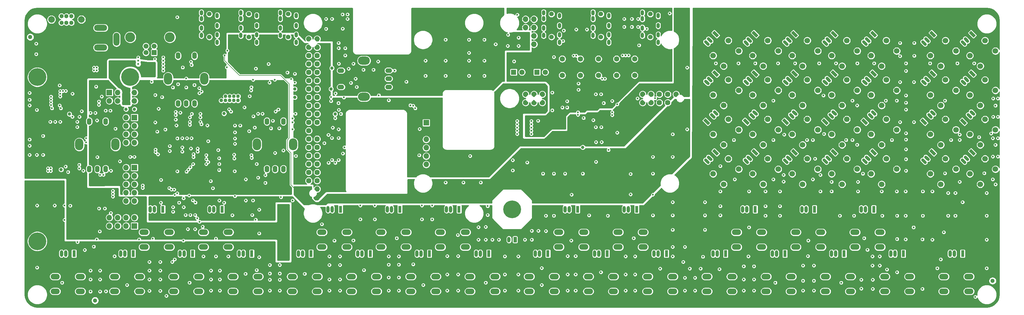
<source format=gbr>
%TF.GenerationSoftware,KiCad,Pcbnew,5.1.5*%
%TF.CreationDate,2020-03-25T20:50:34+01:00*%
%TF.ProjectId,OTTOdiy_SMD,4f54544f-6469-4795-9f53-4d442e6b6963,rev?*%
%TF.SameCoordinates,PX269fb20PYbb65a20*%
%TF.FileFunction,Copper,L2,Inr*%
%TF.FilePolarity,Positive*%
%FSLAX46Y46*%
G04 Gerber Fmt 4.6, Leading zero omitted, Abs format (unit mm)*
G04 Created by KiCad (PCBNEW 5.1.5) date 2020-03-25 20:50:34*
%MOMM*%
%LPD*%
G04 APERTURE LIST*
%ADD10C,1.300000*%
%ADD11C,1.000000*%
%ADD12C,1.100000*%
%ADD13O,1.700000X1.700000*%
%ADD14R,1.700000X1.700000*%
%ADD15C,1.600000*%
%ADD16R,1.600000X1.600000*%
%ADD17C,2.000000*%
%ADD18C,0.150000*%
%ADD19C,1.620000*%
%ADD20O,1.000000X1.700000*%
%ADD21C,1.400000*%
%ADD22O,1.000000X1.600000*%
%ADD23O,2.500000X3.600000*%
%ADD24O,1.400000X2.000000*%
%ADD25O,3.600000X2.500000*%
%ADD26O,2.000000X1.400000*%
%ADD27O,2.800000X1.700000*%
%ADD28C,0.954000*%
%ADD29C,1.700000*%
%ADD30C,1.500000*%
%ADD31R,1.500000X1.500000*%
%ADD32C,3.000000*%
%ADD33O,0.954000X2.000000*%
%ADD34R,0.954000X2.000000*%
%ADD35O,4.000000X1.800000*%
%ADD36O,1.800000X4.000000*%
%ADD37C,0.800000*%
%ADD38C,5.400000*%
%ADD39C,0.600000*%
%ADD40C,0.203200*%
%ADD41C,0.254000*%
G04 APERTURE END LIST*
D10*
X294525000Y8450000D03*
X21800000Y2475000D03*
X2100000Y82700000D03*
D11*
X14000000Y59250000D03*
D12*
X60165000Y63370000D03*
X60165000Y64640000D03*
X61435000Y63370000D03*
X61435000Y64640000D03*
X62705000Y63370000D03*
X62705000Y64640000D03*
X63975000Y63370000D03*
X63975000Y64640000D03*
X65245000Y63370000D03*
X65245000Y64640000D03*
D13*
X122425000Y43900000D03*
X122425000Y46440000D03*
X122425000Y48980000D03*
X122425000Y51520000D03*
X122425000Y54060000D03*
D14*
X122425000Y56600000D03*
D15*
X158600000Y72000000D03*
D16*
X156100000Y72000000D03*
D15*
X151500000Y72000000D03*
D16*
X149000000Y72000000D03*
D10*
X11600000Y87050000D03*
X13100000Y87050000D03*
X14600000Y87050000D03*
X11600000Y89050000D03*
X13100000Y89050000D03*
X14600000Y89050000D03*
D17*
X8550000Y88040000D03*
X17650000Y88050000D03*
%TA.AperFunction,ViaPad*%
D18*
G36*
X86663901Y33062848D02*
G01*
X86663899Y33062848D01*
X86661809Y33062950D01*
X86655558Y33063607D01*
X86649306Y33064176D01*
X86585456Y33073149D01*
X86585450Y33073150D01*
X86585443Y33073151D01*
X86583380Y33073456D01*
X86577265Y33074711D01*
X86571055Y33075896D01*
X86508382Y33091059D01*
X86506350Y33091566D01*
X86500352Y33093423D01*
X86494325Y33095197D01*
X86433430Y33116403D01*
X86431457Y33117106D01*
X86425697Y33119527D01*
X86419842Y33121892D01*
X86361324Y33148932D01*
X86361307Y33148939D01*
X86361288Y33148949D01*
X86359412Y33149831D01*
X86353905Y33152809D01*
X86348320Y33155729D01*
X86292704Y33188358D01*
X86290905Y33189431D01*
X86285704Y33192939D01*
X86280441Y33196383D01*
X86228274Y33234284D01*
X86226588Y33235527D01*
X86221745Y33239533D01*
X86216852Y33243467D01*
X86168633Y33286278D01*
X86167077Y33287680D01*
X86162681Y33292107D01*
X86158162Y33296532D01*
X86114351Y33343844D01*
X86112939Y33345391D01*
X86108970Y33350257D01*
X86104932Y33355070D01*
X86065946Y33406432D01*
X86064692Y33408109D01*
X86061238Y33413308D01*
X86057665Y33418525D01*
X86023878Y33473447D01*
X86022794Y33475238D01*
X86019876Y33480726D01*
X86016819Y33486286D01*
X85988552Y33544241D01*
X85987648Y33546130D01*
X85985261Y33551922D01*
X85982779Y33557712D01*
X85960302Y33618149D01*
X85959586Y33620117D01*
X85957777Y33626107D01*
X85955870Y33632120D01*
X85939399Y33694462D01*
X85938879Y33696490D01*
X85937657Y33702662D01*
X85936353Y33708795D01*
X85926043Y33772448D01*
X85925723Y33774518D01*
X85925111Y33780754D01*
X85924409Y33787012D01*
X85920360Y33851366D01*
X85920244Y33853457D01*
X85920244Y33859691D01*
X85920155Y33866022D01*
X85922406Y33930463D01*
X85922495Y33932556D01*
X85923106Y33938787D01*
X85923633Y33945065D01*
X85932161Y34008981D01*
X85932452Y34011055D01*
X85933674Y34017225D01*
X85934806Y34023394D01*
X85949530Y34086173D01*
X85950023Y34088208D01*
X85951828Y34094186D01*
X85953570Y34100263D01*
X85974351Y34161304D01*
X85975040Y34163281D01*
X85977430Y34169079D01*
X85979745Y34174926D01*
X86006382Y34233649D01*
X86007260Y34235550D01*
X86010209Y34241096D01*
X86013082Y34246686D01*
X86045323Y34302528D01*
X86046383Y34304334D01*
X86049841Y34309539D01*
X86053260Y34314844D01*
X86090796Y34367275D01*
X86092027Y34368969D01*
X86095980Y34373816D01*
X86099900Y34378762D01*
X86142374Y34427279D01*
X86143765Y34428845D01*
X86148208Y34433319D01*
X86152555Y34437821D01*
X86199560Y34481961D01*
X86201096Y34483384D01*
X86205949Y34487398D01*
X86210720Y34491459D01*
X86261807Y34530802D01*
X86263476Y34532067D01*
X86268643Y34535552D01*
X86273840Y34539164D01*
X86328524Y34573336D01*
X86330308Y34574432D01*
X86335800Y34577402D01*
X86341320Y34580487D01*
X86399076Y34609157D01*
X86400959Y34610074D01*
X86406683Y34612480D01*
X86412503Y34615023D01*
X86472783Y34637921D01*
X86474745Y34638650D01*
X86480729Y34640502D01*
X86486719Y34642449D01*
X86548945Y34659356D01*
X86548948Y34659357D01*
X86548953Y34659358D01*
X86550970Y34659891D01*
X86557099Y34661149D01*
X86563261Y34662504D01*
X86626839Y34673257D01*
X86628906Y34673591D01*
X86635134Y34674246D01*
X86641390Y34674992D01*
X86705715Y34679490D01*
X86707805Y34679621D01*
X86711202Y34679645D01*
X86714604Y34679847D01*
X86728427Y34679992D01*
X86729940Y34679997D01*
X86730000Y34680000D01*
X86800000Y34680000D01*
X86800472Y34679997D01*
X86800524Y34679999D01*
X86800585Y34679996D01*
X86802094Y34679985D01*
X86808601Y34679576D01*
X86815159Y34679232D01*
X86815938Y34679114D01*
X86816720Y34679065D01*
X86823151Y34678023D01*
X86829648Y34677041D01*
X86830414Y34676847D01*
X86831187Y34676722D01*
X86837508Y34675052D01*
X86843855Y34673446D01*
X86844593Y34673180D01*
X86845355Y34672979D01*
X86851466Y34670706D01*
X86857644Y34668482D01*
X86858361Y34668141D01*
X86859091Y34667870D01*
X86864912Y34665031D01*
X86870883Y34662196D01*
X86871562Y34661788D01*
X86872263Y34661446D01*
X86877845Y34658012D01*
X86883444Y34654647D01*
X86884069Y34654183D01*
X86884745Y34653767D01*
X86889976Y34649796D01*
X86895210Y34645910D01*
X86895793Y34645382D01*
X86896418Y34644907D01*
X86901231Y34640450D01*
X86906066Y34636066D01*
X87496066Y34046066D01*
X87496394Y34045734D01*
X87496436Y34045695D01*
X87496480Y34045646D01*
X87497536Y34044575D01*
X87501848Y34039684D01*
X87506242Y34034804D01*
X87506709Y34034171D01*
X87507228Y34033582D01*
X87511064Y34028263D01*
X87514938Y34023009D01*
X87515338Y34022338D01*
X87515801Y34021696D01*
X87519109Y34016012D01*
X87522442Y34010421D01*
X87522776Y34009712D01*
X87523172Y34009031D01*
X87525878Y34003120D01*
X87528682Y33997161D01*
X87528950Y33996409D01*
X87529272Y33995705D01*
X87531382Y33989578D01*
X87533598Y33983355D01*
X87533788Y33982591D01*
X87534044Y33981849D01*
X87535561Y33975482D01*
X87537143Y33969135D01*
X87537258Y33968358D01*
X87537440Y33967593D01*
X87538328Y33961107D01*
X87539284Y33954637D01*
X87539322Y33953852D01*
X87539429Y33953074D01*
X87539681Y33946528D01*
X87540000Y33940000D01*
X87540000Y33870000D01*
X87539985Y33867906D01*
X87539821Y33865299D01*
X87539821Y33862672D01*
X87536671Y33798267D01*
X87536554Y33796177D01*
X87535856Y33789952D01*
X87535241Y33783682D01*
X87525821Y33719892D01*
X87525500Y33717822D01*
X87524203Y33711720D01*
X87522975Y33705518D01*
X87507376Y33642952D01*
X87506855Y33640924D01*
X87504954Y33634930D01*
X87503139Y33628920D01*
X87481508Y33568175D01*
X87480792Y33566208D01*
X87478315Y33560428D01*
X87475924Y33554627D01*
X87448469Y33496282D01*
X87447564Y33494394D01*
X87444549Y33488910D01*
X87441589Y33483343D01*
X87408572Y33427956D01*
X87407487Y33426165D01*
X87403943Y33420989D01*
X87400462Y33415749D01*
X87362197Y33363848D01*
X87360942Y33362171D01*
X87356913Y33357369D01*
X87352936Y33352493D01*
X87309790Y33304573D01*
X87308378Y33303027D01*
X87303900Y33298642D01*
X87299462Y33294172D01*
X87251845Y33250692D01*
X87250288Y33249291D01*
X87245397Y33245358D01*
X87240553Y33241351D01*
X87188920Y33202725D01*
X87187234Y33201483D01*
X87182019Y33198070D01*
X87176771Y33194530D01*
X87121616Y33161127D01*
X87119817Y33160056D01*
X87114288Y33157165D01*
X87108725Y33154157D01*
X87050573Y33126295D01*
X87048679Y33125404D01*
X87042857Y33123052D01*
X87037063Y33120616D01*
X86976470Y33098562D01*
X86974497Y33097860D01*
X86968486Y33096091D01*
X86962471Y33094229D01*
X86900014Y33078192D01*
X86897982Y33077686D01*
X86891808Y33076508D01*
X86885657Y33075246D01*
X86821935Y33065381D01*
X86819864Y33065076D01*
X86813632Y33064509D01*
X86807363Y33063850D01*
X86742982Y33060250D01*
X86740890Y33060148D01*
X86734609Y33060192D01*
X86728327Y33060148D01*
X86663901Y33062848D01*
G37*
%TD.AperFunction*%
%TA.AperFunction,ViaPad*%
G36*
X89209537Y33062406D02*
G01*
X89207445Y33062495D01*
X89201220Y33063105D01*
X89194935Y33063633D01*
X89131019Y33072161D01*
X89128946Y33072452D01*
X89122796Y33073670D01*
X89116605Y33074806D01*
X89053827Y33089530D01*
X89051792Y33090023D01*
X89045805Y33091830D01*
X89039737Y33093570D01*
X88978697Y33114351D01*
X88976719Y33115040D01*
X88970921Y33117430D01*
X88965074Y33119745D01*
X88906354Y33146381D01*
X88906348Y33146383D01*
X88906341Y33146387D01*
X88904450Y33147260D01*
X88898904Y33150209D01*
X88893314Y33153082D01*
X88837472Y33185323D01*
X88835666Y33186383D01*
X88830461Y33189841D01*
X88825156Y33193260D01*
X88772725Y33230796D01*
X88771031Y33232027D01*
X88766184Y33235980D01*
X88761238Y33239900D01*
X88712721Y33282374D01*
X88711155Y33283765D01*
X88706681Y33288208D01*
X88702179Y33292555D01*
X88658049Y33339549D01*
X88658039Y33339559D01*
X88658028Y33339571D01*
X88656617Y33341096D01*
X88652652Y33345889D01*
X88648541Y33350719D01*
X88609199Y33401807D01*
X88607933Y33403475D01*
X88604443Y33408649D01*
X88600835Y33413840D01*
X88566664Y33468524D01*
X88565567Y33470308D01*
X88562590Y33475814D01*
X88559513Y33481319D01*
X88530844Y33539076D01*
X88529926Y33540958D01*
X88527502Y33546724D01*
X88524977Y33552504D01*
X88502079Y33612783D01*
X88501350Y33614746D01*
X88499501Y33620717D01*
X88497551Y33626719D01*
X88480644Y33688945D01*
X88480109Y33690970D01*
X88478851Y33697099D01*
X88477496Y33703261D01*
X88466743Y33766839D01*
X88466409Y33768906D01*
X88465754Y33775134D01*
X88465008Y33781390D01*
X88460510Y33845715D01*
X88460379Y33847805D01*
X88460355Y33851202D01*
X88460153Y33854605D01*
X88460008Y33868427D01*
X88460003Y33869940D01*
X88460000Y33870000D01*
X88460000Y33940000D01*
X88460003Y33940472D01*
X88460001Y33940524D01*
X88460004Y33940585D01*
X88460015Y33942094D01*
X88460424Y33948601D01*
X88460768Y33955159D01*
X88460886Y33955938D01*
X88460935Y33956720D01*
X88461977Y33963151D01*
X88462959Y33969648D01*
X88463153Y33970414D01*
X88463278Y33971187D01*
X88464948Y33977508D01*
X88466554Y33983855D01*
X88466820Y33984593D01*
X88467021Y33985355D01*
X88469294Y33991466D01*
X88471518Y33997644D01*
X88471859Y33998361D01*
X88472130Y33999091D01*
X88474944Y34004860D01*
X88477804Y34010883D01*
X88478212Y34011562D01*
X88478554Y34012263D01*
X88481988Y34017845D01*
X88485353Y34023444D01*
X88485817Y34024069D01*
X88486233Y34024745D01*
X88490204Y34029976D01*
X88494090Y34035210D01*
X88494618Y34035793D01*
X88495093Y34036418D01*
X88499550Y34041231D01*
X88503934Y34046066D01*
X89093934Y34636066D01*
X89094266Y34636394D01*
X89094305Y34636436D01*
X89094354Y34636480D01*
X89095425Y34637536D01*
X89100316Y34641848D01*
X89105196Y34646242D01*
X89105829Y34646709D01*
X89106418Y34647228D01*
X89111737Y34651064D01*
X89116991Y34654938D01*
X89117662Y34655338D01*
X89118304Y34655801D01*
X89123988Y34659109D01*
X89129579Y34662442D01*
X89130288Y34662776D01*
X89130969Y34663172D01*
X89136880Y34665878D01*
X89142839Y34668682D01*
X89143591Y34668950D01*
X89144295Y34669272D01*
X89150422Y34671382D01*
X89156645Y34673598D01*
X89157409Y34673788D01*
X89158151Y34674044D01*
X89164518Y34675561D01*
X89170865Y34677143D01*
X89171642Y34677258D01*
X89172407Y34677440D01*
X89178893Y34678328D01*
X89185363Y34679284D01*
X89186148Y34679322D01*
X89186926Y34679429D01*
X89193472Y34679681D01*
X89200000Y34680000D01*
X89270000Y34680000D01*
X89272094Y34679985D01*
X89274701Y34679821D01*
X89277328Y34679821D01*
X89341733Y34676671D01*
X89343823Y34676554D01*
X89350037Y34675857D01*
X89356318Y34675241D01*
X89420108Y34665821D01*
X89422178Y34665500D01*
X89428272Y34664205D01*
X89434483Y34662975D01*
X89497048Y34647376D01*
X89499076Y34646854D01*
X89505012Y34644971D01*
X89511081Y34643139D01*
X89571825Y34621508D01*
X89573793Y34620792D01*
X89579572Y34618315D01*
X89585373Y34615924D01*
X89643718Y34588469D01*
X89645606Y34587564D01*
X89651090Y34584549D01*
X89656657Y34581589D01*
X89712044Y34548572D01*
X89713835Y34547487D01*
X89719011Y34543943D01*
X89724251Y34540462D01*
X89776152Y34502197D01*
X89777829Y34500942D01*
X89782631Y34496913D01*
X89787507Y34492936D01*
X89835427Y34449790D01*
X89836973Y34448378D01*
X89841379Y34443880D01*
X89845827Y34439462D01*
X89889308Y34391845D01*
X89890709Y34390289D01*
X89894655Y34385381D01*
X89898649Y34380553D01*
X89937275Y34328920D01*
X89938518Y34327234D01*
X89941949Y34321990D01*
X89945470Y34316771D01*
X89978873Y34261616D01*
X89979945Y34259817D01*
X89982840Y34254280D01*
X89985843Y34248725D01*
X90013705Y34190573D01*
X90014596Y34188678D01*
X90016938Y34182882D01*
X90019384Y34177063D01*
X90041438Y34116470D01*
X90042140Y34114497D01*
X90043909Y34108486D01*
X90045771Y34102471D01*
X90061807Y34040015D01*
X90061808Y34040013D01*
X90061810Y34040002D01*
X90062314Y34037983D01*
X90063493Y34031800D01*
X90064754Y34025657D01*
X90074618Y33961935D01*
X90074924Y33959864D01*
X90075491Y33953637D01*
X90076150Y33947364D01*
X90079750Y33882982D01*
X90079852Y33880891D01*
X90079808Y33874609D01*
X90079852Y33868327D01*
X90077152Y33803901D01*
X90077050Y33801809D01*
X90076393Y33795558D01*
X90075824Y33789306D01*
X90066850Y33725452D01*
X90066544Y33723380D01*
X90065289Y33717265D01*
X90064104Y33711055D01*
X90048941Y33648382D01*
X90048434Y33646350D01*
X90046577Y33640352D01*
X90044803Y33634325D01*
X90023597Y33573430D01*
X90022894Y33571457D01*
X90020473Y33565697D01*
X90018108Y33559842D01*
X89991068Y33501324D01*
X89991061Y33501307D01*
X89991051Y33501288D01*
X89990169Y33499412D01*
X89987191Y33493905D01*
X89984271Y33488320D01*
X89951642Y33432704D01*
X89950569Y33430905D01*
X89947061Y33425704D01*
X89943617Y33420441D01*
X89905716Y33368274D01*
X89904473Y33366588D01*
X89900467Y33361745D01*
X89896533Y33356852D01*
X89853722Y33308633D01*
X89852320Y33307077D01*
X89847893Y33302681D01*
X89843468Y33298162D01*
X89796156Y33254351D01*
X89794609Y33252939D01*
X89789743Y33248970D01*
X89784930Y33244932D01*
X89733568Y33205946D01*
X89731891Y33204692D01*
X89726692Y33201238D01*
X89721475Y33197665D01*
X89666553Y33163878D01*
X89664762Y33162794D01*
X89659274Y33159876D01*
X89653714Y33156819D01*
X89595759Y33128552D01*
X89593870Y33127648D01*
X89588078Y33125261D01*
X89582288Y33122779D01*
X89521851Y33100302D01*
X89519883Y33099586D01*
X89513893Y33097777D01*
X89507880Y33095870D01*
X89445538Y33079399D01*
X89443510Y33078879D01*
X89437338Y33077657D01*
X89431205Y33076353D01*
X89367552Y33066043D01*
X89365482Y33065723D01*
X89359246Y33065111D01*
X89352988Y33064409D01*
X89288634Y33060360D01*
X89286543Y33060244D01*
X89280310Y33060244D01*
X89273979Y33060155D01*
X89209537Y33062406D01*
G37*
%TD.AperFunction*%
%TA.AperFunction,ViaPad*%
G36*
X86727906Y35600015D02*
G01*
X86725299Y35600179D01*
X86722672Y35600179D01*
X86658267Y35603329D01*
X86658265Y35603329D01*
X86656177Y35603446D01*
X86649966Y35604143D01*
X86643682Y35604759D01*
X86579892Y35614179D01*
X86577822Y35614500D01*
X86571720Y35615797D01*
X86565518Y35617025D01*
X86502952Y35632624D01*
X86500924Y35633145D01*
X86494930Y35635046D01*
X86488920Y35636861D01*
X86428175Y35658492D01*
X86426208Y35659208D01*
X86420428Y35661685D01*
X86414627Y35664076D01*
X86356282Y35691531D01*
X86354394Y35692436D01*
X86348910Y35695451D01*
X86343343Y35698411D01*
X86287956Y35731428D01*
X86286165Y35732513D01*
X86280989Y35736057D01*
X86275749Y35739538D01*
X86223848Y35777803D01*
X86222171Y35779058D01*
X86217369Y35783087D01*
X86212493Y35787064D01*
X86164573Y35830210D01*
X86163027Y35831622D01*
X86158642Y35836100D01*
X86154172Y35840538D01*
X86110692Y35888155D01*
X86109291Y35889712D01*
X86105358Y35894603D01*
X86101351Y35899447D01*
X86062725Y35951080D01*
X86061483Y35952766D01*
X86058070Y35957981D01*
X86054530Y35963229D01*
X86021127Y36018384D01*
X86020056Y36020183D01*
X86017165Y36025712D01*
X86014157Y36031275D01*
X85986295Y36089427D01*
X85985404Y36091321D01*
X85983052Y36097143D01*
X85980616Y36102937D01*
X85958562Y36163530D01*
X85957860Y36165503D01*
X85956091Y36171514D01*
X85954229Y36177529D01*
X85938192Y36239986D01*
X85937686Y36242018D01*
X85936508Y36248192D01*
X85935246Y36254343D01*
X85925381Y36318065D01*
X85925076Y36320136D01*
X85924509Y36326368D01*
X85923850Y36332637D01*
X85920250Y36397018D01*
X85920148Y36399110D01*
X85920192Y36405391D01*
X85920148Y36411672D01*
X85922848Y36476099D01*
X85922950Y36478190D01*
X85923607Y36484444D01*
X85924176Y36490693D01*
X85933150Y36554548D01*
X85933456Y36556619D01*
X85934705Y36562703D01*
X85935896Y36568945D01*
X85951059Y36631618D01*
X85951566Y36633650D01*
X85953423Y36639648D01*
X85955197Y36645675D01*
X85976403Y36706570D01*
X85977105Y36708543D01*
X85979541Y36714338D01*
X85981892Y36720158D01*
X86008939Y36778693D01*
X86009831Y36780587D01*
X86012825Y36786126D01*
X86015729Y36791680D01*
X86048359Y36847297D01*
X86049431Y36849095D01*
X86052948Y36854310D01*
X86056383Y36859559D01*
X86094284Y36911726D01*
X86095527Y36913411D01*
X86099512Y36918229D01*
X86103468Y36923148D01*
X86146278Y36971367D01*
X86147680Y36972923D01*
X86152107Y36977319D01*
X86156532Y36981838D01*
X86203844Y37025649D01*
X86205391Y37027061D01*
X86210218Y37030998D01*
X86215070Y37035069D01*
X86266432Y37074054D01*
X86268109Y37075308D01*
X86273342Y37078786D01*
X86278525Y37082334D01*
X86333446Y37116122D01*
X86335238Y37117206D01*
X86340744Y37120134D01*
X86346287Y37123181D01*
X86404241Y37151448D01*
X86406130Y37152352D01*
X86411922Y37154739D01*
X86417712Y37157221D01*
X86478147Y37179697D01*
X86478152Y37179699D01*
X86478158Y37179701D01*
X86480117Y37180414D01*
X86486107Y37182223D01*
X86492120Y37184130D01*
X86554462Y37200601D01*
X86556491Y37201121D01*
X86562639Y37202339D01*
X86568794Y37203647D01*
X86632448Y37213957D01*
X86634517Y37214277D01*
X86640761Y37214890D01*
X86647012Y37215591D01*
X86711366Y37219640D01*
X86713457Y37219757D01*
X86719732Y37219757D01*
X86726022Y37219845D01*
X86790463Y37217594D01*
X86792556Y37217505D01*
X86798787Y37216894D01*
X86805065Y37216367D01*
X86868981Y37207839D01*
X86871055Y37207548D01*
X86877225Y37206326D01*
X86883394Y37205194D01*
X86946173Y37190470D01*
X86948208Y37189977D01*
X86954186Y37188172D01*
X86960263Y37186430D01*
X87021304Y37165649D01*
X87023281Y37164960D01*
X87029079Y37162570D01*
X87034926Y37160255D01*
X87093649Y37133618D01*
X87093652Y37133617D01*
X87093659Y37133613D01*
X87095550Y37132740D01*
X87101096Y37129791D01*
X87106686Y37126918D01*
X87162528Y37094677D01*
X87164334Y37093617D01*
X87169539Y37090159D01*
X87174844Y37086740D01*
X87227275Y37049204D01*
X87228969Y37047973D01*
X87233816Y37044020D01*
X87238762Y37040100D01*
X87287279Y36997626D01*
X87288845Y36996235D01*
X87293334Y36991778D01*
X87297821Y36987445D01*
X87341961Y36940440D01*
X87343384Y36938904D01*
X87347398Y36934051D01*
X87351459Y36929280D01*
X87390802Y36878193D01*
X87392067Y36876524D01*
X87395552Y36871357D01*
X87399164Y36866160D01*
X87433336Y36811476D01*
X87434432Y36809692D01*
X87437402Y36804200D01*
X87440487Y36798680D01*
X87469157Y36740924D01*
X87470074Y36739041D01*
X87472480Y36733317D01*
X87475023Y36727497D01*
X87497921Y36667217D01*
X87498650Y36665255D01*
X87500502Y36659271D01*
X87502449Y36653281D01*
X87519356Y36591055D01*
X87519891Y36589030D01*
X87521149Y36582901D01*
X87522504Y36576739D01*
X87533257Y36513161D01*
X87533591Y36511094D01*
X87534246Y36504866D01*
X87534992Y36498610D01*
X87539490Y36434285D01*
X87539621Y36432195D01*
X87539645Y36428798D01*
X87539847Y36425396D01*
X87539992Y36411573D01*
X87539997Y36410060D01*
X87540000Y36410000D01*
X87540000Y36340000D01*
X87539997Y36339528D01*
X87539999Y36339476D01*
X87539996Y36339415D01*
X87539985Y36337906D01*
X87539576Y36331399D01*
X87539232Y36324841D01*
X87539114Y36324062D01*
X87539065Y36323280D01*
X87538023Y36316849D01*
X87537041Y36310352D01*
X87536847Y36309586D01*
X87536722Y36308813D01*
X87535052Y36302492D01*
X87533446Y36296145D01*
X87533180Y36295407D01*
X87532979Y36294645D01*
X87530706Y36288534D01*
X87528482Y36282356D01*
X87528141Y36281639D01*
X87527870Y36280909D01*
X87525031Y36275088D01*
X87522196Y36269117D01*
X87521788Y36268438D01*
X87521446Y36267737D01*
X87518012Y36262155D01*
X87514647Y36256556D01*
X87514183Y36255931D01*
X87513767Y36255255D01*
X87509796Y36250024D01*
X87505910Y36244790D01*
X87505382Y36244207D01*
X87504907Y36243582D01*
X87500450Y36238769D01*
X87496066Y36233934D01*
X86906066Y35643934D01*
X86905734Y35643606D01*
X86905695Y35643564D01*
X86905646Y35643520D01*
X86904575Y35642464D01*
X86899684Y35638152D01*
X86894804Y35633758D01*
X86894171Y35633291D01*
X86893582Y35632772D01*
X86888263Y35628936D01*
X86883009Y35625062D01*
X86882338Y35624662D01*
X86881696Y35624199D01*
X86876012Y35620891D01*
X86870421Y35617558D01*
X86869712Y35617224D01*
X86869031Y35616828D01*
X86863120Y35614122D01*
X86857161Y35611318D01*
X86856409Y35611050D01*
X86855705Y35610728D01*
X86849578Y35608618D01*
X86843355Y35606402D01*
X86842591Y35606212D01*
X86841849Y35605956D01*
X86835482Y35604439D01*
X86829135Y35602857D01*
X86828358Y35602742D01*
X86827593Y35602560D01*
X86821107Y35601672D01*
X86814637Y35600716D01*
X86813852Y35600678D01*
X86813074Y35600571D01*
X86806528Y35600319D01*
X86800000Y35600000D01*
X86730000Y35600000D01*
X86727906Y35600015D01*
G37*
%TD.AperFunction*%
%TA.AperFunction,ViaPad*%
G36*
X89199528Y35600003D02*
G01*
X89199476Y35600001D01*
X89199415Y35600004D01*
X89197906Y35600015D01*
X89191399Y35600424D01*
X89184841Y35600768D01*
X89184062Y35600886D01*
X89183280Y35600935D01*
X89176849Y35601977D01*
X89170352Y35602959D01*
X89169586Y35603153D01*
X89168813Y35603278D01*
X89162492Y35604948D01*
X89156145Y35606554D01*
X89155407Y35606820D01*
X89154645Y35607021D01*
X89148534Y35609294D01*
X89142356Y35611518D01*
X89141639Y35611859D01*
X89140909Y35612130D01*
X89135088Y35614969D01*
X89129117Y35617804D01*
X89128438Y35618212D01*
X89127737Y35618554D01*
X89122155Y35621988D01*
X89116556Y35625353D01*
X89115931Y35625817D01*
X89115255Y35626233D01*
X89110024Y35630204D01*
X89104790Y35634090D01*
X89104207Y35634618D01*
X89103582Y35635093D01*
X89098769Y35639550D01*
X89093934Y35643934D01*
X88503934Y36233934D01*
X88503606Y36234266D01*
X88503564Y36234305D01*
X88503520Y36234354D01*
X88502464Y36235425D01*
X88498152Y36240316D01*
X88493758Y36245196D01*
X88493291Y36245829D01*
X88492772Y36246418D01*
X88488936Y36251737D01*
X88485062Y36256991D01*
X88484662Y36257662D01*
X88484199Y36258304D01*
X88480891Y36263988D01*
X88477558Y36269579D01*
X88477224Y36270288D01*
X88476828Y36270969D01*
X88474122Y36276880D01*
X88471318Y36282839D01*
X88471050Y36283591D01*
X88470728Y36284295D01*
X88468618Y36290422D01*
X88466402Y36296645D01*
X88466212Y36297409D01*
X88465956Y36298151D01*
X88464439Y36304518D01*
X88462857Y36310865D01*
X88462742Y36311642D01*
X88462560Y36312407D01*
X88461678Y36318846D01*
X88460716Y36325363D01*
X88460678Y36326148D01*
X88460571Y36326926D01*
X88460320Y36333451D01*
X88460000Y36340000D01*
X88460000Y36410000D01*
X88460015Y36412094D01*
X88460179Y36414701D01*
X88460179Y36417328D01*
X88463329Y36481733D01*
X88463446Y36483823D01*
X88464139Y36489999D01*
X88464759Y36496318D01*
X88474179Y36560108D01*
X88474500Y36562178D01*
X88475795Y36568272D01*
X88477025Y36574483D01*
X88492624Y36637048D01*
X88493146Y36639076D01*
X88495029Y36645012D01*
X88496861Y36651081D01*
X88518492Y36711825D01*
X88519208Y36713793D01*
X88521685Y36719572D01*
X88524076Y36725373D01*
X88551531Y36783718D01*
X88552436Y36785606D01*
X88555451Y36791090D01*
X88558411Y36796657D01*
X88591428Y36852044D01*
X88592513Y36853835D01*
X88596057Y36859011D01*
X88599538Y36864251D01*
X88637803Y36916152D01*
X88639058Y36917829D01*
X88643087Y36922631D01*
X88647064Y36927507D01*
X88690210Y36975427D01*
X88691622Y36976973D01*
X88696120Y36981379D01*
X88700538Y36985827D01*
X88748155Y37029308D01*
X88749711Y37030709D01*
X88754619Y37034655D01*
X88759447Y37038649D01*
X88811080Y37077275D01*
X88812766Y37078518D01*
X88818010Y37081949D01*
X88823229Y37085470D01*
X88878384Y37118873D01*
X88880183Y37119945D01*
X88885720Y37122840D01*
X88891275Y37125843D01*
X88949427Y37153705D01*
X88951322Y37154596D01*
X88957118Y37156938D01*
X88962937Y37159384D01*
X89023530Y37181438D01*
X89025503Y37182140D01*
X89031514Y37183909D01*
X89037529Y37185771D01*
X89099978Y37201805D01*
X89099987Y37201808D01*
X89099998Y37201810D01*
X89102017Y37202314D01*
X89108200Y37203493D01*
X89114343Y37204754D01*
X89178053Y37214616D01*
X89178062Y37214618D01*
X89178072Y37214619D01*
X89180136Y37214924D01*
X89186363Y37215491D01*
X89192636Y37216150D01*
X89257018Y37219750D01*
X89259109Y37219852D01*
X89265391Y37219808D01*
X89271672Y37219852D01*
X89336099Y37217152D01*
X89338190Y37217050D01*
X89344444Y37216393D01*
X89350693Y37215824D01*
X89414544Y37206851D01*
X89414550Y37206850D01*
X89414557Y37206849D01*
X89416619Y37206544D01*
X89422727Y37205290D01*
X89428945Y37204104D01*
X89491618Y37188941D01*
X89493650Y37188434D01*
X89499648Y37186577D01*
X89505675Y37184803D01*
X89566570Y37163597D01*
X89568543Y37162895D01*
X89574338Y37160459D01*
X89580158Y37158108D01*
X89638693Y37131061D01*
X89640587Y37130169D01*
X89646126Y37127175D01*
X89651680Y37124271D01*
X89707297Y37091641D01*
X89709095Y37090569D01*
X89714310Y37087052D01*
X89719559Y37083617D01*
X89771726Y37045716D01*
X89771728Y37045715D01*
X89771735Y37045709D01*
X89773411Y37044473D01*
X89778229Y37040488D01*
X89783148Y37036532D01*
X89831367Y36993722D01*
X89832923Y36992320D01*
X89837319Y36987893D01*
X89841838Y36983468D01*
X89885649Y36936156D01*
X89887061Y36934609D01*
X89890998Y36929782D01*
X89895069Y36924930D01*
X89934054Y36873568D01*
X89935308Y36871891D01*
X89938786Y36866658D01*
X89942334Y36861475D01*
X89976122Y36806554D01*
X89977206Y36804762D01*
X89980134Y36799256D01*
X89983181Y36793713D01*
X90011448Y36735759D01*
X90012352Y36733870D01*
X90014739Y36728078D01*
X90017221Y36722288D01*
X90039698Y36661850D01*
X90040414Y36659883D01*
X90042225Y36653885D01*
X90044130Y36647880D01*
X90060601Y36585538D01*
X90061121Y36583509D01*
X90062339Y36577361D01*
X90063647Y36571206D01*
X90073957Y36507552D01*
X90074277Y36505483D01*
X90074890Y36499239D01*
X90075591Y36492988D01*
X90079640Y36428634D01*
X90079757Y36426543D01*
X90079757Y36420235D01*
X90079845Y36413979D01*
X90077594Y36349537D01*
X90077505Y36347445D01*
X90076895Y36341220D01*
X90076367Y36334935D01*
X90067839Y36271019D01*
X90067548Y36268946D01*
X90066330Y36262796D01*
X90065194Y36256605D01*
X90050470Y36193827D01*
X90049977Y36191792D01*
X90048170Y36185805D01*
X90046430Y36179737D01*
X90025649Y36118697D01*
X90024960Y36116719D01*
X90022570Y36110921D01*
X90020255Y36105074D01*
X89993618Y36046351D01*
X89992740Y36044450D01*
X89989791Y36038904D01*
X89986918Y36033314D01*
X89954677Y35977472D01*
X89953617Y35975666D01*
X89950159Y35970461D01*
X89946740Y35965156D01*
X89909204Y35912725D01*
X89907973Y35911031D01*
X89904020Y35906184D01*
X89900100Y35901238D01*
X89857626Y35852721D01*
X89856235Y35851155D01*
X89851792Y35846681D01*
X89847445Y35842179D01*
X89800451Y35798049D01*
X89800441Y35798039D01*
X89800429Y35798028D01*
X89798904Y35796617D01*
X89794111Y35792652D01*
X89789281Y35788541D01*
X89738193Y35749199D01*
X89736525Y35747933D01*
X89731351Y35744443D01*
X89726160Y35740835D01*
X89671476Y35706664D01*
X89669692Y35705567D01*
X89664186Y35702590D01*
X89658681Y35699513D01*
X89600933Y35670848D01*
X89600925Y35670844D01*
X89600915Y35670840D01*
X89599042Y35669926D01*
X89593276Y35667502D01*
X89587496Y35664977D01*
X89527217Y35642079D01*
X89525254Y35641350D01*
X89519283Y35639501D01*
X89513281Y35637551D01*
X89451055Y35620644D01*
X89451052Y35620643D01*
X89451047Y35620642D01*
X89449030Y35620109D01*
X89442901Y35618851D01*
X89436739Y35617496D01*
X89373161Y35606743D01*
X89371094Y35606409D01*
X89364866Y35605754D01*
X89358610Y35605008D01*
X89294285Y35600510D01*
X89292195Y35600379D01*
X89288798Y35600355D01*
X89285395Y35600153D01*
X89271573Y35600008D01*
X89270060Y35600003D01*
X89270000Y35600000D01*
X89200000Y35600000D01*
X89199528Y35600003D01*
G37*
%TD.AperFunction*%
%TA.AperFunction,ViaPad*%
G36*
X86663901Y78782848D02*
G01*
X86663899Y78782848D01*
X86661809Y78782950D01*
X86655558Y78783607D01*
X86649306Y78784176D01*
X86585456Y78793149D01*
X86585450Y78793150D01*
X86585443Y78793151D01*
X86583380Y78793456D01*
X86577265Y78794711D01*
X86571055Y78795896D01*
X86508382Y78811059D01*
X86506350Y78811566D01*
X86500352Y78813423D01*
X86494325Y78815197D01*
X86433430Y78836403D01*
X86431457Y78837106D01*
X86425697Y78839527D01*
X86419842Y78841892D01*
X86361324Y78868932D01*
X86361307Y78868939D01*
X86361288Y78868949D01*
X86359412Y78869831D01*
X86353905Y78872809D01*
X86348320Y78875729D01*
X86292704Y78908358D01*
X86290905Y78909431D01*
X86285704Y78912939D01*
X86280441Y78916383D01*
X86228274Y78954284D01*
X86226588Y78955527D01*
X86221745Y78959533D01*
X86216852Y78963467D01*
X86168633Y79006278D01*
X86167077Y79007680D01*
X86162681Y79012107D01*
X86158162Y79016532D01*
X86114351Y79063844D01*
X86112939Y79065391D01*
X86108970Y79070257D01*
X86104932Y79075070D01*
X86065946Y79126432D01*
X86064692Y79128109D01*
X86061238Y79133308D01*
X86057665Y79138525D01*
X86023878Y79193447D01*
X86022794Y79195238D01*
X86019876Y79200726D01*
X86016819Y79206286D01*
X85988552Y79264241D01*
X85987648Y79266130D01*
X85985261Y79271922D01*
X85982779Y79277712D01*
X85960302Y79338149D01*
X85959586Y79340117D01*
X85957777Y79346107D01*
X85955870Y79352120D01*
X85939399Y79414462D01*
X85938879Y79416490D01*
X85937657Y79422662D01*
X85936353Y79428795D01*
X85926043Y79492448D01*
X85925723Y79494518D01*
X85925111Y79500754D01*
X85924409Y79507012D01*
X85920360Y79571366D01*
X85920244Y79573457D01*
X85920244Y79579691D01*
X85920155Y79586022D01*
X85922406Y79650463D01*
X85922495Y79652556D01*
X85923106Y79658787D01*
X85923633Y79665065D01*
X85932161Y79728981D01*
X85932452Y79731055D01*
X85933674Y79737225D01*
X85934806Y79743394D01*
X85949530Y79806173D01*
X85950023Y79808208D01*
X85951828Y79814186D01*
X85953570Y79820263D01*
X85974351Y79881304D01*
X85975040Y79883281D01*
X85977430Y79889079D01*
X85979745Y79894926D01*
X86006382Y79953649D01*
X86007260Y79955550D01*
X86010209Y79961096D01*
X86013082Y79966686D01*
X86045323Y80022528D01*
X86046383Y80024334D01*
X86049841Y80029539D01*
X86053260Y80034844D01*
X86090796Y80087275D01*
X86092027Y80088969D01*
X86095980Y80093816D01*
X86099900Y80098762D01*
X86142374Y80147279D01*
X86143765Y80148845D01*
X86148208Y80153319D01*
X86152555Y80157821D01*
X86199560Y80201961D01*
X86201096Y80203384D01*
X86205949Y80207398D01*
X86210720Y80211459D01*
X86261807Y80250802D01*
X86263476Y80252067D01*
X86268643Y80255552D01*
X86273840Y80259164D01*
X86328524Y80293336D01*
X86330308Y80294432D01*
X86335800Y80297402D01*
X86341320Y80300487D01*
X86399076Y80329157D01*
X86400959Y80330074D01*
X86406683Y80332480D01*
X86412503Y80335023D01*
X86472783Y80357921D01*
X86474745Y80358650D01*
X86480729Y80360502D01*
X86486719Y80362449D01*
X86548945Y80379356D01*
X86548948Y80379357D01*
X86548953Y80379358D01*
X86550970Y80379891D01*
X86557099Y80381149D01*
X86563261Y80382504D01*
X86626839Y80393257D01*
X86628906Y80393591D01*
X86635134Y80394246D01*
X86641390Y80394992D01*
X86705715Y80399490D01*
X86707805Y80399621D01*
X86711202Y80399645D01*
X86714604Y80399847D01*
X86728427Y80399992D01*
X86729940Y80399997D01*
X86730000Y80400000D01*
X86800000Y80400000D01*
X86800472Y80399997D01*
X86800524Y80399999D01*
X86800585Y80399996D01*
X86802094Y80399985D01*
X86808601Y80399576D01*
X86815159Y80399232D01*
X86815938Y80399114D01*
X86816720Y80399065D01*
X86823151Y80398023D01*
X86829648Y80397041D01*
X86830414Y80396847D01*
X86831187Y80396722D01*
X86837508Y80395052D01*
X86843855Y80393446D01*
X86844593Y80393180D01*
X86845355Y80392979D01*
X86851466Y80390706D01*
X86857644Y80388482D01*
X86858361Y80388141D01*
X86859091Y80387870D01*
X86864912Y80385031D01*
X86870883Y80382196D01*
X86871562Y80381788D01*
X86872263Y80381446D01*
X86877845Y80378012D01*
X86883444Y80374647D01*
X86884069Y80374183D01*
X86884745Y80373767D01*
X86889976Y80369796D01*
X86895210Y80365910D01*
X86895793Y80365382D01*
X86896418Y80364907D01*
X86901231Y80360450D01*
X86906066Y80356066D01*
X87496066Y79766066D01*
X87496394Y79765734D01*
X87496436Y79765695D01*
X87496480Y79765646D01*
X87497536Y79764575D01*
X87501848Y79759684D01*
X87506242Y79754804D01*
X87506709Y79754171D01*
X87507228Y79753582D01*
X87511064Y79748263D01*
X87514938Y79743009D01*
X87515338Y79742338D01*
X87515801Y79741696D01*
X87519109Y79736012D01*
X87522442Y79730421D01*
X87522776Y79729712D01*
X87523172Y79729031D01*
X87525878Y79723120D01*
X87528682Y79717161D01*
X87528950Y79716409D01*
X87529272Y79715705D01*
X87531382Y79709578D01*
X87533598Y79703355D01*
X87533788Y79702591D01*
X87534044Y79701849D01*
X87535561Y79695482D01*
X87537143Y79689135D01*
X87537258Y79688358D01*
X87537440Y79687593D01*
X87538328Y79681107D01*
X87539284Y79674637D01*
X87539322Y79673852D01*
X87539429Y79673074D01*
X87539681Y79666528D01*
X87540000Y79660000D01*
X87540000Y79590000D01*
X87539985Y79587906D01*
X87539821Y79585299D01*
X87539821Y79582672D01*
X87536671Y79518267D01*
X87536554Y79516177D01*
X87535856Y79509952D01*
X87535241Y79503682D01*
X87525821Y79439892D01*
X87525500Y79437822D01*
X87524203Y79431720D01*
X87522975Y79425518D01*
X87507376Y79362952D01*
X87506855Y79360924D01*
X87504954Y79354930D01*
X87503139Y79348920D01*
X87481508Y79288175D01*
X87480792Y79286208D01*
X87478315Y79280428D01*
X87475924Y79274627D01*
X87448469Y79216282D01*
X87447564Y79214394D01*
X87444549Y79208910D01*
X87441589Y79203343D01*
X87408572Y79147956D01*
X87407487Y79146165D01*
X87403943Y79140989D01*
X87400462Y79135749D01*
X87362197Y79083848D01*
X87360942Y79082171D01*
X87356913Y79077369D01*
X87352936Y79072493D01*
X87309790Y79024573D01*
X87308378Y79023027D01*
X87303900Y79018642D01*
X87299462Y79014172D01*
X87251845Y78970692D01*
X87250288Y78969291D01*
X87245397Y78965358D01*
X87240553Y78961351D01*
X87188920Y78922725D01*
X87187234Y78921483D01*
X87182019Y78918070D01*
X87176771Y78914530D01*
X87121616Y78881127D01*
X87119817Y78880056D01*
X87114288Y78877165D01*
X87108725Y78874157D01*
X87050573Y78846295D01*
X87048679Y78845404D01*
X87042857Y78843052D01*
X87037063Y78840616D01*
X86976470Y78818562D01*
X86974497Y78817860D01*
X86968486Y78816091D01*
X86962471Y78814229D01*
X86900014Y78798192D01*
X86897982Y78797686D01*
X86891808Y78796508D01*
X86885657Y78795246D01*
X86821935Y78785381D01*
X86819864Y78785076D01*
X86813632Y78784509D01*
X86807363Y78783850D01*
X86742982Y78780250D01*
X86740890Y78780148D01*
X86734609Y78780192D01*
X86728327Y78780148D01*
X86663901Y78782848D01*
G37*
%TD.AperFunction*%
%TA.AperFunction,ViaPad*%
G36*
X89209537Y78782406D02*
G01*
X89207445Y78782495D01*
X89201220Y78783105D01*
X89194935Y78783633D01*
X89131019Y78792161D01*
X89128946Y78792452D01*
X89122796Y78793670D01*
X89116605Y78794806D01*
X89053827Y78809530D01*
X89051792Y78810023D01*
X89045805Y78811830D01*
X89039737Y78813570D01*
X88978697Y78834351D01*
X88976719Y78835040D01*
X88970921Y78837430D01*
X88965074Y78839745D01*
X88906354Y78866381D01*
X88906348Y78866383D01*
X88906341Y78866387D01*
X88904450Y78867260D01*
X88898904Y78870209D01*
X88893314Y78873082D01*
X88837472Y78905323D01*
X88835666Y78906383D01*
X88830461Y78909841D01*
X88825156Y78913260D01*
X88772725Y78950796D01*
X88771031Y78952027D01*
X88766184Y78955980D01*
X88761238Y78959900D01*
X88712721Y79002374D01*
X88711155Y79003765D01*
X88706681Y79008208D01*
X88702179Y79012555D01*
X88658049Y79059549D01*
X88658039Y79059559D01*
X88658028Y79059571D01*
X88656617Y79061096D01*
X88652652Y79065889D01*
X88648541Y79070719D01*
X88609199Y79121807D01*
X88607933Y79123475D01*
X88604443Y79128649D01*
X88600835Y79133840D01*
X88566664Y79188524D01*
X88565567Y79190308D01*
X88562590Y79195814D01*
X88559513Y79201319D01*
X88530844Y79259076D01*
X88529926Y79260958D01*
X88527502Y79266724D01*
X88524977Y79272504D01*
X88502079Y79332783D01*
X88501350Y79334746D01*
X88499501Y79340717D01*
X88497551Y79346719D01*
X88480644Y79408945D01*
X88480109Y79410970D01*
X88478851Y79417099D01*
X88477496Y79423261D01*
X88466743Y79486839D01*
X88466409Y79488906D01*
X88465754Y79495134D01*
X88465008Y79501390D01*
X88460510Y79565715D01*
X88460379Y79567805D01*
X88460355Y79571202D01*
X88460153Y79574605D01*
X88460008Y79588427D01*
X88460003Y79589940D01*
X88460000Y79590000D01*
X88460000Y79660000D01*
X88460003Y79660472D01*
X88460001Y79660524D01*
X88460004Y79660585D01*
X88460015Y79662094D01*
X88460424Y79668601D01*
X88460768Y79675159D01*
X88460886Y79675938D01*
X88460935Y79676720D01*
X88461977Y79683151D01*
X88462959Y79689648D01*
X88463153Y79690414D01*
X88463278Y79691187D01*
X88464948Y79697508D01*
X88466554Y79703855D01*
X88466820Y79704593D01*
X88467021Y79705355D01*
X88469294Y79711466D01*
X88471518Y79717644D01*
X88471859Y79718361D01*
X88472130Y79719091D01*
X88474944Y79724860D01*
X88477804Y79730883D01*
X88478212Y79731562D01*
X88478554Y79732263D01*
X88481988Y79737845D01*
X88485353Y79743444D01*
X88485817Y79744069D01*
X88486233Y79744745D01*
X88490204Y79749976D01*
X88494090Y79755210D01*
X88494618Y79755793D01*
X88495093Y79756418D01*
X88499550Y79761231D01*
X88503934Y79766066D01*
X89093934Y80356066D01*
X89094266Y80356394D01*
X89094305Y80356436D01*
X89094354Y80356480D01*
X89095425Y80357536D01*
X89100316Y80361848D01*
X89105196Y80366242D01*
X89105829Y80366709D01*
X89106418Y80367228D01*
X89111737Y80371064D01*
X89116991Y80374938D01*
X89117662Y80375338D01*
X89118304Y80375801D01*
X89123988Y80379109D01*
X89129579Y80382442D01*
X89130288Y80382776D01*
X89130969Y80383172D01*
X89136880Y80385878D01*
X89142839Y80388682D01*
X89143591Y80388950D01*
X89144295Y80389272D01*
X89150422Y80391382D01*
X89156645Y80393598D01*
X89157409Y80393788D01*
X89158151Y80394044D01*
X89164518Y80395561D01*
X89170865Y80397143D01*
X89171642Y80397258D01*
X89172407Y80397440D01*
X89178893Y80398328D01*
X89185363Y80399284D01*
X89186148Y80399322D01*
X89186926Y80399429D01*
X89193472Y80399681D01*
X89200000Y80400000D01*
X89270000Y80400000D01*
X89272094Y80399985D01*
X89274701Y80399821D01*
X89277328Y80399821D01*
X89341733Y80396671D01*
X89343823Y80396554D01*
X89350037Y80395857D01*
X89356318Y80395241D01*
X89420108Y80385821D01*
X89422178Y80385500D01*
X89428272Y80384205D01*
X89434483Y80382975D01*
X89497048Y80367376D01*
X89499076Y80366854D01*
X89505012Y80364971D01*
X89511081Y80363139D01*
X89571825Y80341508D01*
X89573793Y80340792D01*
X89579572Y80338315D01*
X89585373Y80335924D01*
X89643718Y80308469D01*
X89645606Y80307564D01*
X89651090Y80304549D01*
X89656657Y80301589D01*
X89712044Y80268572D01*
X89713835Y80267487D01*
X89719011Y80263943D01*
X89724251Y80260462D01*
X89776152Y80222197D01*
X89777829Y80220942D01*
X89782631Y80216913D01*
X89787507Y80212936D01*
X89835427Y80169790D01*
X89836973Y80168378D01*
X89841379Y80163880D01*
X89845827Y80159462D01*
X89889308Y80111845D01*
X89890709Y80110289D01*
X89894655Y80105381D01*
X89898649Y80100553D01*
X89937275Y80048920D01*
X89938518Y80047234D01*
X89941949Y80041990D01*
X89945470Y80036771D01*
X89978873Y79981616D01*
X89979945Y79979817D01*
X89982840Y79974280D01*
X89985843Y79968725D01*
X90013705Y79910573D01*
X90014596Y79908678D01*
X90016938Y79902882D01*
X90019384Y79897063D01*
X90041438Y79836470D01*
X90042140Y79834497D01*
X90043909Y79828486D01*
X90045771Y79822471D01*
X90061807Y79760015D01*
X90061808Y79760013D01*
X90061810Y79760002D01*
X90062314Y79757983D01*
X90063493Y79751800D01*
X90064754Y79745657D01*
X90074618Y79681935D01*
X90074924Y79679864D01*
X90075491Y79673637D01*
X90076150Y79667364D01*
X90079750Y79602982D01*
X90079852Y79600891D01*
X90079808Y79594609D01*
X90079852Y79588327D01*
X90077152Y79523901D01*
X90077050Y79521809D01*
X90076393Y79515558D01*
X90075824Y79509306D01*
X90066850Y79445452D01*
X90066544Y79443380D01*
X90065289Y79437265D01*
X90064104Y79431055D01*
X90048941Y79368382D01*
X90048434Y79366350D01*
X90046577Y79360352D01*
X90044803Y79354325D01*
X90023597Y79293430D01*
X90022894Y79291457D01*
X90020473Y79285697D01*
X90018108Y79279842D01*
X89991068Y79221324D01*
X89991061Y79221307D01*
X89991051Y79221288D01*
X89990169Y79219412D01*
X89987191Y79213905D01*
X89984271Y79208320D01*
X89951642Y79152704D01*
X89950569Y79150905D01*
X89947061Y79145704D01*
X89943617Y79140441D01*
X89905716Y79088274D01*
X89904473Y79086588D01*
X89900467Y79081745D01*
X89896533Y79076852D01*
X89853722Y79028633D01*
X89852320Y79027077D01*
X89847893Y79022681D01*
X89843468Y79018162D01*
X89796156Y78974351D01*
X89794609Y78972939D01*
X89789743Y78968970D01*
X89784930Y78964932D01*
X89733568Y78925946D01*
X89731891Y78924692D01*
X89726692Y78921238D01*
X89721475Y78917665D01*
X89666553Y78883878D01*
X89664762Y78882794D01*
X89659274Y78879876D01*
X89653714Y78876819D01*
X89595759Y78848552D01*
X89593870Y78847648D01*
X89588078Y78845261D01*
X89582288Y78842779D01*
X89521851Y78820302D01*
X89519883Y78819586D01*
X89513893Y78817777D01*
X89507880Y78815870D01*
X89445538Y78799399D01*
X89443510Y78798879D01*
X89437338Y78797657D01*
X89431205Y78796353D01*
X89367552Y78786043D01*
X89365482Y78785723D01*
X89359246Y78785111D01*
X89352988Y78784409D01*
X89288634Y78780360D01*
X89286543Y78780244D01*
X89280310Y78780244D01*
X89273979Y78780155D01*
X89209537Y78782406D01*
G37*
%TD.AperFunction*%
%TA.AperFunction,ViaPad*%
G36*
X86727906Y81320015D02*
G01*
X86725299Y81320179D01*
X86722672Y81320179D01*
X86658267Y81323329D01*
X86658265Y81323329D01*
X86656177Y81323446D01*
X86649966Y81324143D01*
X86643682Y81324759D01*
X86579892Y81334179D01*
X86577822Y81334500D01*
X86571720Y81335797D01*
X86565518Y81337025D01*
X86502952Y81352624D01*
X86500924Y81353145D01*
X86494930Y81355046D01*
X86488920Y81356861D01*
X86428175Y81378492D01*
X86426208Y81379208D01*
X86420428Y81381685D01*
X86414627Y81384076D01*
X86356282Y81411531D01*
X86354394Y81412436D01*
X86348910Y81415451D01*
X86343343Y81418411D01*
X86287956Y81451428D01*
X86286165Y81452513D01*
X86280989Y81456057D01*
X86275749Y81459538D01*
X86223848Y81497803D01*
X86222171Y81499058D01*
X86217369Y81503087D01*
X86212493Y81507064D01*
X86164573Y81550210D01*
X86163027Y81551622D01*
X86158642Y81556100D01*
X86154172Y81560538D01*
X86110692Y81608155D01*
X86109291Y81609712D01*
X86105358Y81614603D01*
X86101351Y81619447D01*
X86062725Y81671080D01*
X86061483Y81672766D01*
X86058070Y81677981D01*
X86054530Y81683229D01*
X86021127Y81738384D01*
X86020056Y81740183D01*
X86017165Y81745712D01*
X86014157Y81751275D01*
X85986295Y81809427D01*
X85985404Y81811321D01*
X85983052Y81817143D01*
X85980616Y81822937D01*
X85958562Y81883530D01*
X85957860Y81885503D01*
X85956091Y81891514D01*
X85954229Y81897529D01*
X85938192Y81959986D01*
X85937686Y81962018D01*
X85936508Y81968192D01*
X85935246Y81974343D01*
X85925381Y82038065D01*
X85925076Y82040136D01*
X85924509Y82046368D01*
X85923850Y82052637D01*
X85920250Y82117018D01*
X85920148Y82119110D01*
X85920192Y82125391D01*
X85920148Y82131672D01*
X85922848Y82196099D01*
X85922950Y82198190D01*
X85923607Y82204444D01*
X85924176Y82210693D01*
X85933150Y82274548D01*
X85933456Y82276619D01*
X85934705Y82282703D01*
X85935896Y82288945D01*
X85951059Y82351618D01*
X85951566Y82353650D01*
X85953423Y82359648D01*
X85955197Y82365675D01*
X85976403Y82426570D01*
X85977105Y82428543D01*
X85979541Y82434338D01*
X85981892Y82440158D01*
X86008939Y82498693D01*
X86009831Y82500587D01*
X86012825Y82506126D01*
X86015729Y82511680D01*
X86048359Y82567297D01*
X86049431Y82569095D01*
X86052948Y82574310D01*
X86056383Y82579559D01*
X86094284Y82631726D01*
X86095527Y82633411D01*
X86099512Y82638229D01*
X86103468Y82643148D01*
X86146278Y82691367D01*
X86147680Y82692923D01*
X86152107Y82697319D01*
X86156532Y82701838D01*
X86203844Y82745649D01*
X86205391Y82747061D01*
X86210218Y82750998D01*
X86215070Y82755069D01*
X86266432Y82794054D01*
X86268109Y82795308D01*
X86273342Y82798786D01*
X86278525Y82802334D01*
X86333446Y82836122D01*
X86335238Y82837206D01*
X86340744Y82840134D01*
X86346287Y82843181D01*
X86404241Y82871448D01*
X86406130Y82872352D01*
X86411922Y82874739D01*
X86417712Y82877221D01*
X86478147Y82899697D01*
X86478152Y82899699D01*
X86478158Y82899701D01*
X86480117Y82900414D01*
X86486107Y82902223D01*
X86492120Y82904130D01*
X86554462Y82920601D01*
X86556491Y82921121D01*
X86562639Y82922339D01*
X86568794Y82923647D01*
X86632448Y82933957D01*
X86634517Y82934277D01*
X86640761Y82934890D01*
X86647012Y82935591D01*
X86711366Y82939640D01*
X86713457Y82939757D01*
X86719732Y82939757D01*
X86726022Y82939845D01*
X86790463Y82937594D01*
X86792556Y82937505D01*
X86798787Y82936894D01*
X86805065Y82936367D01*
X86868981Y82927839D01*
X86871055Y82927548D01*
X86877225Y82926326D01*
X86883394Y82925194D01*
X86946173Y82910470D01*
X86948208Y82909977D01*
X86954186Y82908172D01*
X86960263Y82906430D01*
X87021304Y82885649D01*
X87023281Y82884960D01*
X87029079Y82882570D01*
X87034926Y82880255D01*
X87093649Y82853618D01*
X87093652Y82853617D01*
X87093659Y82853613D01*
X87095550Y82852740D01*
X87101096Y82849791D01*
X87106686Y82846918D01*
X87162528Y82814677D01*
X87164334Y82813617D01*
X87169539Y82810159D01*
X87174844Y82806740D01*
X87227275Y82769204D01*
X87228969Y82767973D01*
X87233816Y82764020D01*
X87238762Y82760100D01*
X87287279Y82717626D01*
X87288845Y82716235D01*
X87293334Y82711778D01*
X87297821Y82707445D01*
X87341961Y82660440D01*
X87343384Y82658904D01*
X87347398Y82654051D01*
X87351459Y82649280D01*
X87390802Y82598193D01*
X87392067Y82596524D01*
X87395552Y82591357D01*
X87399164Y82586160D01*
X87433336Y82531476D01*
X87434432Y82529692D01*
X87437402Y82524200D01*
X87440487Y82518680D01*
X87469157Y82460924D01*
X87470074Y82459041D01*
X87472480Y82453317D01*
X87475023Y82447497D01*
X87497921Y82387217D01*
X87498650Y82385255D01*
X87500502Y82379271D01*
X87502449Y82373281D01*
X87519356Y82311055D01*
X87519891Y82309030D01*
X87521149Y82302901D01*
X87522504Y82296739D01*
X87533257Y82233161D01*
X87533591Y82231094D01*
X87534246Y82224866D01*
X87534992Y82218610D01*
X87539490Y82154285D01*
X87539621Y82152195D01*
X87539645Y82148798D01*
X87539847Y82145396D01*
X87539992Y82131573D01*
X87539997Y82130060D01*
X87540000Y82130000D01*
X87540000Y82060000D01*
X87539997Y82059528D01*
X87539999Y82059476D01*
X87539996Y82059415D01*
X87539985Y82057906D01*
X87539576Y82051399D01*
X87539232Y82044841D01*
X87539114Y82044062D01*
X87539065Y82043280D01*
X87538023Y82036849D01*
X87537041Y82030352D01*
X87536847Y82029586D01*
X87536722Y82028813D01*
X87535052Y82022492D01*
X87533446Y82016145D01*
X87533180Y82015407D01*
X87532979Y82014645D01*
X87530706Y82008534D01*
X87528482Y82002356D01*
X87528141Y82001639D01*
X87527870Y82000909D01*
X87525031Y81995088D01*
X87522196Y81989117D01*
X87521788Y81988438D01*
X87521446Y81987737D01*
X87518012Y81982155D01*
X87514647Y81976556D01*
X87514183Y81975931D01*
X87513767Y81975255D01*
X87509796Y81970024D01*
X87505910Y81964790D01*
X87505382Y81964207D01*
X87504907Y81963582D01*
X87500450Y81958769D01*
X87496066Y81953934D01*
X86906066Y81363934D01*
X86905734Y81363606D01*
X86905695Y81363564D01*
X86905646Y81363520D01*
X86904575Y81362464D01*
X86899684Y81358152D01*
X86894804Y81353758D01*
X86894171Y81353291D01*
X86893582Y81352772D01*
X86888263Y81348936D01*
X86883009Y81345062D01*
X86882338Y81344662D01*
X86881696Y81344199D01*
X86876012Y81340891D01*
X86870421Y81337558D01*
X86869712Y81337224D01*
X86869031Y81336828D01*
X86863120Y81334122D01*
X86857161Y81331318D01*
X86856409Y81331050D01*
X86855705Y81330728D01*
X86849578Y81328618D01*
X86843355Y81326402D01*
X86842591Y81326212D01*
X86841849Y81325956D01*
X86835482Y81324439D01*
X86829135Y81322857D01*
X86828358Y81322742D01*
X86827593Y81322560D01*
X86821107Y81321672D01*
X86814637Y81320716D01*
X86813852Y81320678D01*
X86813074Y81320571D01*
X86806528Y81320319D01*
X86800000Y81320000D01*
X86730000Y81320000D01*
X86727906Y81320015D01*
G37*
%TD.AperFunction*%
%TA.AperFunction,ViaPad*%
G36*
X89199528Y81320003D02*
G01*
X89199476Y81320001D01*
X89199415Y81320004D01*
X89197906Y81320015D01*
X89191399Y81320424D01*
X89184841Y81320768D01*
X89184062Y81320886D01*
X89183280Y81320935D01*
X89176849Y81321977D01*
X89170352Y81322959D01*
X89169586Y81323153D01*
X89168813Y81323278D01*
X89162492Y81324948D01*
X89156145Y81326554D01*
X89155407Y81326820D01*
X89154645Y81327021D01*
X89148534Y81329294D01*
X89142356Y81331518D01*
X89141639Y81331859D01*
X89140909Y81332130D01*
X89135088Y81334969D01*
X89129117Y81337804D01*
X89128438Y81338212D01*
X89127737Y81338554D01*
X89122155Y81341988D01*
X89116556Y81345353D01*
X89115931Y81345817D01*
X89115255Y81346233D01*
X89110024Y81350204D01*
X89104790Y81354090D01*
X89104207Y81354618D01*
X89103582Y81355093D01*
X89098769Y81359550D01*
X89093934Y81363934D01*
X88503934Y81953934D01*
X88503606Y81954266D01*
X88503564Y81954305D01*
X88503520Y81954354D01*
X88502464Y81955425D01*
X88498152Y81960316D01*
X88493758Y81965196D01*
X88493291Y81965829D01*
X88492772Y81966418D01*
X88488936Y81971737D01*
X88485062Y81976991D01*
X88484662Y81977662D01*
X88484199Y81978304D01*
X88480891Y81983988D01*
X88477558Y81989579D01*
X88477224Y81990288D01*
X88476828Y81990969D01*
X88474122Y81996880D01*
X88471318Y82002839D01*
X88471050Y82003591D01*
X88470728Y82004295D01*
X88468618Y82010422D01*
X88466402Y82016645D01*
X88466212Y82017409D01*
X88465956Y82018151D01*
X88464439Y82024518D01*
X88462857Y82030865D01*
X88462742Y82031642D01*
X88462560Y82032407D01*
X88461678Y82038846D01*
X88460716Y82045363D01*
X88460678Y82046148D01*
X88460571Y82046926D01*
X88460320Y82053451D01*
X88460000Y82060000D01*
X88460000Y82130000D01*
X88460015Y82132094D01*
X88460179Y82134701D01*
X88460179Y82137328D01*
X88463329Y82201733D01*
X88463446Y82203823D01*
X88464139Y82209999D01*
X88464759Y82216318D01*
X88474179Y82280108D01*
X88474500Y82282178D01*
X88475795Y82288272D01*
X88477025Y82294483D01*
X88492624Y82357048D01*
X88493146Y82359076D01*
X88495029Y82365012D01*
X88496861Y82371081D01*
X88518492Y82431825D01*
X88519208Y82433793D01*
X88521685Y82439572D01*
X88524076Y82445373D01*
X88551531Y82503718D01*
X88552436Y82505606D01*
X88555451Y82511090D01*
X88558411Y82516657D01*
X88591428Y82572044D01*
X88592513Y82573835D01*
X88596057Y82579011D01*
X88599538Y82584251D01*
X88637803Y82636152D01*
X88639058Y82637829D01*
X88643087Y82642631D01*
X88647064Y82647507D01*
X88690210Y82695427D01*
X88691622Y82696973D01*
X88696120Y82701379D01*
X88700538Y82705827D01*
X88748155Y82749308D01*
X88749711Y82750709D01*
X88754619Y82754655D01*
X88759447Y82758649D01*
X88811080Y82797275D01*
X88812766Y82798518D01*
X88818010Y82801949D01*
X88823229Y82805470D01*
X88878384Y82838873D01*
X88880183Y82839945D01*
X88885720Y82842840D01*
X88891275Y82845843D01*
X88949427Y82873705D01*
X88951322Y82874596D01*
X88957118Y82876938D01*
X88962937Y82879384D01*
X89023530Y82901438D01*
X89025503Y82902140D01*
X89031514Y82903909D01*
X89037529Y82905771D01*
X89099978Y82921805D01*
X89099987Y82921808D01*
X89099998Y82921810D01*
X89102017Y82922314D01*
X89108200Y82923493D01*
X89114343Y82924754D01*
X89178053Y82934616D01*
X89178062Y82934618D01*
X89178072Y82934619D01*
X89180136Y82934924D01*
X89186363Y82935491D01*
X89192636Y82936150D01*
X89257018Y82939750D01*
X89259109Y82939852D01*
X89265391Y82939808D01*
X89271672Y82939852D01*
X89336099Y82937152D01*
X89338190Y82937050D01*
X89344444Y82936393D01*
X89350693Y82935824D01*
X89414544Y82926851D01*
X89414550Y82926850D01*
X89414557Y82926849D01*
X89416619Y82926544D01*
X89422727Y82925290D01*
X89428945Y82924104D01*
X89491618Y82908941D01*
X89493650Y82908434D01*
X89499648Y82906577D01*
X89505675Y82904803D01*
X89566570Y82883597D01*
X89568543Y82882895D01*
X89574338Y82880459D01*
X89580158Y82878108D01*
X89638693Y82851061D01*
X89640587Y82850169D01*
X89646126Y82847175D01*
X89651680Y82844271D01*
X89707297Y82811641D01*
X89709095Y82810569D01*
X89714310Y82807052D01*
X89719559Y82803617D01*
X89771726Y82765716D01*
X89771728Y82765715D01*
X89771735Y82765709D01*
X89773411Y82764473D01*
X89778229Y82760488D01*
X89783148Y82756532D01*
X89831367Y82713722D01*
X89832923Y82712320D01*
X89837319Y82707893D01*
X89841838Y82703468D01*
X89885649Y82656156D01*
X89887061Y82654609D01*
X89890998Y82649782D01*
X89895069Y82644930D01*
X89934054Y82593568D01*
X89935308Y82591891D01*
X89938786Y82586658D01*
X89942334Y82581475D01*
X89976122Y82526554D01*
X89977206Y82524762D01*
X89980134Y82519256D01*
X89983181Y82513713D01*
X90011448Y82455759D01*
X90012352Y82453870D01*
X90014739Y82448078D01*
X90017221Y82442288D01*
X90039698Y82381850D01*
X90040414Y82379883D01*
X90042225Y82373885D01*
X90044130Y82367880D01*
X90060601Y82305538D01*
X90061121Y82303509D01*
X90062339Y82297361D01*
X90063647Y82291206D01*
X90073957Y82227552D01*
X90074277Y82225483D01*
X90074890Y82219239D01*
X90075591Y82212988D01*
X90079640Y82148634D01*
X90079757Y82146543D01*
X90079757Y82140235D01*
X90079845Y82133979D01*
X90077594Y82069537D01*
X90077505Y82067445D01*
X90076895Y82061220D01*
X90076367Y82054935D01*
X90067839Y81991019D01*
X90067548Y81988946D01*
X90066330Y81982796D01*
X90065194Y81976605D01*
X90050470Y81913827D01*
X90049977Y81911792D01*
X90048170Y81905805D01*
X90046430Y81899737D01*
X90025649Y81838697D01*
X90024960Y81836719D01*
X90022570Y81830921D01*
X90020255Y81825074D01*
X89993618Y81766351D01*
X89992740Y81764450D01*
X89989791Y81758904D01*
X89986918Y81753314D01*
X89954677Y81697472D01*
X89953617Y81695666D01*
X89950159Y81690461D01*
X89946740Y81685156D01*
X89909204Y81632725D01*
X89907973Y81631031D01*
X89904020Y81626184D01*
X89900100Y81621238D01*
X89857626Y81572721D01*
X89856235Y81571155D01*
X89851792Y81566681D01*
X89847445Y81562179D01*
X89800451Y81518049D01*
X89800441Y81518039D01*
X89800429Y81518028D01*
X89798904Y81516617D01*
X89794111Y81512652D01*
X89789281Y81508541D01*
X89738193Y81469199D01*
X89736525Y81467933D01*
X89731351Y81464443D01*
X89726160Y81460835D01*
X89671476Y81426664D01*
X89669692Y81425567D01*
X89664186Y81422590D01*
X89658681Y81419513D01*
X89600933Y81390848D01*
X89600925Y81390844D01*
X89600915Y81390840D01*
X89599042Y81389926D01*
X89593276Y81387502D01*
X89587496Y81384977D01*
X89527217Y81362079D01*
X89525254Y81361350D01*
X89519283Y81359501D01*
X89513281Y81357551D01*
X89451055Y81340644D01*
X89451052Y81340643D01*
X89451047Y81340642D01*
X89449030Y81340109D01*
X89442901Y81338851D01*
X89436739Y81337496D01*
X89373161Y81326743D01*
X89371094Y81326409D01*
X89364866Y81325754D01*
X89358610Y81325008D01*
X89294285Y81320510D01*
X89292195Y81320379D01*
X89288798Y81320355D01*
X89285395Y81320153D01*
X89271573Y81320008D01*
X89270060Y81320003D01*
X89270000Y81320000D01*
X89200000Y81320000D01*
X89199528Y81320003D01*
G37*
%TD.AperFunction*%
D19*
X89270000Y77050000D03*
X89270000Y71970000D03*
X89270000Y74510000D03*
X89270000Y69430000D03*
X89270000Y61810000D03*
X89270000Y64350000D03*
X89270000Y66890000D03*
X89270000Y59270000D03*
X89270000Y41490000D03*
X89270000Y44030000D03*
X89270000Y46570000D03*
X89270000Y49110000D03*
X89270000Y38950000D03*
X89270000Y54190000D03*
X89270000Y56730000D03*
X89270000Y51650000D03*
X86730000Y49110000D03*
X86730000Y46570000D03*
X86730000Y51650000D03*
X86730000Y44030000D03*
X86730000Y56730000D03*
X86730000Y41490000D03*
X86730000Y54190000D03*
X86730000Y38950000D03*
X86730000Y77050000D03*
X86730000Y69430000D03*
X86730000Y66890000D03*
X86730000Y61810000D03*
X86730000Y74510000D03*
X86730000Y71970000D03*
X86730000Y59270000D03*
X86730000Y64350000D03*
D20*
X147550000Y21000000D03*
%TA.AperFunction,ViaPad*%
D18*
G36*
X149814703Y21849278D02*
G01*
X149829264Y21847118D01*
X149843543Y21843541D01*
X149857403Y21838582D01*
X149870710Y21832288D01*
X149883336Y21824720D01*
X149895159Y21815952D01*
X149906066Y21806066D01*
X149915952Y21795159D01*
X149924720Y21783336D01*
X149932288Y21770710D01*
X149938582Y21757403D01*
X149943541Y21743543D01*
X149947118Y21729264D01*
X149949278Y21714703D01*
X149950000Y21700000D01*
X149950000Y20300000D01*
X149949278Y20285297D01*
X149947118Y20270736D01*
X149943541Y20256457D01*
X149938582Y20242597D01*
X149932288Y20229290D01*
X149924720Y20216664D01*
X149915952Y20204841D01*
X149906066Y20193934D01*
X149895159Y20184048D01*
X149883336Y20175280D01*
X149870710Y20167712D01*
X149857403Y20161418D01*
X149843543Y20156459D01*
X149829264Y20152882D01*
X149814703Y20150722D01*
X149800000Y20150000D01*
X149100000Y20150000D01*
X149085297Y20150722D01*
X149070736Y20152882D01*
X149056457Y20156459D01*
X149042597Y20161418D01*
X149029290Y20167712D01*
X149016664Y20175280D01*
X149004841Y20184048D01*
X148993934Y20193934D01*
X148984048Y20204841D01*
X148975280Y20216664D01*
X148967712Y20229290D01*
X148961418Y20242597D01*
X148956459Y20256457D01*
X148952882Y20270736D01*
X148950722Y20285297D01*
X148950000Y20300000D01*
X148950000Y21700000D01*
X148950722Y21714703D01*
X148952882Y21729264D01*
X148956459Y21743543D01*
X148961418Y21757403D01*
X148967712Y21770710D01*
X148975280Y21783336D01*
X148984048Y21795159D01*
X148993934Y21806066D01*
X149004841Y21815952D01*
X149016664Y21824720D01*
X149029290Y21832288D01*
X149042597Y21838582D01*
X149056457Y21843541D01*
X149070736Y21847118D01*
X149085297Y21849278D01*
X149100000Y21850000D01*
X149800000Y21850000D01*
X149814703Y21849278D01*
G37*
%TD.AperFunction*%
D21*
X80500000Y82700000D03*
X80500000Y89700000D03*
D22*
X78100000Y90100000D03*
X78100000Y88300000D03*
X78100000Y85450000D03*
X78100000Y83200000D03*
X82900000Y81100000D03*
X82900000Y83350000D03*
X82900000Y86200000D03*
X82900000Y89200000D03*
D11*
X33770000Y60740000D03*
X31230000Y60740000D03*
D23*
X28000000Y50000000D03*
X17000000Y50000000D03*
D24*
X25000000Y57000000D03*
X20000000Y57000000D03*
X25000000Y42500000D03*
X22500000Y42500000D03*
X20000000Y42500000D03*
D25*
X103500000Y75500000D03*
X103500000Y64500000D03*
D26*
X96500000Y72500000D03*
X96500000Y67500000D03*
X111000000Y72500000D03*
X111000000Y70000000D03*
X111000000Y67500000D03*
D11*
X61000000Y59400000D03*
X170000000Y49125000D03*
X93750000Y73250000D03*
X94750000Y59270000D03*
X82500000Y66900000D03*
X93500000Y66890000D03*
X82500000Y64350000D03*
X11500000Y42325000D03*
D27*
X17300000Y5250000D03*
X9700000Y9750000D03*
X17300000Y9750000D03*
X9700000Y5250000D03*
D28*
X244022779Y80533145D02*
X243283145Y81272779D01*
X244920804Y81431170D02*
X244181170Y82170804D01*
X245818829Y82329195D02*
X245079195Y83068829D01*
%TA.AperFunction,ViaPad*%
D18*
G36*
X245977221Y84641435D02*
G01*
X247391435Y83227221D01*
X246716855Y82552641D01*
X245302641Y83966855D01*
X245977221Y84641435D01*
G37*
%TD.AperFunction*%
D28*
X256022779Y80533145D02*
X255283145Y81272779D01*
X256920804Y81431170D02*
X256181170Y82170804D01*
X257818829Y82329195D02*
X257079195Y83068829D01*
%TA.AperFunction,ViaPad*%
D18*
G36*
X257977221Y84641435D02*
G01*
X259391435Y83227221D01*
X258716855Y82552641D01*
X257302641Y83966855D01*
X257977221Y84641435D01*
G37*
%TD.AperFunction*%
D28*
X274022779Y80533145D02*
X273283145Y81272779D01*
X274920804Y81431170D02*
X274181170Y82170804D01*
X275818829Y82329195D02*
X275079195Y83068829D01*
%TA.AperFunction,ViaPad*%
D18*
G36*
X275977221Y84641435D02*
G01*
X277391435Y83227221D01*
X276716855Y82552641D01*
X275302641Y83966855D01*
X275977221Y84641435D01*
G37*
%TD.AperFunction*%
D28*
X286022779Y80533145D02*
X285283145Y81272779D01*
X286920804Y81431170D02*
X286181170Y82170804D01*
X287818829Y82329195D02*
X287079195Y83068829D01*
%TA.AperFunction,ViaPad*%
D18*
G36*
X287977221Y84641435D02*
G01*
X289391435Y83227221D01*
X288716855Y82552641D01*
X287302641Y83966855D01*
X287977221Y84641435D01*
G37*
%TD.AperFunction*%
D28*
X208022779Y80533145D02*
X207283145Y81272779D01*
X208920804Y81431170D02*
X208181170Y82170804D01*
X209818829Y82329195D02*
X209079195Y83068829D01*
%TA.AperFunction,ViaPad*%
D18*
G36*
X209977221Y84641435D02*
G01*
X211391435Y83227221D01*
X210716855Y82552641D01*
X209302641Y83966855D01*
X209977221Y84641435D01*
G37*
%TD.AperFunction*%
D28*
X220022779Y80533145D02*
X219283145Y81272779D01*
X220920804Y81431170D02*
X220181170Y82170804D01*
X221818829Y82329195D02*
X221079195Y83068829D01*
%TA.AperFunction,ViaPad*%
D18*
G36*
X221977221Y84641435D02*
G01*
X223391435Y83227221D01*
X222716855Y82552641D01*
X221302641Y83966855D01*
X221977221Y84641435D01*
G37*
%TD.AperFunction*%
D28*
X232022779Y80533145D02*
X231283145Y81272779D01*
X232920804Y81431170D02*
X232181170Y82170804D01*
X233818829Y82329195D02*
X233079195Y83068829D01*
%TA.AperFunction,ViaPad*%
D18*
G36*
X233977221Y84641435D02*
G01*
X235391435Y83227221D01*
X234716855Y82552641D01*
X233302641Y83966855D01*
X233977221Y84641435D01*
G37*
%TD.AperFunction*%
D29*
X265389087Y78457107D03*
X260792893Y73860913D03*
X262207107Y81639087D03*
X257610913Y77042893D03*
X283389087Y78457107D03*
X278792893Y73860913D03*
X280207107Y81639087D03*
X275610913Y77042893D03*
X217389087Y78457107D03*
X212792893Y73860913D03*
X214207107Y81639087D03*
X209610913Y77042893D03*
X229389087Y78457107D03*
X224792893Y73860913D03*
X226207107Y81639087D03*
X221610913Y77042893D03*
X241389087Y78457107D03*
X236792893Y73860913D03*
X238207107Y81639087D03*
X233610913Y77042893D03*
X253389087Y78457107D03*
X248792893Y73860913D03*
X250207107Y81639087D03*
X245610913Y77042893D03*
X295389087Y78457107D03*
X290792893Y73860913D03*
X292207107Y81639087D03*
X287610913Y77042893D03*
D30*
X39750000Y79940000D03*
D31*
X39750000Y77940000D03*
D30*
X37250000Y79940000D03*
X37250000Y77940000D03*
D32*
X32480000Y82650000D03*
X44520000Y82650000D03*
D13*
X155160000Y88130000D03*
X152620000Y88130000D03*
X155160000Y85590000D03*
X152620000Y85590000D03*
X155160000Y83050000D03*
X152620000Y83050000D03*
X155160000Y80510000D03*
D14*
X152620000Y80510000D03*
D13*
X33770000Y63280000D03*
X33770000Y65820000D03*
X31230000Y63280000D03*
X31230000Y65820000D03*
X28690000Y63280000D03*
X28690000Y65820000D03*
X26150000Y63280000D03*
D14*
X26150000Y65820000D03*
D27*
X260300000Y18750000D03*
X252700000Y23250000D03*
X260300000Y23250000D03*
X252700000Y18750000D03*
X242300000Y18750000D03*
X234700000Y23250000D03*
X242300000Y23250000D03*
X234700000Y18750000D03*
X224300000Y18750000D03*
X216700000Y23250000D03*
X224300000Y23250000D03*
X216700000Y18750000D03*
X188300000Y18750000D03*
X180700000Y23250000D03*
X188300000Y23250000D03*
X180700000Y18750000D03*
X170300000Y18750000D03*
X162700000Y23250000D03*
X170300000Y23250000D03*
X162700000Y18750000D03*
X134300000Y18750000D03*
X126700000Y23250000D03*
X134300000Y23250000D03*
X126700000Y18750000D03*
X116300000Y18750000D03*
X108700000Y23250000D03*
X116300000Y23250000D03*
X108700000Y18750000D03*
X98300000Y18750000D03*
X90700000Y23250000D03*
X98300000Y23250000D03*
X90700000Y18750000D03*
X62300000Y18750000D03*
X54700000Y23250000D03*
X62300000Y23250000D03*
X54700000Y18750000D03*
X44300000Y18750000D03*
X36700000Y23250000D03*
X44300000Y23250000D03*
X36700000Y18750000D03*
X287300000Y5250000D03*
X279700000Y9750000D03*
X287300000Y9750000D03*
X279700000Y5250000D03*
X269300000Y5250000D03*
X261700000Y9750000D03*
X269300000Y9750000D03*
X261700000Y5250000D03*
X251300000Y5250000D03*
X243700000Y9750000D03*
X251300000Y9750000D03*
X243700000Y5250000D03*
X233300000Y5250000D03*
X225700000Y9750000D03*
X233300000Y9750000D03*
X225700000Y5250000D03*
X215300000Y5250000D03*
X207700000Y9750000D03*
X215300000Y9750000D03*
X207700000Y5250000D03*
X197300000Y5250000D03*
X189700000Y9750000D03*
X197300000Y9750000D03*
X189700000Y5250000D03*
X179300000Y5250000D03*
X171700000Y9750000D03*
X179300000Y9750000D03*
X171700000Y5250000D03*
X161300000Y5250000D03*
X153700000Y9750000D03*
X161300000Y9750000D03*
X153700000Y5250000D03*
X143300000Y5250000D03*
X135700000Y9750000D03*
X143300000Y9750000D03*
X135700000Y5250000D03*
X125300000Y5250000D03*
X117700000Y9750000D03*
X125300000Y9750000D03*
X117700000Y5250000D03*
X107300000Y5250000D03*
X99700000Y9750000D03*
X107300000Y9750000D03*
X99700000Y5250000D03*
X89300000Y5250000D03*
X81700000Y9750000D03*
X89300000Y9750000D03*
X81700000Y5250000D03*
X71300000Y5250000D03*
X63700000Y9750000D03*
X71300000Y9750000D03*
X63700000Y5250000D03*
X53300000Y5250000D03*
X45700000Y9750000D03*
X53300000Y9750000D03*
X45700000Y5250000D03*
X35300000Y5250000D03*
X27700000Y9750000D03*
X35300000Y9750000D03*
X27700000Y5250000D03*
D21*
X160500000Y82700000D03*
X160500000Y89700000D03*
D22*
X158100000Y90100000D03*
X158100000Y88300000D03*
X158100000Y85450000D03*
X158100000Y83200000D03*
X162900000Y81100000D03*
X162900000Y83350000D03*
X162900000Y86200000D03*
X162900000Y89200000D03*
D21*
X175500000Y82700000D03*
X175500000Y89700000D03*
D22*
X173100000Y90100000D03*
X173100000Y88300000D03*
X173100000Y85450000D03*
X173100000Y83200000D03*
X177900000Y81100000D03*
X177900000Y83350000D03*
X177900000Y86200000D03*
X177900000Y89200000D03*
D21*
X190500000Y82700000D03*
X190500000Y89700000D03*
D22*
X188100000Y90100000D03*
X188100000Y88300000D03*
X188100000Y85450000D03*
X188100000Y83200000D03*
X192900000Y81100000D03*
X192900000Y83350000D03*
X192900000Y86200000D03*
X192900000Y89200000D03*
D21*
X56500000Y82700000D03*
X56500000Y89700000D03*
D22*
X54100000Y90100000D03*
X54100000Y88300000D03*
X54100000Y85450000D03*
X54100000Y83200000D03*
X58900000Y81100000D03*
X58900000Y83350000D03*
X58900000Y86200000D03*
X58900000Y89200000D03*
D21*
X68500000Y82700000D03*
X68500000Y89700000D03*
D22*
X66100000Y90100000D03*
X66100000Y88300000D03*
X66100000Y85450000D03*
X66100000Y83200000D03*
X70900000Y81100000D03*
X70900000Y83350000D03*
X70900000Y86200000D03*
X70900000Y89200000D03*
D29*
X295389087Y66457107D03*
X290792893Y61860913D03*
X292207107Y69639087D03*
X287610913Y65042893D03*
X283389087Y66457107D03*
X278792893Y61860913D03*
X280207107Y69639087D03*
X275610913Y65042893D03*
X265389087Y66457107D03*
X260792893Y61860913D03*
X262207107Y69639087D03*
X257610913Y65042893D03*
X253389087Y66457107D03*
X248792893Y61860913D03*
X250207107Y69639087D03*
X245610913Y65042893D03*
X241389087Y66457107D03*
X236792893Y61860913D03*
X238207107Y69639087D03*
X233610913Y65042893D03*
X229389087Y66457107D03*
X224792893Y61860913D03*
X226207107Y69639087D03*
X221610913Y65042893D03*
X217389087Y66457107D03*
X212792893Y61860913D03*
X214207107Y69639087D03*
X209610913Y65042893D03*
X295389087Y54457107D03*
X290792893Y49860913D03*
X292207107Y57639087D03*
X287610913Y53042893D03*
X283389087Y54457107D03*
X278792893Y49860913D03*
X280207107Y57639087D03*
X275610913Y53042893D03*
X265389087Y54457107D03*
X260792893Y49860913D03*
X262207107Y57639087D03*
X257610913Y53042893D03*
X253389087Y54457107D03*
X248792893Y49860913D03*
X250207107Y57639087D03*
X245610913Y53042893D03*
X241389087Y54457107D03*
X236792893Y49860913D03*
X238207107Y57639087D03*
X233610913Y53042893D03*
X229389087Y54457107D03*
X224792893Y49860913D03*
X226207107Y57639087D03*
X221610913Y53042893D03*
X217389087Y54457107D03*
X212792893Y49860913D03*
X214207107Y57639087D03*
X209610913Y53042893D03*
X295389087Y42457107D03*
X290792893Y37860913D03*
X292207107Y45639087D03*
X287610913Y41042893D03*
X283389087Y42457107D03*
X278792893Y37860913D03*
X280207107Y45639087D03*
X275610913Y41042893D03*
X265389087Y42457107D03*
X260792893Y37860913D03*
X262207107Y45639087D03*
X257610913Y41042893D03*
X253389087Y42457107D03*
X248792893Y37860913D03*
X250207107Y45639087D03*
X245610913Y41042893D03*
X241389087Y42457107D03*
X236792893Y37860913D03*
X238207107Y45639087D03*
X233610913Y41042893D03*
X229389087Y42457107D03*
X224792893Y37860913D03*
X226207107Y45639087D03*
X221610913Y41042893D03*
X217389087Y42457107D03*
X212792893Y37860913D03*
X214207107Y45639087D03*
X209610913Y41042893D03*
D28*
X286022779Y68533145D02*
X285283145Y69272779D01*
X286920804Y69431170D02*
X286181170Y70170804D01*
X287818829Y70329195D02*
X287079195Y71068829D01*
%TA.AperFunction,ViaPad*%
D18*
G36*
X287977221Y72641435D02*
G01*
X289391435Y71227221D01*
X288716855Y70552641D01*
X287302641Y71966855D01*
X287977221Y72641435D01*
G37*
%TD.AperFunction*%
D28*
X274022779Y68533145D02*
X273283145Y69272779D01*
X274920804Y69431170D02*
X274181170Y70170804D01*
X275818829Y70329195D02*
X275079195Y71068829D01*
%TA.AperFunction,ViaPad*%
D18*
G36*
X275977221Y72641435D02*
G01*
X277391435Y71227221D01*
X276716855Y70552641D01*
X275302641Y71966855D01*
X275977221Y72641435D01*
G37*
%TD.AperFunction*%
D28*
X256022779Y68533145D02*
X255283145Y69272779D01*
X256920804Y69431170D02*
X256181170Y70170804D01*
X257818829Y70329195D02*
X257079195Y71068829D01*
%TA.AperFunction,ViaPad*%
D18*
G36*
X257977221Y72641435D02*
G01*
X259391435Y71227221D01*
X258716855Y70552641D01*
X257302641Y71966855D01*
X257977221Y72641435D01*
G37*
%TD.AperFunction*%
D28*
X244022779Y68533145D02*
X243283145Y69272779D01*
X244920804Y69431170D02*
X244181170Y70170804D01*
X245818829Y70329195D02*
X245079195Y71068829D01*
%TA.AperFunction,ViaPad*%
D18*
G36*
X245977221Y72641435D02*
G01*
X247391435Y71227221D01*
X246716855Y70552641D01*
X245302641Y71966855D01*
X245977221Y72641435D01*
G37*
%TD.AperFunction*%
D28*
X232022779Y68533145D02*
X231283145Y69272779D01*
X232920804Y69431170D02*
X232181170Y70170804D01*
X233818829Y70329195D02*
X233079195Y71068829D01*
%TA.AperFunction,ViaPad*%
D18*
G36*
X233977221Y72641435D02*
G01*
X235391435Y71227221D01*
X234716855Y70552641D01*
X233302641Y71966855D01*
X233977221Y72641435D01*
G37*
%TD.AperFunction*%
D28*
X220022779Y68533145D02*
X219283145Y69272779D01*
X220920804Y69431170D02*
X220181170Y70170804D01*
X221818829Y70329195D02*
X221079195Y71068829D01*
%TA.AperFunction,ViaPad*%
D18*
G36*
X221977221Y72641435D02*
G01*
X223391435Y71227221D01*
X222716855Y70552641D01*
X221302641Y71966855D01*
X221977221Y72641435D01*
G37*
%TD.AperFunction*%
D28*
X208022779Y68533145D02*
X207283145Y69272779D01*
X208920804Y69431170D02*
X208181170Y70170804D01*
X209818829Y70329195D02*
X209079195Y71068829D01*
%TA.AperFunction,ViaPad*%
D18*
G36*
X209977221Y72641435D02*
G01*
X211391435Y71227221D01*
X210716855Y70552641D01*
X209302641Y71966855D01*
X209977221Y72641435D01*
G37*
%TD.AperFunction*%
D28*
X287977221Y59966855D02*
X288716855Y59227221D01*
X287079196Y59068830D02*
X287818830Y58329196D01*
X286181171Y58170805D02*
X286920805Y57431171D01*
%TA.AperFunction,ViaPad*%
D18*
G36*
X286022779Y55858565D02*
G01*
X284608565Y57272779D01*
X285283145Y57947359D01*
X286697359Y56533145D01*
X286022779Y55858565D01*
G37*
%TD.AperFunction*%
D28*
X275977221Y59966855D02*
X276716855Y59227221D01*
X275079196Y59068830D02*
X275818830Y58329196D01*
X274181171Y58170805D02*
X274920805Y57431171D01*
%TA.AperFunction,ViaPad*%
D18*
G36*
X274022779Y55858565D02*
G01*
X272608565Y57272779D01*
X273283145Y57947359D01*
X274697359Y56533145D01*
X274022779Y55858565D01*
G37*
%TD.AperFunction*%
D28*
X257977221Y59966855D02*
X258716855Y59227221D01*
X257079196Y59068830D02*
X257818830Y58329196D01*
X256181171Y58170805D02*
X256920805Y57431171D01*
%TA.AperFunction,ViaPad*%
D18*
G36*
X256022779Y55858565D02*
G01*
X254608565Y57272779D01*
X255283145Y57947359D01*
X256697359Y56533145D01*
X256022779Y55858565D01*
G37*
%TD.AperFunction*%
D28*
X245977221Y59966855D02*
X246716855Y59227221D01*
X245079196Y59068830D02*
X245818830Y58329196D01*
X244181171Y58170805D02*
X244920805Y57431171D01*
%TA.AperFunction,ViaPad*%
D18*
G36*
X244022779Y55858565D02*
G01*
X242608565Y57272779D01*
X243283145Y57947359D01*
X244697359Y56533145D01*
X244022779Y55858565D01*
G37*
%TD.AperFunction*%
D28*
X233977221Y59966855D02*
X234716855Y59227221D01*
X233079196Y59068830D02*
X233818830Y58329196D01*
X232181171Y58170805D02*
X232920805Y57431171D01*
%TA.AperFunction,ViaPad*%
D18*
G36*
X232022779Y55858565D02*
G01*
X230608565Y57272779D01*
X231283145Y57947359D01*
X232697359Y56533145D01*
X232022779Y55858565D01*
G37*
%TD.AperFunction*%
D28*
X221977221Y59966855D02*
X222716855Y59227221D01*
X221079196Y59068830D02*
X221818830Y58329196D01*
X220181171Y58170805D02*
X220920805Y57431171D01*
%TA.AperFunction,ViaPad*%
D18*
G36*
X220022779Y55858565D02*
G01*
X218608565Y57272779D01*
X219283145Y57947359D01*
X220697359Y56533145D01*
X220022779Y55858565D01*
G37*
%TD.AperFunction*%
D28*
X209977221Y59966855D02*
X210716855Y59227221D01*
X209079196Y59068830D02*
X209818830Y58329196D01*
X208181171Y58170805D02*
X208920805Y57431171D01*
%TA.AperFunction,ViaPad*%
D18*
G36*
X208022779Y55858565D02*
G01*
X206608565Y57272779D01*
X207283145Y57947359D01*
X208697359Y56533145D01*
X208022779Y55858565D01*
G37*
%TD.AperFunction*%
D28*
X286022779Y44533145D02*
X285283145Y45272779D01*
X286920804Y45431170D02*
X286181170Y46170804D01*
X287818829Y46329195D02*
X287079195Y47068829D01*
%TA.AperFunction,ViaPad*%
D18*
G36*
X287977221Y48641435D02*
G01*
X289391435Y47227221D01*
X288716855Y46552641D01*
X287302641Y47966855D01*
X287977221Y48641435D01*
G37*
%TD.AperFunction*%
D28*
X274022779Y44533145D02*
X273283145Y45272779D01*
X274920804Y45431170D02*
X274181170Y46170804D01*
X275818829Y46329195D02*
X275079195Y47068829D01*
%TA.AperFunction,ViaPad*%
D18*
G36*
X275977221Y48641435D02*
G01*
X277391435Y47227221D01*
X276716855Y46552641D01*
X275302641Y47966855D01*
X275977221Y48641435D01*
G37*
%TD.AperFunction*%
D28*
X256022779Y44533145D02*
X255283145Y45272779D01*
X256920804Y45431170D02*
X256181170Y46170804D01*
X257818829Y46329195D02*
X257079195Y47068829D01*
%TA.AperFunction,ViaPad*%
D18*
G36*
X257977221Y48641435D02*
G01*
X259391435Y47227221D01*
X258716855Y46552641D01*
X257302641Y47966855D01*
X257977221Y48641435D01*
G37*
%TD.AperFunction*%
D28*
X244022779Y44533145D02*
X243283145Y45272779D01*
X244920804Y45431170D02*
X244181170Y46170804D01*
X245818829Y46329195D02*
X245079195Y47068829D01*
%TA.AperFunction,ViaPad*%
D18*
G36*
X245977221Y48641435D02*
G01*
X247391435Y47227221D01*
X246716855Y46552641D01*
X245302641Y47966855D01*
X245977221Y48641435D01*
G37*
%TD.AperFunction*%
D28*
X232022779Y44533145D02*
X231283145Y45272779D01*
X232920804Y45431170D02*
X232181170Y46170804D01*
X233818829Y46329195D02*
X233079195Y47068829D01*
%TA.AperFunction,ViaPad*%
D18*
G36*
X233977221Y48641435D02*
G01*
X235391435Y47227221D01*
X234716855Y46552641D01*
X233302641Y47966855D01*
X233977221Y48641435D01*
G37*
%TD.AperFunction*%
D28*
X220022779Y44533145D02*
X219283145Y45272779D01*
X220920804Y45431170D02*
X220181170Y46170804D01*
X221818829Y46329195D02*
X221079195Y47068829D01*
%TA.AperFunction,ViaPad*%
D18*
G36*
X221977221Y48641435D02*
G01*
X223391435Y47227221D01*
X222716855Y46552641D01*
X221302641Y47966855D01*
X221977221Y48641435D01*
G37*
%TD.AperFunction*%
D28*
X208022779Y44533145D02*
X207283145Y45272779D01*
X208920804Y45431170D02*
X208181170Y46170804D01*
X209818829Y46329195D02*
X209079195Y47068829D01*
%TA.AperFunction,ViaPad*%
D18*
G36*
X209977221Y48641435D02*
G01*
X211391435Y47227221D01*
X210716855Y46552641D01*
X209302641Y47966855D01*
X209977221Y48641435D01*
G37*
%TD.AperFunction*%
D33*
X254595000Y30250000D03*
X255865000Y30250000D03*
X257134999Y30250000D03*
D34*
X258405000Y30250000D03*
D33*
X236595000Y30250000D03*
X237865000Y30250000D03*
X239134999Y30250000D03*
D34*
X240405000Y30250000D03*
D33*
X218595000Y30250000D03*
X219865000Y30250000D03*
X221134999Y30250000D03*
D34*
X222405000Y30250000D03*
D33*
X182595000Y30250000D03*
X183865000Y30250000D03*
X185134999Y30250000D03*
D34*
X186405000Y30250000D03*
D33*
X164595000Y30250000D03*
X165865000Y30250000D03*
X167134999Y30250000D03*
D34*
X168405000Y30250000D03*
D33*
X128595000Y30250000D03*
X129865000Y30250000D03*
X131134999Y30250000D03*
D34*
X132405000Y30250000D03*
D33*
X110595000Y30250000D03*
X111865000Y30250000D03*
X113134999Y30250000D03*
D34*
X114405000Y30250000D03*
D33*
X92595000Y30250000D03*
X93865000Y30250000D03*
X95134999Y30250000D03*
D34*
X96405000Y30250000D03*
D33*
X56595000Y30250000D03*
X57865000Y30250000D03*
X59134999Y30250000D03*
D34*
X60405000Y30250000D03*
D33*
X38595000Y30250000D03*
X39865000Y30250000D03*
X41134999Y30250000D03*
D34*
X42405000Y30250000D03*
D33*
X281595000Y16750000D03*
X282865000Y16750000D03*
X284134999Y16750000D03*
D34*
X285405000Y16750000D03*
D33*
X263595000Y16750000D03*
X264865000Y16750000D03*
X266134999Y16750000D03*
D34*
X267405000Y16750000D03*
D33*
X245595000Y16750000D03*
X246865000Y16750000D03*
X248134999Y16750000D03*
D34*
X249405000Y16750000D03*
D33*
X227595000Y16750000D03*
X228865000Y16750000D03*
X230134999Y16750000D03*
D34*
X231405000Y16750000D03*
D33*
X209595000Y16750000D03*
X210865000Y16750000D03*
X212134999Y16750000D03*
D34*
X213405000Y16750000D03*
D33*
X191595000Y16750000D03*
X192865000Y16750000D03*
X194134999Y16750000D03*
D34*
X195405000Y16750000D03*
D33*
X173595000Y16750000D03*
X174865000Y16750000D03*
X176134999Y16750000D03*
D34*
X177405000Y16750000D03*
D33*
X155595000Y16750000D03*
X156865000Y16750000D03*
X158134999Y16750000D03*
D34*
X159405000Y16750000D03*
D33*
X137595000Y16750000D03*
X138865000Y16750000D03*
X140134999Y16750000D03*
D34*
X141405000Y16750000D03*
D33*
X119595000Y16750000D03*
X120865000Y16750000D03*
X122134999Y16750000D03*
D34*
X123405000Y16750000D03*
D33*
X101595000Y16750000D03*
X102865000Y16750000D03*
X104134999Y16750000D03*
D34*
X105405000Y16750000D03*
D33*
X83595000Y16750000D03*
X84865000Y16750000D03*
X86134999Y16750000D03*
D34*
X87405000Y16750000D03*
D33*
X65595000Y16750000D03*
X66865000Y16750000D03*
X68134999Y16750000D03*
D34*
X69405000Y16750000D03*
D33*
X47595000Y16750000D03*
X48865000Y16750000D03*
X50134999Y16750000D03*
D34*
X51405000Y16750000D03*
D33*
X29595000Y16750000D03*
X30865000Y16750000D03*
X32134999Y16750000D03*
D34*
X33405000Y16750000D03*
D33*
X11595000Y16750000D03*
X12865000Y16750000D03*
X14134999Y16750000D03*
D34*
X15405000Y16750000D03*
%TA.AperFunction,ViaPad*%
D18*
G36*
X153429997Y65199528D02*
G01*
X153429999Y65199476D01*
X153429996Y65199415D01*
X153429985Y65197906D01*
X153429576Y65191399D01*
X153429232Y65184841D01*
X153429114Y65184062D01*
X153429065Y65183280D01*
X153428023Y65176849D01*
X153427041Y65170352D01*
X153426847Y65169586D01*
X153426722Y65168813D01*
X153425052Y65162492D01*
X153423446Y65156145D01*
X153423180Y65155407D01*
X153422979Y65154645D01*
X153420706Y65148534D01*
X153418482Y65142356D01*
X153418141Y65141639D01*
X153417870Y65140909D01*
X153415031Y65135088D01*
X153412196Y65129117D01*
X153411788Y65128438D01*
X153411446Y65127737D01*
X153408012Y65122155D01*
X153404647Y65116556D01*
X153404183Y65115931D01*
X153403767Y65115255D01*
X153399796Y65110024D01*
X153395910Y65104790D01*
X153395382Y65104207D01*
X153394907Y65103582D01*
X153390450Y65098769D01*
X153386066Y65093934D01*
X152796066Y64503934D01*
X152795734Y64503606D01*
X152795695Y64503564D01*
X152795646Y64503520D01*
X152794575Y64502464D01*
X152789684Y64498152D01*
X152784804Y64493758D01*
X152784171Y64493291D01*
X152783582Y64492772D01*
X152778263Y64488936D01*
X152773009Y64485062D01*
X152772338Y64484662D01*
X152771696Y64484199D01*
X152766012Y64480891D01*
X152760421Y64477558D01*
X152759712Y64477224D01*
X152759031Y64476828D01*
X152753120Y64474122D01*
X152747161Y64471318D01*
X152746409Y64471050D01*
X152745705Y64470728D01*
X152739578Y64468618D01*
X152733355Y64466402D01*
X152732591Y64466212D01*
X152731849Y64465956D01*
X152725482Y64464439D01*
X152719135Y64462857D01*
X152718358Y64462742D01*
X152717593Y64462560D01*
X152711154Y64461678D01*
X152704637Y64460716D01*
X152703852Y64460678D01*
X152703074Y64460571D01*
X152696549Y64460320D01*
X152690000Y64460000D01*
X152620000Y64460000D01*
X152617906Y64460015D01*
X152615299Y64460179D01*
X152612672Y64460179D01*
X152548267Y64463329D01*
X152546177Y64463446D01*
X152540001Y64464139D01*
X152533682Y64464759D01*
X152469892Y64474179D01*
X152467822Y64474500D01*
X152461728Y64475795D01*
X152455517Y64477025D01*
X152392952Y64492624D01*
X152390924Y64493146D01*
X152384988Y64495029D01*
X152378919Y64496861D01*
X152318175Y64518492D01*
X152316207Y64519208D01*
X152310428Y64521685D01*
X152304627Y64524076D01*
X152246282Y64551531D01*
X152244394Y64552436D01*
X152238910Y64555451D01*
X152233343Y64558411D01*
X152177956Y64591428D01*
X152176165Y64592513D01*
X152170989Y64596057D01*
X152165749Y64599538D01*
X152113848Y64637803D01*
X152112171Y64639058D01*
X152107369Y64643087D01*
X152102493Y64647064D01*
X152054573Y64690210D01*
X152053027Y64691622D01*
X152048621Y64696120D01*
X152044173Y64700538D01*
X152000692Y64748155D01*
X151999291Y64749711D01*
X151995345Y64754619D01*
X151991351Y64759447D01*
X151952725Y64811080D01*
X151951482Y64812766D01*
X151948051Y64818010D01*
X151944530Y64823229D01*
X151911127Y64878384D01*
X151910055Y64880183D01*
X151907160Y64885720D01*
X151904157Y64891275D01*
X151876295Y64949427D01*
X151875404Y64951322D01*
X151873062Y64957118D01*
X151870616Y64962937D01*
X151848562Y65023530D01*
X151847860Y65025503D01*
X151846091Y65031514D01*
X151844229Y65037529D01*
X151828195Y65099978D01*
X151828192Y65099987D01*
X151828190Y65099998D01*
X151827686Y65102017D01*
X151826507Y65108200D01*
X151825246Y65114343D01*
X151815384Y65178053D01*
X151815382Y65178062D01*
X151815381Y65178072D01*
X151815076Y65180136D01*
X151814509Y65186363D01*
X151813850Y65192636D01*
X151810250Y65257018D01*
X151810148Y65259109D01*
X151810192Y65265391D01*
X151810148Y65271672D01*
X151812848Y65336099D01*
X151812950Y65338190D01*
X151813607Y65344444D01*
X151814176Y65350693D01*
X151823149Y65414544D01*
X151823150Y65414550D01*
X151823151Y65414557D01*
X151823456Y65416619D01*
X151824710Y65422727D01*
X151825896Y65428945D01*
X151841059Y65491618D01*
X151841566Y65493650D01*
X151843423Y65499648D01*
X151845197Y65505675D01*
X151866403Y65566570D01*
X151867105Y65568543D01*
X151869541Y65574338D01*
X151871892Y65580158D01*
X151898939Y65638693D01*
X151899831Y65640587D01*
X151902825Y65646126D01*
X151905729Y65651680D01*
X151938359Y65707297D01*
X151939431Y65709095D01*
X151942948Y65714310D01*
X151946383Y65719559D01*
X151984284Y65771726D01*
X151984285Y65771728D01*
X151984291Y65771735D01*
X151985527Y65773411D01*
X151989512Y65778229D01*
X151993468Y65783148D01*
X152036278Y65831367D01*
X152037680Y65832923D01*
X152042107Y65837319D01*
X152046532Y65841838D01*
X152093844Y65885649D01*
X152095391Y65887061D01*
X152100218Y65890998D01*
X152105070Y65895069D01*
X152156432Y65934054D01*
X152158109Y65935308D01*
X152163342Y65938786D01*
X152168525Y65942334D01*
X152223446Y65976122D01*
X152225238Y65977206D01*
X152230744Y65980134D01*
X152236287Y65983181D01*
X152294241Y66011448D01*
X152296130Y66012352D01*
X152301922Y66014739D01*
X152307712Y66017221D01*
X152368150Y66039698D01*
X152370117Y66040414D01*
X152376115Y66042225D01*
X152382120Y66044130D01*
X152444462Y66060601D01*
X152446491Y66061121D01*
X152452639Y66062339D01*
X152458794Y66063647D01*
X152522448Y66073957D01*
X152524517Y66074277D01*
X152530761Y66074890D01*
X152537012Y66075591D01*
X152601366Y66079640D01*
X152603457Y66079757D01*
X152609765Y66079757D01*
X152616021Y66079845D01*
X152680463Y66077594D01*
X152682555Y66077505D01*
X152688780Y66076895D01*
X152695065Y66076367D01*
X152758981Y66067839D01*
X152761054Y66067548D01*
X152767204Y66066330D01*
X152773395Y66065194D01*
X152836173Y66050470D01*
X152838208Y66049977D01*
X152844195Y66048170D01*
X152850263Y66046430D01*
X152911303Y66025649D01*
X152913281Y66024960D01*
X152919079Y66022570D01*
X152924926Y66020255D01*
X152983649Y65993618D01*
X152985550Y65992740D01*
X152991096Y65989791D01*
X152996686Y65986918D01*
X153052528Y65954677D01*
X153054334Y65953617D01*
X153059539Y65950159D01*
X153064844Y65946740D01*
X153117275Y65909204D01*
X153118969Y65907973D01*
X153123816Y65904020D01*
X153128762Y65900100D01*
X153177279Y65857626D01*
X153178845Y65856235D01*
X153183319Y65851792D01*
X153187821Y65847445D01*
X153231951Y65800451D01*
X153231961Y65800441D01*
X153231972Y65800429D01*
X153233383Y65798904D01*
X153237348Y65794111D01*
X153241459Y65789281D01*
X153280801Y65738193D01*
X153282067Y65736525D01*
X153285557Y65731351D01*
X153289165Y65726160D01*
X153323336Y65671476D01*
X153324433Y65669692D01*
X153327410Y65664186D01*
X153330487Y65658681D01*
X153359152Y65600933D01*
X153359156Y65600925D01*
X153359160Y65600915D01*
X153360074Y65599042D01*
X153362498Y65593276D01*
X153365023Y65587496D01*
X153387921Y65527217D01*
X153388650Y65525254D01*
X153390499Y65519283D01*
X153392449Y65513281D01*
X153409356Y65451055D01*
X153409357Y65451052D01*
X153409358Y65451047D01*
X153409891Y65449030D01*
X153411149Y65442901D01*
X153412504Y65436739D01*
X153423257Y65373161D01*
X153423591Y65371094D01*
X153424246Y65364866D01*
X153424992Y65358610D01*
X153429490Y65294285D01*
X153429621Y65292195D01*
X153429645Y65288798D01*
X153429847Y65285395D01*
X153429992Y65271573D01*
X153429997Y65270060D01*
X153430000Y65270000D01*
X153430000Y65200000D01*
X153429997Y65199528D01*
G37*
%TD.AperFunction*%
%TA.AperFunction,ViaPad*%
G36*
X153429985Y62727906D02*
G01*
X153429821Y62725299D01*
X153429821Y62722672D01*
X153426671Y62658267D01*
X153426671Y62658265D01*
X153426554Y62656177D01*
X153425857Y62649966D01*
X153425241Y62643682D01*
X153415821Y62579892D01*
X153415500Y62577822D01*
X153414203Y62571720D01*
X153412975Y62565518D01*
X153397376Y62502952D01*
X153396855Y62500924D01*
X153394954Y62494930D01*
X153393139Y62488920D01*
X153371508Y62428175D01*
X153370792Y62426208D01*
X153368315Y62420428D01*
X153365924Y62414627D01*
X153338469Y62356282D01*
X153337564Y62354394D01*
X153334549Y62348910D01*
X153331589Y62343343D01*
X153298572Y62287956D01*
X153297487Y62286165D01*
X153293943Y62280989D01*
X153290462Y62275749D01*
X153252197Y62223848D01*
X153250942Y62222171D01*
X153246913Y62217369D01*
X153242936Y62212493D01*
X153199790Y62164573D01*
X153198378Y62163027D01*
X153193900Y62158642D01*
X153189462Y62154172D01*
X153141845Y62110692D01*
X153140288Y62109291D01*
X153135397Y62105358D01*
X153130553Y62101351D01*
X153078920Y62062725D01*
X153077234Y62061483D01*
X153072019Y62058070D01*
X153066771Y62054530D01*
X153011616Y62021127D01*
X153009817Y62020056D01*
X153004288Y62017165D01*
X152998725Y62014157D01*
X152940573Y61986295D01*
X152938679Y61985404D01*
X152932857Y61983052D01*
X152927063Y61980616D01*
X152866470Y61958562D01*
X152864497Y61957860D01*
X152858486Y61956091D01*
X152852471Y61954229D01*
X152790014Y61938192D01*
X152787982Y61937686D01*
X152781808Y61936508D01*
X152775657Y61935246D01*
X152711935Y61925381D01*
X152709864Y61925076D01*
X152703632Y61924509D01*
X152697363Y61923850D01*
X152632982Y61920250D01*
X152630890Y61920148D01*
X152624609Y61920192D01*
X152618328Y61920148D01*
X152553901Y61922848D01*
X152551810Y61922950D01*
X152545556Y61923607D01*
X152539307Y61924176D01*
X152475452Y61933150D01*
X152473381Y61933456D01*
X152467297Y61934705D01*
X152461055Y61935896D01*
X152398382Y61951059D01*
X152396350Y61951566D01*
X152390352Y61953423D01*
X152384325Y61955197D01*
X152323430Y61976403D01*
X152321457Y61977105D01*
X152315662Y61979541D01*
X152309842Y61981892D01*
X152251307Y62008939D01*
X152249413Y62009831D01*
X152243874Y62012825D01*
X152238320Y62015729D01*
X152182703Y62048359D01*
X152180905Y62049431D01*
X152175690Y62052948D01*
X152170441Y62056383D01*
X152118274Y62094284D01*
X152116589Y62095527D01*
X152111771Y62099512D01*
X152106852Y62103468D01*
X152058633Y62146278D01*
X152057077Y62147680D01*
X152052681Y62152107D01*
X152048162Y62156532D01*
X152004351Y62203844D01*
X152002939Y62205391D01*
X151999002Y62210218D01*
X151994931Y62215070D01*
X151955946Y62266432D01*
X151954692Y62268109D01*
X151951214Y62273342D01*
X151947666Y62278525D01*
X151913878Y62333446D01*
X151912794Y62335238D01*
X151909866Y62340744D01*
X151906819Y62346287D01*
X151878552Y62404241D01*
X151877648Y62406130D01*
X151875261Y62411922D01*
X151872779Y62417712D01*
X151850303Y62478147D01*
X151850301Y62478152D01*
X151850299Y62478158D01*
X151849586Y62480117D01*
X151847777Y62486107D01*
X151845870Y62492120D01*
X151829399Y62554462D01*
X151828879Y62556491D01*
X151827661Y62562639D01*
X151826353Y62568794D01*
X151816043Y62632448D01*
X151815723Y62634517D01*
X151815110Y62640761D01*
X151814409Y62647012D01*
X151810360Y62711366D01*
X151810243Y62713457D01*
X151810243Y62719732D01*
X151810155Y62726022D01*
X151812406Y62790463D01*
X151812495Y62792556D01*
X151813106Y62798787D01*
X151813633Y62805065D01*
X151822161Y62868981D01*
X151822452Y62871055D01*
X151823674Y62877225D01*
X151824806Y62883394D01*
X151839530Y62946173D01*
X151840023Y62948208D01*
X151841828Y62954186D01*
X151843570Y62960263D01*
X151864351Y63021304D01*
X151865040Y63023281D01*
X151867430Y63029079D01*
X151869745Y63034926D01*
X151896382Y63093649D01*
X151896383Y63093652D01*
X151896387Y63093659D01*
X151897260Y63095550D01*
X151900209Y63101096D01*
X151903082Y63106686D01*
X151935323Y63162528D01*
X151936383Y63164334D01*
X151939841Y63169539D01*
X151943260Y63174844D01*
X151980796Y63227275D01*
X151982027Y63228969D01*
X151985980Y63233816D01*
X151989900Y63238762D01*
X152032374Y63287279D01*
X152033765Y63288845D01*
X152038222Y63293334D01*
X152042555Y63297821D01*
X152089560Y63341961D01*
X152091096Y63343384D01*
X152095949Y63347398D01*
X152100720Y63351459D01*
X152151807Y63390802D01*
X152153476Y63392067D01*
X152158643Y63395552D01*
X152163840Y63399164D01*
X152218524Y63433336D01*
X152220308Y63434432D01*
X152225800Y63437402D01*
X152231320Y63440487D01*
X152289076Y63469157D01*
X152290959Y63470074D01*
X152296683Y63472480D01*
X152302503Y63475023D01*
X152362783Y63497921D01*
X152364745Y63498650D01*
X152370729Y63500502D01*
X152376719Y63502449D01*
X152438945Y63519356D01*
X152440970Y63519891D01*
X152447099Y63521149D01*
X152453261Y63522504D01*
X152516839Y63533257D01*
X152518906Y63533591D01*
X152525134Y63534246D01*
X152531390Y63534992D01*
X152595715Y63539490D01*
X152597805Y63539621D01*
X152601202Y63539645D01*
X152604604Y63539847D01*
X152618427Y63539992D01*
X152619940Y63539997D01*
X152620000Y63540000D01*
X152690000Y63540000D01*
X152690472Y63539997D01*
X152690524Y63539999D01*
X152690585Y63539996D01*
X152692094Y63539985D01*
X152698601Y63539576D01*
X152705159Y63539232D01*
X152705938Y63539114D01*
X152706720Y63539065D01*
X152713151Y63538023D01*
X152719648Y63537041D01*
X152720414Y63536847D01*
X152721187Y63536722D01*
X152727508Y63535052D01*
X152733855Y63533446D01*
X152734593Y63533180D01*
X152735355Y63532979D01*
X152741466Y63530706D01*
X152747644Y63528482D01*
X152748361Y63528141D01*
X152749091Y63527870D01*
X152754912Y63525031D01*
X152760883Y63522196D01*
X152761562Y63521788D01*
X152762263Y63521446D01*
X152767845Y63518012D01*
X152773444Y63514647D01*
X152774069Y63514183D01*
X152774745Y63513767D01*
X152779976Y63509796D01*
X152785210Y63505910D01*
X152785793Y63505382D01*
X152786418Y63504907D01*
X152791231Y63500450D01*
X152796066Y63496066D01*
X153386066Y62906066D01*
X153386394Y62905734D01*
X153386436Y62905695D01*
X153386480Y62905646D01*
X153387536Y62904575D01*
X153391848Y62899684D01*
X153396242Y62894804D01*
X153396709Y62894171D01*
X153397228Y62893582D01*
X153401064Y62888263D01*
X153404938Y62883009D01*
X153405338Y62882338D01*
X153405801Y62881696D01*
X153409109Y62876012D01*
X153412442Y62870421D01*
X153412776Y62869712D01*
X153413172Y62869031D01*
X153415878Y62863120D01*
X153418682Y62857161D01*
X153418950Y62856409D01*
X153419272Y62855705D01*
X153421382Y62849578D01*
X153423598Y62843355D01*
X153423788Y62842591D01*
X153424044Y62841849D01*
X153425561Y62835482D01*
X153427143Y62829135D01*
X153427258Y62828358D01*
X153427440Y62827593D01*
X153428328Y62821107D01*
X153429284Y62814637D01*
X153429322Y62813852D01*
X153429429Y62813074D01*
X153429681Y62806528D01*
X153430000Y62800000D01*
X153430000Y62730000D01*
X153429985Y62727906D01*
G37*
%TD.AperFunction*%
%TA.AperFunction,ViaPad*%
G36*
X158507594Y65209537D02*
G01*
X158507505Y65207445D01*
X158506895Y65201220D01*
X158506367Y65194935D01*
X158497839Y65131019D01*
X158497548Y65128946D01*
X158496330Y65122796D01*
X158495194Y65116605D01*
X158480470Y65053827D01*
X158479977Y65051792D01*
X158478170Y65045805D01*
X158476430Y65039737D01*
X158455649Y64978697D01*
X158454960Y64976719D01*
X158452570Y64970921D01*
X158450255Y64965074D01*
X158423619Y64906354D01*
X158423617Y64906348D01*
X158423613Y64906341D01*
X158422740Y64904450D01*
X158419791Y64898904D01*
X158416918Y64893314D01*
X158384677Y64837472D01*
X158383617Y64835666D01*
X158380159Y64830461D01*
X158376740Y64825156D01*
X158339204Y64772725D01*
X158337973Y64771031D01*
X158334020Y64766184D01*
X158330100Y64761238D01*
X158287626Y64712721D01*
X158286235Y64711155D01*
X158281792Y64706681D01*
X158277445Y64702179D01*
X158230451Y64658049D01*
X158230441Y64658039D01*
X158230429Y64658028D01*
X158228904Y64656617D01*
X158224111Y64652652D01*
X158219281Y64648541D01*
X158168193Y64609199D01*
X158166525Y64607933D01*
X158161351Y64604443D01*
X158156160Y64600835D01*
X158101476Y64566664D01*
X158099692Y64565567D01*
X158094186Y64562590D01*
X158088681Y64559513D01*
X158030924Y64530844D01*
X158029042Y64529926D01*
X158023276Y64527502D01*
X158017496Y64524977D01*
X157957217Y64502079D01*
X157955254Y64501350D01*
X157949283Y64499501D01*
X157943281Y64497551D01*
X157881055Y64480644D01*
X157879030Y64480109D01*
X157872901Y64478851D01*
X157866739Y64477496D01*
X157803161Y64466743D01*
X157801094Y64466409D01*
X157794866Y64465754D01*
X157788610Y64465008D01*
X157724285Y64460510D01*
X157722195Y64460379D01*
X157718798Y64460355D01*
X157715395Y64460153D01*
X157701573Y64460008D01*
X157700060Y64460003D01*
X157700000Y64460000D01*
X157630000Y64460000D01*
X157629528Y64460003D01*
X157629476Y64460001D01*
X157629415Y64460004D01*
X157627906Y64460015D01*
X157621399Y64460424D01*
X157614841Y64460768D01*
X157614062Y64460886D01*
X157613280Y64460935D01*
X157606849Y64461977D01*
X157600352Y64462959D01*
X157599586Y64463153D01*
X157598813Y64463278D01*
X157592492Y64464948D01*
X157586145Y64466554D01*
X157585407Y64466820D01*
X157584645Y64467021D01*
X157578534Y64469294D01*
X157572356Y64471518D01*
X157571639Y64471859D01*
X157570909Y64472130D01*
X157565140Y64474944D01*
X157559117Y64477804D01*
X157558438Y64478212D01*
X157557737Y64478554D01*
X157552155Y64481988D01*
X157546556Y64485353D01*
X157545931Y64485817D01*
X157545255Y64486233D01*
X157540024Y64490204D01*
X157534790Y64494090D01*
X157534207Y64494618D01*
X157533582Y64495093D01*
X157528769Y64499550D01*
X157523934Y64503934D01*
X156933934Y65093934D01*
X156933606Y65094266D01*
X156933564Y65094305D01*
X156933520Y65094354D01*
X156932464Y65095425D01*
X156928152Y65100316D01*
X156923758Y65105196D01*
X156923291Y65105829D01*
X156922772Y65106418D01*
X156918936Y65111737D01*
X156915062Y65116991D01*
X156914662Y65117662D01*
X156914199Y65118304D01*
X156910891Y65123988D01*
X156907558Y65129579D01*
X156907224Y65130288D01*
X156906828Y65130969D01*
X156904122Y65136880D01*
X156901318Y65142839D01*
X156901050Y65143591D01*
X156900728Y65144295D01*
X156898618Y65150422D01*
X156896402Y65156645D01*
X156896212Y65157409D01*
X156895956Y65158151D01*
X156894439Y65164518D01*
X156892857Y65170865D01*
X156892742Y65171642D01*
X156892560Y65172407D01*
X156891672Y65178893D01*
X156890716Y65185363D01*
X156890678Y65186148D01*
X156890571Y65186926D01*
X156890319Y65193472D01*
X156890000Y65200000D01*
X156890000Y65270000D01*
X156890015Y65272094D01*
X156890179Y65274701D01*
X156890179Y65277328D01*
X156893329Y65341733D01*
X156893446Y65343823D01*
X156894143Y65350037D01*
X156894759Y65356318D01*
X156904179Y65420108D01*
X156904500Y65422178D01*
X156905795Y65428272D01*
X156907025Y65434483D01*
X156922624Y65497048D01*
X156923146Y65499076D01*
X156925029Y65505012D01*
X156926861Y65511081D01*
X156948492Y65571825D01*
X156949208Y65573793D01*
X156951685Y65579572D01*
X156954076Y65585373D01*
X156981531Y65643718D01*
X156982436Y65645606D01*
X156985451Y65651090D01*
X156988411Y65656657D01*
X157021428Y65712044D01*
X157022513Y65713835D01*
X157026057Y65719011D01*
X157029538Y65724251D01*
X157067803Y65776152D01*
X157069058Y65777829D01*
X157073087Y65782631D01*
X157077064Y65787507D01*
X157120210Y65835427D01*
X157121622Y65836973D01*
X157126120Y65841379D01*
X157130538Y65845827D01*
X157178155Y65889308D01*
X157179711Y65890709D01*
X157184619Y65894655D01*
X157189447Y65898649D01*
X157241080Y65937275D01*
X157242766Y65938518D01*
X157248010Y65941949D01*
X157253229Y65945470D01*
X157308384Y65978873D01*
X157310183Y65979945D01*
X157315720Y65982840D01*
X157321275Y65985843D01*
X157379427Y66013705D01*
X157381322Y66014596D01*
X157387118Y66016938D01*
X157392937Y66019384D01*
X157453530Y66041438D01*
X157455503Y66042140D01*
X157461514Y66043909D01*
X157467529Y66045771D01*
X157529985Y66061807D01*
X157529987Y66061808D01*
X157529998Y66061810D01*
X157532017Y66062314D01*
X157538200Y66063493D01*
X157544343Y66064754D01*
X157608065Y66074618D01*
X157610136Y66074924D01*
X157616363Y66075491D01*
X157622636Y66076150D01*
X157687018Y66079750D01*
X157689109Y66079852D01*
X157695391Y66079808D01*
X157701673Y66079852D01*
X157766099Y66077152D01*
X157768191Y66077050D01*
X157774442Y66076393D01*
X157780694Y66075824D01*
X157844548Y66066850D01*
X157846620Y66066544D01*
X157852735Y66065289D01*
X157858945Y66064104D01*
X157921618Y66048941D01*
X157923650Y66048434D01*
X157929648Y66046577D01*
X157935675Y66044803D01*
X157996570Y66023597D01*
X157998543Y66022894D01*
X158004303Y66020473D01*
X158010158Y66018108D01*
X158068676Y65991068D01*
X158068693Y65991061D01*
X158068712Y65991051D01*
X158070588Y65990169D01*
X158076095Y65987191D01*
X158081680Y65984271D01*
X158137296Y65951642D01*
X158139095Y65950569D01*
X158144296Y65947061D01*
X158149559Y65943617D01*
X158201726Y65905716D01*
X158203412Y65904473D01*
X158208255Y65900467D01*
X158213148Y65896533D01*
X158261367Y65853722D01*
X158262923Y65852320D01*
X158267319Y65847893D01*
X158271838Y65843468D01*
X158315649Y65796156D01*
X158317061Y65794609D01*
X158321030Y65789743D01*
X158325068Y65784930D01*
X158364054Y65733568D01*
X158365308Y65731891D01*
X158368762Y65726692D01*
X158372335Y65721475D01*
X158406122Y65666553D01*
X158407206Y65664762D01*
X158410124Y65659274D01*
X158413181Y65653714D01*
X158441448Y65595759D01*
X158442352Y65593870D01*
X158444739Y65588078D01*
X158447221Y65582288D01*
X158469698Y65521851D01*
X158470414Y65519883D01*
X158472223Y65513893D01*
X158474130Y65507880D01*
X158490601Y65445538D01*
X158491121Y65443510D01*
X158492343Y65437338D01*
X158493647Y65431205D01*
X158503957Y65367552D01*
X158504277Y65365482D01*
X158504889Y65359246D01*
X158505591Y65352988D01*
X158509640Y65288634D01*
X158509756Y65286543D01*
X158509756Y65280310D01*
X158509845Y65273979D01*
X158507594Y65209537D01*
G37*
%TD.AperFunction*%
%TA.AperFunction,ViaPad*%
G36*
X158507152Y62663901D02*
G01*
X158507152Y62663899D01*
X158507050Y62661809D01*
X158506393Y62655558D01*
X158505824Y62649306D01*
X158496851Y62585456D01*
X158496850Y62585450D01*
X158496849Y62585443D01*
X158496544Y62583380D01*
X158495289Y62577265D01*
X158494104Y62571055D01*
X158478941Y62508382D01*
X158478434Y62506350D01*
X158476577Y62500352D01*
X158474803Y62494325D01*
X158453597Y62433430D01*
X158452894Y62431457D01*
X158450473Y62425697D01*
X158448108Y62419842D01*
X158421068Y62361324D01*
X158421061Y62361307D01*
X158421051Y62361288D01*
X158420169Y62359412D01*
X158417191Y62353905D01*
X158414271Y62348320D01*
X158381642Y62292704D01*
X158380569Y62290905D01*
X158377061Y62285704D01*
X158373617Y62280441D01*
X158335716Y62228274D01*
X158334473Y62226588D01*
X158330467Y62221745D01*
X158326533Y62216852D01*
X158283722Y62168633D01*
X158282320Y62167077D01*
X158277893Y62162681D01*
X158273468Y62158162D01*
X158226156Y62114351D01*
X158224609Y62112939D01*
X158219743Y62108970D01*
X158214930Y62104932D01*
X158163568Y62065946D01*
X158161891Y62064692D01*
X158156692Y62061238D01*
X158151475Y62057665D01*
X158096553Y62023878D01*
X158094762Y62022794D01*
X158089274Y62019876D01*
X158083714Y62016819D01*
X158025759Y61988552D01*
X158023870Y61987648D01*
X158018078Y61985261D01*
X158012288Y61982779D01*
X157951851Y61960302D01*
X157949883Y61959586D01*
X157943893Y61957777D01*
X157937880Y61955870D01*
X157875538Y61939399D01*
X157873510Y61938879D01*
X157867338Y61937657D01*
X157861205Y61936353D01*
X157797552Y61926043D01*
X157795482Y61925723D01*
X157789246Y61925111D01*
X157782988Y61924409D01*
X157718634Y61920360D01*
X157716543Y61920244D01*
X157710309Y61920244D01*
X157703978Y61920155D01*
X157639537Y61922406D01*
X157637444Y61922495D01*
X157631213Y61923106D01*
X157624935Y61923633D01*
X157561019Y61932161D01*
X157558945Y61932452D01*
X157552775Y61933674D01*
X157546606Y61934806D01*
X157483827Y61949530D01*
X157481792Y61950023D01*
X157475814Y61951828D01*
X157469737Y61953570D01*
X157408696Y61974351D01*
X157406719Y61975040D01*
X157400921Y61977430D01*
X157395074Y61979745D01*
X157336351Y62006382D01*
X157334450Y62007260D01*
X157328904Y62010209D01*
X157323314Y62013082D01*
X157267472Y62045323D01*
X157265666Y62046383D01*
X157260461Y62049841D01*
X157255156Y62053260D01*
X157202725Y62090796D01*
X157201031Y62092027D01*
X157196184Y62095980D01*
X157191238Y62099900D01*
X157142721Y62142374D01*
X157141155Y62143765D01*
X157136681Y62148208D01*
X157132179Y62152555D01*
X157088039Y62199560D01*
X157086616Y62201096D01*
X157082602Y62205949D01*
X157078541Y62210720D01*
X157039198Y62261807D01*
X157037933Y62263476D01*
X157034448Y62268643D01*
X157030836Y62273840D01*
X156996664Y62328524D01*
X156995568Y62330308D01*
X156992598Y62335800D01*
X156989513Y62341320D01*
X156960843Y62399076D01*
X156959926Y62400959D01*
X156957520Y62406683D01*
X156954977Y62412503D01*
X156932079Y62472783D01*
X156931350Y62474745D01*
X156929498Y62480729D01*
X156927551Y62486719D01*
X156910644Y62548945D01*
X156910643Y62548948D01*
X156910642Y62548953D01*
X156910109Y62550970D01*
X156908851Y62557099D01*
X156907496Y62563261D01*
X156896743Y62626839D01*
X156896409Y62628906D01*
X156895754Y62635134D01*
X156895008Y62641390D01*
X156890510Y62705715D01*
X156890379Y62707805D01*
X156890355Y62711202D01*
X156890153Y62714604D01*
X156890008Y62728427D01*
X156890003Y62729940D01*
X156890000Y62730000D01*
X156890000Y62800000D01*
X156890003Y62800472D01*
X156890001Y62800524D01*
X156890004Y62800585D01*
X156890015Y62802094D01*
X156890424Y62808601D01*
X156890768Y62815159D01*
X156890886Y62815938D01*
X156890935Y62816720D01*
X156891977Y62823151D01*
X156892959Y62829648D01*
X156893153Y62830414D01*
X156893278Y62831187D01*
X156894948Y62837508D01*
X156896554Y62843855D01*
X156896820Y62844593D01*
X156897021Y62845355D01*
X156899294Y62851466D01*
X156901518Y62857644D01*
X156901859Y62858361D01*
X156902130Y62859091D01*
X156904969Y62864912D01*
X156907804Y62870883D01*
X156908212Y62871562D01*
X156908554Y62872263D01*
X156911988Y62877845D01*
X156915353Y62883444D01*
X156915817Y62884069D01*
X156916233Y62884745D01*
X156920204Y62889976D01*
X156924090Y62895210D01*
X156924618Y62895793D01*
X156925093Y62896418D01*
X156929550Y62901231D01*
X156933934Y62906066D01*
X157523934Y63496066D01*
X157524266Y63496394D01*
X157524305Y63496436D01*
X157524354Y63496480D01*
X157525425Y63497536D01*
X157530316Y63501848D01*
X157535196Y63506242D01*
X157535829Y63506709D01*
X157536418Y63507228D01*
X157541737Y63511064D01*
X157546991Y63514938D01*
X157547662Y63515338D01*
X157548304Y63515801D01*
X157553988Y63519109D01*
X157559579Y63522442D01*
X157560288Y63522776D01*
X157560969Y63523172D01*
X157566880Y63525878D01*
X157572839Y63528682D01*
X157573591Y63528950D01*
X157574295Y63529272D01*
X157580422Y63531382D01*
X157586645Y63533598D01*
X157587409Y63533788D01*
X157588151Y63534044D01*
X157594518Y63535561D01*
X157600865Y63537143D01*
X157601642Y63537258D01*
X157602407Y63537440D01*
X157608893Y63538328D01*
X157615363Y63539284D01*
X157616148Y63539322D01*
X157616926Y63539429D01*
X157623472Y63539681D01*
X157630000Y63540000D01*
X157700000Y63540000D01*
X157702094Y63539985D01*
X157704701Y63539821D01*
X157707328Y63539821D01*
X157771733Y63536671D01*
X157773823Y63536554D01*
X157780048Y63535856D01*
X157786318Y63535241D01*
X157850108Y63525821D01*
X157852178Y63525500D01*
X157858280Y63524203D01*
X157864482Y63522975D01*
X157927048Y63507376D01*
X157929076Y63506855D01*
X157935070Y63504954D01*
X157941080Y63503139D01*
X158001825Y63481508D01*
X158003792Y63480792D01*
X158009572Y63478315D01*
X158015373Y63475924D01*
X158073718Y63448469D01*
X158075606Y63447564D01*
X158081090Y63444549D01*
X158086657Y63441589D01*
X158142044Y63408572D01*
X158143835Y63407487D01*
X158149011Y63403943D01*
X158154251Y63400462D01*
X158206152Y63362197D01*
X158207829Y63360942D01*
X158212631Y63356913D01*
X158217507Y63352936D01*
X158265427Y63309790D01*
X158266973Y63308378D01*
X158271358Y63303900D01*
X158275828Y63299462D01*
X158319308Y63251845D01*
X158320709Y63250288D01*
X158324642Y63245397D01*
X158328649Y63240553D01*
X158367275Y63188920D01*
X158368517Y63187234D01*
X158371930Y63182019D01*
X158375470Y63176771D01*
X158408873Y63121616D01*
X158409944Y63119817D01*
X158412835Y63114288D01*
X158415843Y63108725D01*
X158443705Y63050573D01*
X158444596Y63048679D01*
X158446948Y63042857D01*
X158449384Y63037063D01*
X158471438Y62976470D01*
X158472140Y62974497D01*
X158473909Y62968486D01*
X158475771Y62962471D01*
X158491808Y62900014D01*
X158492314Y62897982D01*
X158493492Y62891808D01*
X158494754Y62885657D01*
X158504619Y62821935D01*
X158504924Y62819864D01*
X158505491Y62813632D01*
X158506150Y62807363D01*
X158509750Y62742982D01*
X158509852Y62740890D01*
X158509808Y62734609D01*
X158509852Y62728327D01*
X158507152Y62663901D01*
G37*
%TD.AperFunction*%
%TA.AperFunction,ViaPad*%
G36*
X155969985Y62727906D02*
G01*
X155969821Y62725299D01*
X155969821Y62722672D01*
X155966671Y62658267D01*
X155966671Y62658265D01*
X155966554Y62656177D01*
X155965857Y62649966D01*
X155965241Y62643682D01*
X155955821Y62579892D01*
X155955500Y62577822D01*
X155954203Y62571720D01*
X155952975Y62565518D01*
X155937376Y62502952D01*
X155936855Y62500924D01*
X155934954Y62494930D01*
X155933139Y62488920D01*
X155911508Y62428175D01*
X155910792Y62426208D01*
X155908315Y62420428D01*
X155905924Y62414627D01*
X155878469Y62356282D01*
X155877564Y62354394D01*
X155874549Y62348910D01*
X155871589Y62343343D01*
X155838572Y62287956D01*
X155837487Y62286165D01*
X155833943Y62280989D01*
X155830462Y62275749D01*
X155792197Y62223848D01*
X155790942Y62222171D01*
X155786913Y62217369D01*
X155782936Y62212493D01*
X155739790Y62164573D01*
X155738378Y62163027D01*
X155733900Y62158642D01*
X155729462Y62154172D01*
X155681845Y62110692D01*
X155680288Y62109291D01*
X155675397Y62105358D01*
X155670553Y62101351D01*
X155618920Y62062725D01*
X155617234Y62061483D01*
X155612019Y62058070D01*
X155606771Y62054530D01*
X155551616Y62021127D01*
X155549817Y62020056D01*
X155544288Y62017165D01*
X155538725Y62014157D01*
X155480573Y61986295D01*
X155478679Y61985404D01*
X155472857Y61983052D01*
X155467063Y61980616D01*
X155406470Y61958562D01*
X155404497Y61957860D01*
X155398486Y61956091D01*
X155392471Y61954229D01*
X155330014Y61938192D01*
X155327982Y61937686D01*
X155321808Y61936508D01*
X155315657Y61935246D01*
X155251935Y61925381D01*
X155249864Y61925076D01*
X155243632Y61924509D01*
X155237363Y61923850D01*
X155172982Y61920250D01*
X155170890Y61920148D01*
X155164609Y61920192D01*
X155158328Y61920148D01*
X155093901Y61922848D01*
X155091810Y61922950D01*
X155085556Y61923607D01*
X155079307Y61924176D01*
X155015452Y61933150D01*
X155013381Y61933456D01*
X155007273Y61934710D01*
X155001055Y61935896D01*
X154938382Y61951059D01*
X154936350Y61951566D01*
X154930352Y61953423D01*
X154924325Y61955197D01*
X154863430Y61976403D01*
X154861457Y61977105D01*
X154855662Y61979541D01*
X154849842Y61981892D01*
X154791307Y62008939D01*
X154789413Y62009831D01*
X154783874Y62012825D01*
X154778320Y62015729D01*
X154722703Y62048359D01*
X154720905Y62049431D01*
X154715690Y62052948D01*
X154710441Y62056383D01*
X154658274Y62094284D01*
X154656589Y62095527D01*
X154651771Y62099512D01*
X154646852Y62103468D01*
X154598633Y62146278D01*
X154597077Y62147680D01*
X154592681Y62152107D01*
X154588162Y62156532D01*
X154544351Y62203844D01*
X154542939Y62205391D01*
X154539002Y62210218D01*
X154534931Y62215070D01*
X154495946Y62266432D01*
X154494692Y62268109D01*
X154491214Y62273342D01*
X154487666Y62278525D01*
X154453878Y62333446D01*
X154452794Y62335238D01*
X154449866Y62340744D01*
X154446819Y62346287D01*
X154418552Y62404241D01*
X154417648Y62406130D01*
X154415261Y62411922D01*
X154412779Y62417712D01*
X154390303Y62478147D01*
X154390301Y62478152D01*
X154390299Y62478158D01*
X154389586Y62480117D01*
X154387777Y62486107D01*
X154385870Y62492120D01*
X154369399Y62554462D01*
X154368879Y62556491D01*
X154367661Y62562639D01*
X154366353Y62568794D01*
X154356043Y62632448D01*
X154355723Y62634517D01*
X154355110Y62640761D01*
X154354409Y62647012D01*
X154350360Y62711366D01*
X154350243Y62713457D01*
X154350243Y62716609D01*
X154350068Y62719743D01*
X154350004Y62728958D01*
X154350004Y62729918D01*
X154350000Y62730000D01*
X154350000Y62800000D01*
X154350003Y62800472D01*
X154350001Y62800524D01*
X154350004Y62800585D01*
X154350015Y62802094D01*
X154350424Y62808601D01*
X154350768Y62815159D01*
X154350886Y62815938D01*
X154350935Y62816720D01*
X154351977Y62823151D01*
X154352959Y62829648D01*
X154353153Y62830414D01*
X154353278Y62831187D01*
X154354948Y62837508D01*
X154356554Y62843855D01*
X154356820Y62844593D01*
X154357021Y62845355D01*
X154359294Y62851466D01*
X154361518Y62857644D01*
X154361859Y62858361D01*
X154362130Y62859091D01*
X154364969Y62864912D01*
X154367804Y62870883D01*
X154368212Y62871562D01*
X154368554Y62872263D01*
X154371988Y62877845D01*
X154375353Y62883444D01*
X154375817Y62884069D01*
X154376233Y62884745D01*
X154380204Y62889976D01*
X154384090Y62895210D01*
X154384618Y62895793D01*
X154385093Y62896418D01*
X154389550Y62901231D01*
X154393934Y62906066D01*
X154983934Y63496066D01*
X154984266Y63496394D01*
X154984305Y63496436D01*
X154984354Y63496480D01*
X154985425Y63497536D01*
X154990316Y63501848D01*
X154995196Y63506242D01*
X154995829Y63506709D01*
X154996418Y63507228D01*
X155001737Y63511064D01*
X155006991Y63514938D01*
X155007662Y63515338D01*
X155008304Y63515801D01*
X155013988Y63519109D01*
X155019579Y63522442D01*
X155020288Y63522776D01*
X155020969Y63523172D01*
X155026880Y63525878D01*
X155032839Y63528682D01*
X155033591Y63528950D01*
X155034295Y63529272D01*
X155040422Y63531382D01*
X155046645Y63533598D01*
X155047409Y63533788D01*
X155048151Y63534044D01*
X155054518Y63535561D01*
X155060865Y63537143D01*
X155061642Y63537258D01*
X155062407Y63537440D01*
X155068893Y63538328D01*
X155075363Y63539284D01*
X155076148Y63539322D01*
X155076926Y63539429D01*
X155083472Y63539681D01*
X155090000Y63540000D01*
X155230000Y63540000D01*
X155230472Y63539997D01*
X155230524Y63539999D01*
X155230585Y63539996D01*
X155232094Y63539985D01*
X155238601Y63539576D01*
X155245159Y63539232D01*
X155245938Y63539114D01*
X155246720Y63539065D01*
X155253151Y63538023D01*
X155259648Y63537041D01*
X155260414Y63536847D01*
X155261187Y63536722D01*
X155267508Y63535052D01*
X155273855Y63533446D01*
X155274593Y63533180D01*
X155275355Y63532979D01*
X155281466Y63530706D01*
X155287644Y63528482D01*
X155288361Y63528141D01*
X155289091Y63527870D01*
X155294912Y63525031D01*
X155300883Y63522196D01*
X155301562Y63521788D01*
X155302263Y63521446D01*
X155307845Y63518012D01*
X155313444Y63514647D01*
X155314069Y63514183D01*
X155314745Y63513767D01*
X155319976Y63509796D01*
X155325210Y63505910D01*
X155325793Y63505382D01*
X155326418Y63504907D01*
X155331231Y63500450D01*
X155336066Y63496066D01*
X155926066Y62906066D01*
X155926394Y62905734D01*
X155926436Y62905695D01*
X155926480Y62905646D01*
X155927536Y62904575D01*
X155931848Y62899684D01*
X155936242Y62894804D01*
X155936709Y62894171D01*
X155937228Y62893582D01*
X155941064Y62888263D01*
X155944938Y62883009D01*
X155945338Y62882338D01*
X155945801Y62881696D01*
X155949109Y62876012D01*
X155952442Y62870421D01*
X155952776Y62869712D01*
X155953172Y62869031D01*
X155955878Y62863120D01*
X155958682Y62857161D01*
X155958950Y62856409D01*
X155959272Y62855705D01*
X155961382Y62849578D01*
X155963598Y62843355D01*
X155963788Y62842591D01*
X155964044Y62841849D01*
X155965561Y62835482D01*
X155967143Y62829135D01*
X155967258Y62828358D01*
X155967440Y62827593D01*
X155968328Y62821107D01*
X155969284Y62814637D01*
X155969322Y62813852D01*
X155969429Y62813074D01*
X155969681Y62806528D01*
X155970000Y62800000D01*
X155970000Y62730000D01*
X155969985Y62727906D01*
G37*
%TD.AperFunction*%
%TA.AperFunction,ViaPad*%
G36*
X154350015Y65272094D02*
G01*
X154350179Y65274701D01*
X154350179Y65277328D01*
X154353329Y65341733D01*
X154353329Y65341735D01*
X154353446Y65343823D01*
X154354143Y65350034D01*
X154354759Y65356318D01*
X154364179Y65420108D01*
X154364500Y65422178D01*
X154365797Y65428280D01*
X154367025Y65434482D01*
X154382624Y65497048D01*
X154383145Y65499076D01*
X154385046Y65505070D01*
X154386861Y65511080D01*
X154408492Y65571825D01*
X154409208Y65573792D01*
X154411685Y65579572D01*
X154414076Y65585373D01*
X154441531Y65643718D01*
X154442436Y65645606D01*
X154445451Y65651090D01*
X154448411Y65656657D01*
X154481428Y65712044D01*
X154482513Y65713835D01*
X154486057Y65719011D01*
X154489538Y65724251D01*
X154527803Y65776152D01*
X154529058Y65777829D01*
X154533087Y65782631D01*
X154537064Y65787507D01*
X154580210Y65835427D01*
X154581622Y65836973D01*
X154586100Y65841358D01*
X154590538Y65845828D01*
X154638155Y65889308D01*
X154639712Y65890709D01*
X154644603Y65894642D01*
X154649447Y65898649D01*
X154701080Y65937275D01*
X154702766Y65938517D01*
X154707981Y65941930D01*
X154713229Y65945470D01*
X154768384Y65978873D01*
X154770183Y65979944D01*
X154775712Y65982835D01*
X154781275Y65985843D01*
X154839427Y66013705D01*
X154841321Y66014596D01*
X154847143Y66016948D01*
X154852937Y66019384D01*
X154913530Y66041438D01*
X154915503Y66042140D01*
X154921514Y66043909D01*
X154927529Y66045771D01*
X154989986Y66061808D01*
X154992018Y66062314D01*
X154998192Y66063492D01*
X155004343Y66064754D01*
X155068065Y66074619D01*
X155070136Y66074924D01*
X155076368Y66075491D01*
X155082637Y66076150D01*
X155147018Y66079750D01*
X155149110Y66079852D01*
X155155391Y66079808D01*
X155161672Y66079852D01*
X155226099Y66077152D01*
X155228190Y66077050D01*
X155234444Y66076393D01*
X155240693Y66075824D01*
X155304548Y66066850D01*
X155306619Y66066544D01*
X155312727Y66065290D01*
X155318945Y66064104D01*
X155381618Y66048941D01*
X155383650Y66048434D01*
X155389648Y66046577D01*
X155395675Y66044803D01*
X155456570Y66023597D01*
X155458543Y66022895D01*
X155464338Y66020459D01*
X155470158Y66018108D01*
X155528693Y65991061D01*
X155530587Y65990169D01*
X155536126Y65987175D01*
X155541680Y65984271D01*
X155597297Y65951641D01*
X155599095Y65950569D01*
X155604310Y65947052D01*
X155609559Y65943617D01*
X155661726Y65905716D01*
X155663411Y65904473D01*
X155668229Y65900488D01*
X155673148Y65896532D01*
X155721367Y65853722D01*
X155722923Y65852320D01*
X155727319Y65847893D01*
X155731838Y65843468D01*
X155775649Y65796156D01*
X155777061Y65794609D01*
X155780998Y65789782D01*
X155785069Y65784930D01*
X155824054Y65733568D01*
X155825308Y65731891D01*
X155828786Y65726658D01*
X155832334Y65721475D01*
X155866122Y65666554D01*
X155867206Y65664762D01*
X155870134Y65659256D01*
X155873181Y65653713D01*
X155901448Y65595759D01*
X155902352Y65593870D01*
X155904739Y65588078D01*
X155907221Y65582288D01*
X155929697Y65521853D01*
X155929699Y65521848D01*
X155929701Y65521842D01*
X155930414Y65519883D01*
X155932223Y65513893D01*
X155934130Y65507880D01*
X155950601Y65445538D01*
X155951121Y65443509D01*
X155952339Y65437361D01*
X155953647Y65431206D01*
X155963957Y65367552D01*
X155964277Y65365483D01*
X155964890Y65359239D01*
X155965591Y65352988D01*
X155969640Y65288634D01*
X155969757Y65286543D01*
X155969757Y65283391D01*
X155969932Y65280257D01*
X155969996Y65271042D01*
X155969996Y65270082D01*
X155970000Y65270000D01*
X155970000Y65200000D01*
X155969997Y65199528D01*
X155969999Y65199476D01*
X155969996Y65199415D01*
X155969985Y65197906D01*
X155969576Y65191399D01*
X155969232Y65184841D01*
X155969114Y65184062D01*
X155969065Y65183280D01*
X155968023Y65176849D01*
X155967041Y65170352D01*
X155966847Y65169586D01*
X155966722Y65168813D01*
X155965052Y65162492D01*
X155963446Y65156145D01*
X155963180Y65155407D01*
X155962979Y65154645D01*
X155960706Y65148534D01*
X155958482Y65142356D01*
X155958141Y65141639D01*
X155957870Y65140909D01*
X155955031Y65135088D01*
X155952196Y65129117D01*
X155951788Y65128438D01*
X155951446Y65127737D01*
X155948012Y65122155D01*
X155944647Y65116556D01*
X155944183Y65115931D01*
X155943767Y65115255D01*
X155939796Y65110024D01*
X155935910Y65104790D01*
X155935382Y65104207D01*
X155934907Y65103582D01*
X155930450Y65098769D01*
X155926066Y65093934D01*
X155336066Y64503934D01*
X155335734Y64503606D01*
X155335695Y64503564D01*
X155335646Y64503520D01*
X155334575Y64502464D01*
X155329684Y64498152D01*
X155324804Y64493758D01*
X155324171Y64493291D01*
X155323582Y64492772D01*
X155318263Y64488936D01*
X155313009Y64485062D01*
X155312338Y64484662D01*
X155311696Y64484199D01*
X155306012Y64480891D01*
X155300421Y64477558D01*
X155299712Y64477224D01*
X155299031Y64476828D01*
X155293120Y64474122D01*
X155287161Y64471318D01*
X155286409Y64471050D01*
X155285705Y64470728D01*
X155279578Y64468618D01*
X155273355Y64466402D01*
X155272591Y64466212D01*
X155271849Y64465956D01*
X155265482Y64464439D01*
X155259135Y64462857D01*
X155258358Y64462742D01*
X155257593Y64462560D01*
X155251107Y64461672D01*
X155244637Y64460716D01*
X155243852Y64460678D01*
X155243074Y64460571D01*
X155236528Y64460319D01*
X155230000Y64460000D01*
X155090000Y64460000D01*
X155089528Y64460003D01*
X155089476Y64460001D01*
X155089415Y64460004D01*
X155087906Y64460015D01*
X155081399Y64460424D01*
X155074841Y64460768D01*
X155074062Y64460886D01*
X155073280Y64460935D01*
X155066849Y64461977D01*
X155060352Y64462959D01*
X155059586Y64463153D01*
X155058813Y64463278D01*
X155052492Y64464948D01*
X155046145Y64466554D01*
X155045407Y64466820D01*
X155044645Y64467021D01*
X155038534Y64469294D01*
X155032356Y64471518D01*
X155031639Y64471859D01*
X155030909Y64472130D01*
X155025088Y64474969D01*
X155019117Y64477804D01*
X155018438Y64478212D01*
X155017737Y64478554D01*
X155012155Y64481988D01*
X155006556Y64485353D01*
X155005931Y64485817D01*
X155005255Y64486233D01*
X155000024Y64490204D01*
X154994790Y64494090D01*
X154994207Y64494618D01*
X154993582Y64495093D01*
X154988769Y64499550D01*
X154983934Y64503934D01*
X154393934Y65093934D01*
X154393606Y65094266D01*
X154393564Y65094305D01*
X154393520Y65094354D01*
X154392464Y65095425D01*
X154388152Y65100316D01*
X154383758Y65105196D01*
X154383291Y65105829D01*
X154382772Y65106418D01*
X154378936Y65111737D01*
X154375062Y65116991D01*
X154374662Y65117662D01*
X154374199Y65118304D01*
X154370891Y65123988D01*
X154367558Y65129579D01*
X154367224Y65130288D01*
X154366828Y65130969D01*
X154364122Y65136880D01*
X154361318Y65142839D01*
X154361050Y65143591D01*
X154360728Y65144295D01*
X154358618Y65150422D01*
X154356402Y65156645D01*
X154356212Y65157409D01*
X154355956Y65158151D01*
X154354439Y65164518D01*
X154352857Y65170865D01*
X154352742Y65171642D01*
X154352560Y65172407D01*
X154351672Y65178893D01*
X154350716Y65185363D01*
X154350678Y65186148D01*
X154350571Y65186926D01*
X154350319Y65193472D01*
X154350000Y65200000D01*
X154350000Y65270000D01*
X154350015Y65272094D01*
G37*
%TD.AperFunction*%
%TA.AperFunction,ViaPad*%
G36*
X201687152Y62663901D02*
G01*
X201687152Y62663899D01*
X201687050Y62661809D01*
X201686393Y62655558D01*
X201685824Y62649306D01*
X201676851Y62585456D01*
X201676850Y62585450D01*
X201676849Y62585443D01*
X201676544Y62583380D01*
X201675289Y62577265D01*
X201674104Y62571055D01*
X201658941Y62508382D01*
X201658434Y62506350D01*
X201656577Y62500352D01*
X201654803Y62494325D01*
X201633597Y62433430D01*
X201632894Y62431457D01*
X201630473Y62425697D01*
X201628108Y62419842D01*
X201601068Y62361324D01*
X201601061Y62361307D01*
X201601051Y62361288D01*
X201600169Y62359412D01*
X201597191Y62353905D01*
X201594271Y62348320D01*
X201561642Y62292704D01*
X201560569Y62290905D01*
X201557061Y62285704D01*
X201553617Y62280441D01*
X201515716Y62228274D01*
X201514473Y62226588D01*
X201510467Y62221745D01*
X201506533Y62216852D01*
X201463722Y62168633D01*
X201462320Y62167077D01*
X201457893Y62162681D01*
X201453468Y62158162D01*
X201406156Y62114351D01*
X201404609Y62112939D01*
X201399743Y62108970D01*
X201394930Y62104932D01*
X201343568Y62065946D01*
X201341891Y62064692D01*
X201336692Y62061238D01*
X201331475Y62057665D01*
X201276553Y62023878D01*
X201274762Y62022794D01*
X201269274Y62019876D01*
X201263714Y62016819D01*
X201205759Y61988552D01*
X201203870Y61987648D01*
X201198078Y61985261D01*
X201192288Y61982779D01*
X201131851Y61960302D01*
X201129883Y61959586D01*
X201123893Y61957777D01*
X201117880Y61955870D01*
X201055538Y61939399D01*
X201053510Y61938879D01*
X201047338Y61937657D01*
X201041205Y61936353D01*
X200977552Y61926043D01*
X200975482Y61925723D01*
X200969246Y61925111D01*
X200962988Y61924409D01*
X200898634Y61920360D01*
X200896543Y61920244D01*
X200890309Y61920244D01*
X200883978Y61920155D01*
X200819537Y61922406D01*
X200817444Y61922495D01*
X200811213Y61923106D01*
X200804935Y61923633D01*
X200741019Y61932161D01*
X200738945Y61932452D01*
X200732775Y61933674D01*
X200726606Y61934806D01*
X200663827Y61949530D01*
X200661792Y61950023D01*
X200655814Y61951828D01*
X200649737Y61953570D01*
X200588696Y61974351D01*
X200586719Y61975040D01*
X200580921Y61977430D01*
X200575074Y61979745D01*
X200516351Y62006382D01*
X200514450Y62007260D01*
X200508904Y62010209D01*
X200503314Y62013082D01*
X200447472Y62045323D01*
X200445666Y62046383D01*
X200440461Y62049841D01*
X200435156Y62053260D01*
X200382725Y62090796D01*
X200381031Y62092027D01*
X200376184Y62095980D01*
X200371238Y62099900D01*
X200322721Y62142374D01*
X200321155Y62143765D01*
X200316681Y62148208D01*
X200312179Y62152555D01*
X200268039Y62199560D01*
X200266616Y62201096D01*
X200262602Y62205949D01*
X200258541Y62210720D01*
X200219198Y62261807D01*
X200217933Y62263476D01*
X200214448Y62268643D01*
X200210836Y62273840D01*
X200176664Y62328524D01*
X200175568Y62330308D01*
X200172598Y62335800D01*
X200169513Y62341320D01*
X200140843Y62399076D01*
X200139926Y62400959D01*
X200137520Y62406683D01*
X200134977Y62412503D01*
X200112079Y62472783D01*
X200111350Y62474745D01*
X200109498Y62480729D01*
X200107551Y62486719D01*
X200090644Y62548945D01*
X200090643Y62548948D01*
X200090642Y62548953D01*
X200090109Y62550970D01*
X200088851Y62557099D01*
X200087496Y62563261D01*
X200076743Y62626839D01*
X200076409Y62628906D01*
X200075754Y62635134D01*
X200075008Y62641390D01*
X200070510Y62705715D01*
X200070379Y62707805D01*
X200070355Y62711202D01*
X200070153Y62714604D01*
X200070008Y62728427D01*
X200070003Y62729940D01*
X200070000Y62730000D01*
X200070000Y62800000D01*
X200070003Y62800472D01*
X200070001Y62800524D01*
X200070004Y62800585D01*
X200070015Y62802094D01*
X200070424Y62808601D01*
X200070768Y62815159D01*
X200070886Y62815938D01*
X200070935Y62816720D01*
X200071977Y62823151D01*
X200072959Y62829648D01*
X200073153Y62830414D01*
X200073278Y62831187D01*
X200074948Y62837508D01*
X200076554Y62843855D01*
X200076820Y62844593D01*
X200077021Y62845355D01*
X200079294Y62851466D01*
X200081518Y62857644D01*
X200081859Y62858361D01*
X200082130Y62859091D01*
X200084969Y62864912D01*
X200087804Y62870883D01*
X200088212Y62871562D01*
X200088554Y62872263D01*
X200091988Y62877845D01*
X200095353Y62883444D01*
X200095817Y62884069D01*
X200096233Y62884745D01*
X200100204Y62889976D01*
X200104090Y62895210D01*
X200104618Y62895793D01*
X200105093Y62896418D01*
X200109550Y62901231D01*
X200113934Y62906066D01*
X200703934Y63496066D01*
X200704266Y63496394D01*
X200704305Y63496436D01*
X200704354Y63496480D01*
X200705425Y63497536D01*
X200710316Y63501848D01*
X200715196Y63506242D01*
X200715829Y63506709D01*
X200716418Y63507228D01*
X200721737Y63511064D01*
X200726991Y63514938D01*
X200727662Y63515338D01*
X200728304Y63515801D01*
X200733988Y63519109D01*
X200739579Y63522442D01*
X200740288Y63522776D01*
X200740969Y63523172D01*
X200746880Y63525878D01*
X200752839Y63528682D01*
X200753591Y63528950D01*
X200754295Y63529272D01*
X200760422Y63531382D01*
X200766645Y63533598D01*
X200767409Y63533788D01*
X200768151Y63534044D01*
X200774518Y63535561D01*
X200780865Y63537143D01*
X200781642Y63537258D01*
X200782407Y63537440D01*
X200788893Y63538328D01*
X200795363Y63539284D01*
X200796148Y63539322D01*
X200796926Y63539429D01*
X200803472Y63539681D01*
X200810000Y63540000D01*
X200880000Y63540000D01*
X200882094Y63539985D01*
X200884701Y63539821D01*
X200887328Y63539821D01*
X200951733Y63536671D01*
X200953823Y63536554D01*
X200960048Y63535856D01*
X200966318Y63535241D01*
X201030108Y63525821D01*
X201032178Y63525500D01*
X201038280Y63524203D01*
X201044482Y63522975D01*
X201107048Y63507376D01*
X201109076Y63506855D01*
X201115070Y63504954D01*
X201121080Y63503139D01*
X201181825Y63481508D01*
X201183792Y63480792D01*
X201189572Y63478315D01*
X201195373Y63475924D01*
X201253718Y63448469D01*
X201255606Y63447564D01*
X201261090Y63444549D01*
X201266657Y63441589D01*
X201322044Y63408572D01*
X201323835Y63407487D01*
X201329011Y63403943D01*
X201334251Y63400462D01*
X201386152Y63362197D01*
X201387829Y63360942D01*
X201392631Y63356913D01*
X201397507Y63352936D01*
X201445427Y63309790D01*
X201446973Y63308378D01*
X201451358Y63303900D01*
X201455828Y63299462D01*
X201499308Y63251845D01*
X201500709Y63250288D01*
X201504642Y63245397D01*
X201508649Y63240553D01*
X201547275Y63188920D01*
X201548517Y63187234D01*
X201551930Y63182019D01*
X201555470Y63176771D01*
X201588873Y63121616D01*
X201589944Y63119817D01*
X201592835Y63114288D01*
X201595843Y63108725D01*
X201623705Y63050573D01*
X201624596Y63048679D01*
X201626948Y63042857D01*
X201629384Y63037063D01*
X201651438Y62976470D01*
X201652140Y62974497D01*
X201653909Y62968486D01*
X201655771Y62962471D01*
X201671808Y62900014D01*
X201672314Y62897982D01*
X201673492Y62891808D01*
X201674754Y62885657D01*
X201684619Y62821935D01*
X201684924Y62819864D01*
X201685491Y62813632D01*
X201686150Y62807363D01*
X201689750Y62742982D01*
X201689852Y62740890D01*
X201689808Y62734609D01*
X201689852Y62728327D01*
X201687152Y62663901D01*
G37*
%TD.AperFunction*%
%TA.AperFunction,ViaPad*%
G36*
X201687594Y65209537D02*
G01*
X201687505Y65207445D01*
X201686895Y65201220D01*
X201686367Y65194935D01*
X201677839Y65131019D01*
X201677548Y65128946D01*
X201676330Y65122796D01*
X201675194Y65116605D01*
X201660470Y65053827D01*
X201659977Y65051792D01*
X201658170Y65045805D01*
X201656430Y65039737D01*
X201635649Y64978697D01*
X201634960Y64976719D01*
X201632570Y64970921D01*
X201630255Y64965074D01*
X201603619Y64906354D01*
X201603617Y64906348D01*
X201603613Y64906341D01*
X201602740Y64904450D01*
X201599791Y64898904D01*
X201596918Y64893314D01*
X201564677Y64837472D01*
X201563617Y64835666D01*
X201560159Y64830461D01*
X201556740Y64825156D01*
X201519204Y64772725D01*
X201517973Y64771031D01*
X201514020Y64766184D01*
X201510100Y64761238D01*
X201467626Y64712721D01*
X201466235Y64711155D01*
X201461792Y64706681D01*
X201457445Y64702179D01*
X201410451Y64658049D01*
X201410441Y64658039D01*
X201410429Y64658028D01*
X201408904Y64656617D01*
X201404111Y64652652D01*
X201399281Y64648541D01*
X201348193Y64609199D01*
X201346525Y64607933D01*
X201341351Y64604443D01*
X201336160Y64600835D01*
X201281476Y64566664D01*
X201279692Y64565567D01*
X201274186Y64562590D01*
X201268681Y64559513D01*
X201210924Y64530844D01*
X201209042Y64529926D01*
X201203276Y64527502D01*
X201197496Y64524977D01*
X201137217Y64502079D01*
X201135254Y64501350D01*
X201129283Y64499501D01*
X201123281Y64497551D01*
X201061055Y64480644D01*
X201059030Y64480109D01*
X201052901Y64478851D01*
X201046739Y64477496D01*
X200983161Y64466743D01*
X200981094Y64466409D01*
X200974866Y64465754D01*
X200968610Y64465008D01*
X200904285Y64460510D01*
X200902195Y64460379D01*
X200898798Y64460355D01*
X200895395Y64460153D01*
X200881573Y64460008D01*
X200880060Y64460003D01*
X200880000Y64460000D01*
X200810000Y64460000D01*
X200809528Y64460003D01*
X200809476Y64460001D01*
X200809415Y64460004D01*
X200807906Y64460015D01*
X200801399Y64460424D01*
X200794841Y64460768D01*
X200794062Y64460886D01*
X200793280Y64460935D01*
X200786849Y64461977D01*
X200780352Y64462959D01*
X200779586Y64463153D01*
X200778813Y64463278D01*
X200772492Y64464948D01*
X200766145Y64466554D01*
X200765407Y64466820D01*
X200764645Y64467021D01*
X200758534Y64469294D01*
X200752356Y64471518D01*
X200751639Y64471859D01*
X200750909Y64472130D01*
X200745140Y64474944D01*
X200739117Y64477804D01*
X200738438Y64478212D01*
X200737737Y64478554D01*
X200732155Y64481988D01*
X200726556Y64485353D01*
X200725931Y64485817D01*
X200725255Y64486233D01*
X200720024Y64490204D01*
X200714790Y64494090D01*
X200714207Y64494618D01*
X200713582Y64495093D01*
X200708769Y64499550D01*
X200703934Y64503934D01*
X200113934Y65093934D01*
X200113606Y65094266D01*
X200113564Y65094305D01*
X200113520Y65094354D01*
X200112464Y65095425D01*
X200108152Y65100316D01*
X200103758Y65105196D01*
X200103291Y65105829D01*
X200102772Y65106418D01*
X200098936Y65111737D01*
X200095062Y65116991D01*
X200094662Y65117662D01*
X200094199Y65118304D01*
X200090891Y65123988D01*
X200087558Y65129579D01*
X200087224Y65130288D01*
X200086828Y65130969D01*
X200084122Y65136880D01*
X200081318Y65142839D01*
X200081050Y65143591D01*
X200080728Y65144295D01*
X200078618Y65150422D01*
X200076402Y65156645D01*
X200076212Y65157409D01*
X200075956Y65158151D01*
X200074439Y65164518D01*
X200072857Y65170865D01*
X200072742Y65171642D01*
X200072560Y65172407D01*
X200071672Y65178893D01*
X200070716Y65185363D01*
X200070678Y65186148D01*
X200070571Y65186926D01*
X200070319Y65193472D01*
X200070000Y65200000D01*
X200070000Y65270000D01*
X200070015Y65272094D01*
X200070179Y65274701D01*
X200070179Y65277328D01*
X200073329Y65341733D01*
X200073446Y65343823D01*
X200074143Y65350037D01*
X200074759Y65356318D01*
X200084179Y65420108D01*
X200084500Y65422178D01*
X200085795Y65428272D01*
X200087025Y65434483D01*
X200102624Y65497048D01*
X200103146Y65499076D01*
X200105029Y65505012D01*
X200106861Y65511081D01*
X200128492Y65571825D01*
X200129208Y65573793D01*
X200131685Y65579572D01*
X200134076Y65585373D01*
X200161531Y65643718D01*
X200162436Y65645606D01*
X200165451Y65651090D01*
X200168411Y65656657D01*
X200201428Y65712044D01*
X200202513Y65713835D01*
X200206057Y65719011D01*
X200209538Y65724251D01*
X200247803Y65776152D01*
X200249058Y65777829D01*
X200253087Y65782631D01*
X200257064Y65787507D01*
X200300210Y65835427D01*
X200301622Y65836973D01*
X200306120Y65841379D01*
X200310538Y65845827D01*
X200358155Y65889308D01*
X200359711Y65890709D01*
X200364619Y65894655D01*
X200369447Y65898649D01*
X200421080Y65937275D01*
X200422766Y65938518D01*
X200428010Y65941949D01*
X200433229Y65945470D01*
X200488384Y65978873D01*
X200490183Y65979945D01*
X200495720Y65982840D01*
X200501275Y65985843D01*
X200559427Y66013705D01*
X200561322Y66014596D01*
X200567118Y66016938D01*
X200572937Y66019384D01*
X200633530Y66041438D01*
X200635503Y66042140D01*
X200641514Y66043909D01*
X200647529Y66045771D01*
X200709985Y66061807D01*
X200709987Y66061808D01*
X200709998Y66061810D01*
X200712017Y66062314D01*
X200718200Y66063493D01*
X200724343Y66064754D01*
X200788065Y66074618D01*
X200790136Y66074924D01*
X200796363Y66075491D01*
X200802636Y66076150D01*
X200867018Y66079750D01*
X200869109Y66079852D01*
X200875391Y66079808D01*
X200881673Y66079852D01*
X200946099Y66077152D01*
X200948191Y66077050D01*
X200954442Y66076393D01*
X200960694Y66075824D01*
X201024548Y66066850D01*
X201026620Y66066544D01*
X201032735Y66065289D01*
X201038945Y66064104D01*
X201101618Y66048941D01*
X201103650Y66048434D01*
X201109648Y66046577D01*
X201115675Y66044803D01*
X201176570Y66023597D01*
X201178543Y66022894D01*
X201184303Y66020473D01*
X201190158Y66018108D01*
X201248676Y65991068D01*
X201248693Y65991061D01*
X201248712Y65991051D01*
X201250588Y65990169D01*
X201256095Y65987191D01*
X201261680Y65984271D01*
X201317296Y65951642D01*
X201319095Y65950569D01*
X201324296Y65947061D01*
X201329559Y65943617D01*
X201381726Y65905716D01*
X201383412Y65904473D01*
X201388255Y65900467D01*
X201393148Y65896533D01*
X201441367Y65853722D01*
X201442923Y65852320D01*
X201447319Y65847893D01*
X201451838Y65843468D01*
X201495649Y65796156D01*
X201497061Y65794609D01*
X201501030Y65789743D01*
X201505068Y65784930D01*
X201544054Y65733568D01*
X201545308Y65731891D01*
X201548762Y65726692D01*
X201552335Y65721475D01*
X201586122Y65666553D01*
X201587206Y65664762D01*
X201590124Y65659274D01*
X201593181Y65653714D01*
X201621448Y65595759D01*
X201622352Y65593870D01*
X201624739Y65588078D01*
X201627221Y65582288D01*
X201649698Y65521851D01*
X201650414Y65519883D01*
X201652223Y65513893D01*
X201654130Y65507880D01*
X201670601Y65445538D01*
X201671121Y65443510D01*
X201672343Y65437338D01*
X201673647Y65431205D01*
X201683957Y65367552D01*
X201684277Y65365482D01*
X201684889Y65359246D01*
X201685591Y65352988D01*
X201689640Y65288634D01*
X201689756Y65286543D01*
X201689756Y65280310D01*
X201689845Y65273979D01*
X201687594Y65209537D01*
G37*
%TD.AperFunction*%
%TA.AperFunction,ViaPad*%
G36*
X199149985Y62727906D02*
G01*
X199149821Y62725299D01*
X199149821Y62722672D01*
X199146671Y62658267D01*
X199146671Y62658265D01*
X199146554Y62656177D01*
X199145857Y62649966D01*
X199145241Y62643682D01*
X199135821Y62579892D01*
X199135500Y62577822D01*
X199134203Y62571720D01*
X199132975Y62565518D01*
X199117376Y62502952D01*
X199116855Y62500924D01*
X199114954Y62494930D01*
X199113139Y62488920D01*
X199091508Y62428175D01*
X199090792Y62426208D01*
X199088315Y62420428D01*
X199085924Y62414627D01*
X199058469Y62356282D01*
X199057564Y62354394D01*
X199054549Y62348910D01*
X199051589Y62343343D01*
X199018572Y62287956D01*
X199017487Y62286165D01*
X199013943Y62280989D01*
X199010462Y62275749D01*
X198972197Y62223848D01*
X198970942Y62222171D01*
X198966913Y62217369D01*
X198962936Y62212493D01*
X198919790Y62164573D01*
X198918378Y62163027D01*
X198913900Y62158642D01*
X198909462Y62154172D01*
X198861845Y62110692D01*
X198860288Y62109291D01*
X198855397Y62105358D01*
X198850553Y62101351D01*
X198798920Y62062725D01*
X198797234Y62061483D01*
X198792019Y62058070D01*
X198786771Y62054530D01*
X198731616Y62021127D01*
X198729817Y62020056D01*
X198724288Y62017165D01*
X198718725Y62014157D01*
X198660573Y61986295D01*
X198658679Y61985404D01*
X198652857Y61983052D01*
X198647063Y61980616D01*
X198586470Y61958562D01*
X198584497Y61957860D01*
X198578486Y61956091D01*
X198572471Y61954229D01*
X198510014Y61938192D01*
X198507982Y61937686D01*
X198501808Y61936508D01*
X198495657Y61935246D01*
X198431935Y61925381D01*
X198429864Y61925076D01*
X198423632Y61924509D01*
X198417363Y61923850D01*
X198352982Y61920250D01*
X198350890Y61920148D01*
X198344609Y61920192D01*
X198338328Y61920148D01*
X198273901Y61922848D01*
X198271810Y61922950D01*
X198265556Y61923607D01*
X198259307Y61924176D01*
X198195452Y61933150D01*
X198193381Y61933456D01*
X198187297Y61934705D01*
X198181055Y61935896D01*
X198118382Y61951059D01*
X198116350Y61951566D01*
X198110352Y61953423D01*
X198104325Y61955197D01*
X198043430Y61976403D01*
X198041457Y61977105D01*
X198035662Y61979541D01*
X198029842Y61981892D01*
X197971307Y62008939D01*
X197969413Y62009831D01*
X197963874Y62012825D01*
X197958320Y62015729D01*
X197902703Y62048359D01*
X197900905Y62049431D01*
X197895690Y62052948D01*
X197890441Y62056383D01*
X197838274Y62094284D01*
X197836589Y62095527D01*
X197831771Y62099512D01*
X197826852Y62103468D01*
X197778633Y62146278D01*
X197777077Y62147680D01*
X197772681Y62152107D01*
X197768162Y62156532D01*
X197724351Y62203844D01*
X197722939Y62205391D01*
X197719002Y62210218D01*
X197714931Y62215070D01*
X197675946Y62266432D01*
X197674692Y62268109D01*
X197671214Y62273342D01*
X197667666Y62278525D01*
X197633878Y62333446D01*
X197632794Y62335238D01*
X197629866Y62340744D01*
X197626819Y62346287D01*
X197598552Y62404241D01*
X197597648Y62406130D01*
X197595261Y62411922D01*
X197592779Y62417712D01*
X197570303Y62478147D01*
X197570301Y62478152D01*
X197570299Y62478158D01*
X197569586Y62480117D01*
X197567777Y62486107D01*
X197565870Y62492120D01*
X197549399Y62554462D01*
X197548879Y62556491D01*
X197547661Y62562639D01*
X197546353Y62568794D01*
X197536043Y62632448D01*
X197535723Y62634517D01*
X197535110Y62640761D01*
X197534409Y62647012D01*
X197530360Y62711366D01*
X197530243Y62713457D01*
X197530243Y62719732D01*
X197530155Y62726022D01*
X197532406Y62790463D01*
X197532495Y62792556D01*
X197533106Y62798787D01*
X197533633Y62805065D01*
X197542161Y62868981D01*
X197542452Y62871055D01*
X197543674Y62877225D01*
X197544806Y62883394D01*
X197559530Y62946173D01*
X197560023Y62948208D01*
X197561828Y62954186D01*
X197563570Y62960263D01*
X197584351Y63021304D01*
X197585040Y63023281D01*
X197587430Y63029079D01*
X197589745Y63034926D01*
X197616382Y63093649D01*
X197616383Y63093652D01*
X197616387Y63093659D01*
X197617260Y63095550D01*
X197620209Y63101096D01*
X197623082Y63106686D01*
X197655323Y63162528D01*
X197656383Y63164334D01*
X197659841Y63169539D01*
X197663260Y63174844D01*
X197700796Y63227275D01*
X197702027Y63228969D01*
X197705980Y63233816D01*
X197709900Y63238762D01*
X197752374Y63287279D01*
X197753765Y63288845D01*
X197758222Y63293334D01*
X197762555Y63297821D01*
X197809560Y63341961D01*
X197811096Y63343384D01*
X197815949Y63347398D01*
X197820720Y63351459D01*
X197871807Y63390802D01*
X197873476Y63392067D01*
X197878643Y63395552D01*
X197883840Y63399164D01*
X197938524Y63433336D01*
X197940308Y63434432D01*
X197945800Y63437402D01*
X197951320Y63440487D01*
X198009076Y63469157D01*
X198010959Y63470074D01*
X198016683Y63472480D01*
X198022503Y63475023D01*
X198082783Y63497921D01*
X198084745Y63498650D01*
X198090729Y63500502D01*
X198096719Y63502449D01*
X198158945Y63519356D01*
X198160970Y63519891D01*
X198167099Y63521149D01*
X198173261Y63522504D01*
X198236839Y63533257D01*
X198238906Y63533591D01*
X198245134Y63534246D01*
X198251390Y63534992D01*
X198315715Y63539490D01*
X198317805Y63539621D01*
X198321202Y63539645D01*
X198324604Y63539847D01*
X198338427Y63539992D01*
X198339940Y63539997D01*
X198340000Y63540000D01*
X198410000Y63540000D01*
X198410472Y63539997D01*
X198410524Y63539999D01*
X198410585Y63539996D01*
X198412094Y63539985D01*
X198418601Y63539576D01*
X198425159Y63539232D01*
X198425938Y63539114D01*
X198426720Y63539065D01*
X198433151Y63538023D01*
X198439648Y63537041D01*
X198440414Y63536847D01*
X198441187Y63536722D01*
X198447508Y63535052D01*
X198453855Y63533446D01*
X198454593Y63533180D01*
X198455355Y63532979D01*
X198461466Y63530706D01*
X198467644Y63528482D01*
X198468361Y63528141D01*
X198469091Y63527870D01*
X198474912Y63525031D01*
X198480883Y63522196D01*
X198481562Y63521788D01*
X198482263Y63521446D01*
X198487845Y63518012D01*
X198493444Y63514647D01*
X198494069Y63514183D01*
X198494745Y63513767D01*
X198499976Y63509796D01*
X198505210Y63505910D01*
X198505793Y63505382D01*
X198506418Y63504907D01*
X198511231Y63500450D01*
X198516066Y63496066D01*
X199106066Y62906066D01*
X199106394Y62905734D01*
X199106436Y62905695D01*
X199106480Y62905646D01*
X199107536Y62904575D01*
X199111848Y62899684D01*
X199116242Y62894804D01*
X199116709Y62894171D01*
X199117228Y62893582D01*
X199121064Y62888263D01*
X199124938Y62883009D01*
X199125338Y62882338D01*
X199125801Y62881696D01*
X199129109Y62876012D01*
X199132442Y62870421D01*
X199132776Y62869712D01*
X199133172Y62869031D01*
X199135878Y62863120D01*
X199138682Y62857161D01*
X199138950Y62856409D01*
X199139272Y62855705D01*
X199141382Y62849578D01*
X199143598Y62843355D01*
X199143788Y62842591D01*
X199144044Y62841849D01*
X199145561Y62835482D01*
X199147143Y62829135D01*
X199147258Y62828358D01*
X199147440Y62827593D01*
X199148328Y62821107D01*
X199149284Y62814637D01*
X199149322Y62813852D01*
X199149429Y62813074D01*
X199149681Y62806528D01*
X199150000Y62800000D01*
X199150000Y62730000D01*
X199149985Y62727906D01*
G37*
%TD.AperFunction*%
%TA.AperFunction,ViaPad*%
G36*
X199149997Y65199528D02*
G01*
X199149999Y65199476D01*
X199149996Y65199415D01*
X199149985Y65197906D01*
X199149576Y65191399D01*
X199149232Y65184841D01*
X199149114Y65184062D01*
X199149065Y65183280D01*
X199148023Y65176849D01*
X199147041Y65170352D01*
X199146847Y65169586D01*
X199146722Y65168813D01*
X199145052Y65162492D01*
X199143446Y65156145D01*
X199143180Y65155407D01*
X199142979Y65154645D01*
X199140706Y65148534D01*
X199138482Y65142356D01*
X199138141Y65141639D01*
X199137870Y65140909D01*
X199135031Y65135088D01*
X199132196Y65129117D01*
X199131788Y65128438D01*
X199131446Y65127737D01*
X199128012Y65122155D01*
X199124647Y65116556D01*
X199124183Y65115931D01*
X199123767Y65115255D01*
X199119796Y65110024D01*
X199115910Y65104790D01*
X199115382Y65104207D01*
X199114907Y65103582D01*
X199110450Y65098769D01*
X199106066Y65093934D01*
X198516066Y64503934D01*
X198515734Y64503606D01*
X198515695Y64503564D01*
X198515646Y64503520D01*
X198514575Y64502464D01*
X198509684Y64498152D01*
X198504804Y64493758D01*
X198504171Y64493291D01*
X198503582Y64492772D01*
X198498263Y64488936D01*
X198493009Y64485062D01*
X198492338Y64484662D01*
X198491696Y64484199D01*
X198486012Y64480891D01*
X198480421Y64477558D01*
X198479712Y64477224D01*
X198479031Y64476828D01*
X198473120Y64474122D01*
X198467161Y64471318D01*
X198466409Y64471050D01*
X198465705Y64470728D01*
X198459578Y64468618D01*
X198453355Y64466402D01*
X198452591Y64466212D01*
X198451849Y64465956D01*
X198445482Y64464439D01*
X198439135Y64462857D01*
X198438358Y64462742D01*
X198437593Y64462560D01*
X198431154Y64461678D01*
X198424637Y64460716D01*
X198423852Y64460678D01*
X198423074Y64460571D01*
X198416549Y64460320D01*
X198410000Y64460000D01*
X198340000Y64460000D01*
X198337906Y64460015D01*
X198335299Y64460179D01*
X198332672Y64460179D01*
X198268267Y64463329D01*
X198266177Y64463446D01*
X198260001Y64464139D01*
X198253682Y64464759D01*
X198189892Y64474179D01*
X198187822Y64474500D01*
X198181728Y64475795D01*
X198175517Y64477025D01*
X198112952Y64492624D01*
X198110924Y64493146D01*
X198104988Y64495029D01*
X198098919Y64496861D01*
X198038175Y64518492D01*
X198036207Y64519208D01*
X198030428Y64521685D01*
X198024627Y64524076D01*
X197966282Y64551531D01*
X197964394Y64552436D01*
X197958910Y64555451D01*
X197953343Y64558411D01*
X197897956Y64591428D01*
X197896165Y64592513D01*
X197890989Y64596057D01*
X197885749Y64599538D01*
X197833848Y64637803D01*
X197832171Y64639058D01*
X197827369Y64643087D01*
X197822493Y64647064D01*
X197774573Y64690210D01*
X197773027Y64691622D01*
X197768621Y64696120D01*
X197764173Y64700538D01*
X197720692Y64748155D01*
X197719291Y64749711D01*
X197715345Y64754619D01*
X197711351Y64759447D01*
X197672725Y64811080D01*
X197671482Y64812766D01*
X197668051Y64818010D01*
X197664530Y64823229D01*
X197631127Y64878384D01*
X197630055Y64880183D01*
X197627160Y64885720D01*
X197624157Y64891275D01*
X197596295Y64949427D01*
X197595404Y64951322D01*
X197593062Y64957118D01*
X197590616Y64962937D01*
X197568562Y65023530D01*
X197567860Y65025503D01*
X197566091Y65031514D01*
X197564229Y65037529D01*
X197548195Y65099978D01*
X197548192Y65099987D01*
X197548190Y65099998D01*
X197547686Y65102017D01*
X197546507Y65108200D01*
X197545246Y65114343D01*
X197535384Y65178053D01*
X197535382Y65178062D01*
X197535381Y65178072D01*
X197535076Y65180136D01*
X197534509Y65186363D01*
X197533850Y65192636D01*
X197530250Y65257018D01*
X197530148Y65259109D01*
X197530192Y65265391D01*
X197530148Y65271672D01*
X197532848Y65336099D01*
X197532950Y65338190D01*
X197533607Y65344444D01*
X197534176Y65350693D01*
X197543149Y65414544D01*
X197543150Y65414550D01*
X197543151Y65414557D01*
X197543456Y65416619D01*
X197544710Y65422727D01*
X197545896Y65428945D01*
X197561059Y65491618D01*
X197561566Y65493650D01*
X197563423Y65499648D01*
X197565197Y65505675D01*
X197586403Y65566570D01*
X197587105Y65568543D01*
X197589541Y65574338D01*
X197591892Y65580158D01*
X197618939Y65638693D01*
X197619831Y65640587D01*
X197622825Y65646126D01*
X197625729Y65651680D01*
X197658359Y65707297D01*
X197659431Y65709095D01*
X197662948Y65714310D01*
X197666383Y65719559D01*
X197704284Y65771726D01*
X197704285Y65771728D01*
X197704291Y65771735D01*
X197705527Y65773411D01*
X197709512Y65778229D01*
X197713468Y65783148D01*
X197756278Y65831367D01*
X197757680Y65832923D01*
X197762107Y65837319D01*
X197766532Y65841838D01*
X197813844Y65885649D01*
X197815391Y65887061D01*
X197820218Y65890998D01*
X197825070Y65895069D01*
X197876432Y65934054D01*
X197878109Y65935308D01*
X197883342Y65938786D01*
X197888525Y65942334D01*
X197943446Y65976122D01*
X197945238Y65977206D01*
X197950744Y65980134D01*
X197956287Y65983181D01*
X198014241Y66011448D01*
X198016130Y66012352D01*
X198021922Y66014739D01*
X198027712Y66017221D01*
X198088150Y66039698D01*
X198090117Y66040414D01*
X198096115Y66042225D01*
X198102120Y66044130D01*
X198164462Y66060601D01*
X198166491Y66061121D01*
X198172639Y66062339D01*
X198178794Y66063647D01*
X198242448Y66073957D01*
X198244517Y66074277D01*
X198250761Y66074890D01*
X198257012Y66075591D01*
X198321366Y66079640D01*
X198323457Y66079757D01*
X198329765Y66079757D01*
X198336021Y66079845D01*
X198400463Y66077594D01*
X198402555Y66077505D01*
X198408780Y66076895D01*
X198415065Y66076367D01*
X198478981Y66067839D01*
X198481054Y66067548D01*
X198487204Y66066330D01*
X198493395Y66065194D01*
X198556173Y66050470D01*
X198558208Y66049977D01*
X198564195Y66048170D01*
X198570263Y66046430D01*
X198631303Y66025649D01*
X198633281Y66024960D01*
X198639079Y66022570D01*
X198644926Y66020255D01*
X198703649Y65993618D01*
X198705550Y65992740D01*
X198711096Y65989791D01*
X198716686Y65986918D01*
X198772528Y65954677D01*
X198774334Y65953617D01*
X198779539Y65950159D01*
X198784844Y65946740D01*
X198837275Y65909204D01*
X198838969Y65907973D01*
X198843816Y65904020D01*
X198848762Y65900100D01*
X198897279Y65857626D01*
X198898845Y65856235D01*
X198903319Y65851792D01*
X198907821Y65847445D01*
X198951951Y65800451D01*
X198951961Y65800441D01*
X198951972Y65800429D01*
X198953383Y65798904D01*
X198957348Y65794111D01*
X198961459Y65789281D01*
X199000801Y65738193D01*
X199002067Y65736525D01*
X199005557Y65731351D01*
X199009165Y65726160D01*
X199043336Y65671476D01*
X199044433Y65669692D01*
X199047410Y65664186D01*
X199050487Y65658681D01*
X199079152Y65600933D01*
X199079156Y65600925D01*
X199079160Y65600915D01*
X199080074Y65599042D01*
X199082498Y65593276D01*
X199085023Y65587496D01*
X199107921Y65527217D01*
X199108650Y65525254D01*
X199110499Y65519283D01*
X199112449Y65513281D01*
X199129356Y65451055D01*
X199129357Y65451052D01*
X199129358Y65451047D01*
X199129891Y65449030D01*
X199131149Y65442901D01*
X199132504Y65436739D01*
X199143257Y65373161D01*
X199143591Y65371094D01*
X199144246Y65364866D01*
X199144992Y65358610D01*
X199149490Y65294285D01*
X199149621Y65292195D01*
X199149645Y65288798D01*
X199149847Y65285395D01*
X199149992Y65271573D01*
X199149997Y65270060D01*
X199150000Y65270000D01*
X199150000Y65200000D01*
X199149997Y65199528D01*
G37*
%TD.AperFunction*%
%TA.AperFunction,ViaPad*%
G36*
X191527152Y62663901D02*
G01*
X191527152Y62663899D01*
X191527050Y62661809D01*
X191526393Y62655558D01*
X191525824Y62649306D01*
X191516851Y62585456D01*
X191516850Y62585450D01*
X191516849Y62585443D01*
X191516544Y62583380D01*
X191515289Y62577265D01*
X191514104Y62571055D01*
X191498941Y62508382D01*
X191498434Y62506350D01*
X191496577Y62500352D01*
X191494803Y62494325D01*
X191473597Y62433430D01*
X191472894Y62431457D01*
X191470473Y62425697D01*
X191468108Y62419842D01*
X191441068Y62361324D01*
X191441061Y62361307D01*
X191441051Y62361288D01*
X191440169Y62359412D01*
X191437191Y62353905D01*
X191434271Y62348320D01*
X191401642Y62292704D01*
X191400569Y62290905D01*
X191397061Y62285704D01*
X191393617Y62280441D01*
X191355716Y62228274D01*
X191354473Y62226588D01*
X191350467Y62221745D01*
X191346533Y62216852D01*
X191303722Y62168633D01*
X191302320Y62167077D01*
X191297893Y62162681D01*
X191293468Y62158162D01*
X191246156Y62114351D01*
X191244609Y62112939D01*
X191239743Y62108970D01*
X191234930Y62104932D01*
X191183568Y62065946D01*
X191181891Y62064692D01*
X191176692Y62061238D01*
X191171475Y62057665D01*
X191116553Y62023878D01*
X191114762Y62022794D01*
X191109274Y62019876D01*
X191103714Y62016819D01*
X191045759Y61988552D01*
X191043870Y61987648D01*
X191038078Y61985261D01*
X191032288Y61982779D01*
X190971851Y61960302D01*
X190969883Y61959586D01*
X190963893Y61957777D01*
X190957880Y61955870D01*
X190895538Y61939399D01*
X190893510Y61938879D01*
X190887338Y61937657D01*
X190881205Y61936353D01*
X190817552Y61926043D01*
X190815482Y61925723D01*
X190809246Y61925111D01*
X190802988Y61924409D01*
X190738634Y61920360D01*
X190736543Y61920244D01*
X190730309Y61920244D01*
X190723978Y61920155D01*
X190659537Y61922406D01*
X190657444Y61922495D01*
X190651213Y61923106D01*
X190644935Y61923633D01*
X190581019Y61932161D01*
X190578945Y61932452D01*
X190572775Y61933674D01*
X190566606Y61934806D01*
X190503827Y61949530D01*
X190501792Y61950023D01*
X190495814Y61951828D01*
X190489737Y61953570D01*
X190428696Y61974351D01*
X190426719Y61975040D01*
X190420921Y61977430D01*
X190415074Y61979745D01*
X190356351Y62006382D01*
X190354450Y62007260D01*
X190348904Y62010209D01*
X190343314Y62013082D01*
X190287472Y62045323D01*
X190285666Y62046383D01*
X190280461Y62049841D01*
X190275156Y62053260D01*
X190222725Y62090796D01*
X190221031Y62092027D01*
X190216184Y62095980D01*
X190211238Y62099900D01*
X190162721Y62142374D01*
X190161155Y62143765D01*
X190156681Y62148208D01*
X190152179Y62152555D01*
X190108039Y62199560D01*
X190106616Y62201096D01*
X190102602Y62205949D01*
X190098541Y62210720D01*
X190059198Y62261807D01*
X190057933Y62263476D01*
X190054448Y62268643D01*
X190050836Y62273840D01*
X190016664Y62328524D01*
X190015568Y62330308D01*
X190012598Y62335800D01*
X190009513Y62341320D01*
X189980843Y62399076D01*
X189979926Y62400959D01*
X189977520Y62406683D01*
X189974977Y62412503D01*
X189952079Y62472783D01*
X189951350Y62474745D01*
X189949498Y62480729D01*
X189947551Y62486719D01*
X189930644Y62548945D01*
X189930643Y62548948D01*
X189930642Y62548953D01*
X189930109Y62550970D01*
X189928851Y62557099D01*
X189927496Y62563261D01*
X189916743Y62626839D01*
X189916409Y62628906D01*
X189915754Y62635134D01*
X189915008Y62641390D01*
X189910510Y62705715D01*
X189910379Y62707805D01*
X189910355Y62711202D01*
X189910153Y62714604D01*
X189910008Y62728427D01*
X189910003Y62729940D01*
X189910000Y62730000D01*
X189910000Y62800000D01*
X189910003Y62800472D01*
X189910001Y62800524D01*
X189910004Y62800585D01*
X189910015Y62802094D01*
X189910424Y62808601D01*
X189910768Y62815159D01*
X189910886Y62815938D01*
X189910935Y62816720D01*
X189911977Y62823151D01*
X189912959Y62829648D01*
X189913153Y62830414D01*
X189913278Y62831187D01*
X189914948Y62837508D01*
X189916554Y62843855D01*
X189916820Y62844593D01*
X189917021Y62845355D01*
X189919294Y62851466D01*
X189921518Y62857644D01*
X189921859Y62858361D01*
X189922130Y62859091D01*
X189924969Y62864912D01*
X189927804Y62870883D01*
X189928212Y62871562D01*
X189928554Y62872263D01*
X189931988Y62877845D01*
X189935353Y62883444D01*
X189935817Y62884069D01*
X189936233Y62884745D01*
X189940204Y62889976D01*
X189944090Y62895210D01*
X189944618Y62895793D01*
X189945093Y62896418D01*
X189949550Y62901231D01*
X189953934Y62906066D01*
X190543934Y63496066D01*
X190544266Y63496394D01*
X190544305Y63496436D01*
X190544354Y63496480D01*
X190545425Y63497536D01*
X190550316Y63501848D01*
X190555196Y63506242D01*
X190555829Y63506709D01*
X190556418Y63507228D01*
X190561737Y63511064D01*
X190566991Y63514938D01*
X190567662Y63515338D01*
X190568304Y63515801D01*
X190573988Y63519109D01*
X190579579Y63522442D01*
X190580288Y63522776D01*
X190580969Y63523172D01*
X190586880Y63525878D01*
X190592839Y63528682D01*
X190593591Y63528950D01*
X190594295Y63529272D01*
X190600422Y63531382D01*
X190606645Y63533598D01*
X190607409Y63533788D01*
X190608151Y63534044D01*
X190614518Y63535561D01*
X190620865Y63537143D01*
X190621642Y63537258D01*
X190622407Y63537440D01*
X190628893Y63538328D01*
X190635363Y63539284D01*
X190636148Y63539322D01*
X190636926Y63539429D01*
X190643472Y63539681D01*
X190650000Y63540000D01*
X190720000Y63540000D01*
X190722094Y63539985D01*
X190724701Y63539821D01*
X190727328Y63539821D01*
X190791733Y63536671D01*
X190793823Y63536554D01*
X190800048Y63535856D01*
X190806318Y63535241D01*
X190870108Y63525821D01*
X190872178Y63525500D01*
X190878280Y63524203D01*
X190884482Y63522975D01*
X190947048Y63507376D01*
X190949076Y63506855D01*
X190955070Y63504954D01*
X190961080Y63503139D01*
X191021825Y63481508D01*
X191023792Y63480792D01*
X191029572Y63478315D01*
X191035373Y63475924D01*
X191093718Y63448469D01*
X191095606Y63447564D01*
X191101090Y63444549D01*
X191106657Y63441589D01*
X191162044Y63408572D01*
X191163835Y63407487D01*
X191169011Y63403943D01*
X191174251Y63400462D01*
X191226152Y63362197D01*
X191227829Y63360942D01*
X191232631Y63356913D01*
X191237507Y63352936D01*
X191285427Y63309790D01*
X191286973Y63308378D01*
X191291358Y63303900D01*
X191295828Y63299462D01*
X191339308Y63251845D01*
X191340709Y63250288D01*
X191344642Y63245397D01*
X191348649Y63240553D01*
X191387275Y63188920D01*
X191388517Y63187234D01*
X191391930Y63182019D01*
X191395470Y63176771D01*
X191428873Y63121616D01*
X191429944Y63119817D01*
X191432835Y63114288D01*
X191435843Y63108725D01*
X191463705Y63050573D01*
X191464596Y63048679D01*
X191466948Y63042857D01*
X191469384Y63037063D01*
X191491438Y62976470D01*
X191492140Y62974497D01*
X191493909Y62968486D01*
X191495771Y62962471D01*
X191511808Y62900014D01*
X191512314Y62897982D01*
X191513492Y62891808D01*
X191514754Y62885657D01*
X191524619Y62821935D01*
X191524924Y62819864D01*
X191525491Y62813632D01*
X191526150Y62807363D01*
X191529750Y62742982D01*
X191529852Y62740890D01*
X191529808Y62734609D01*
X191529852Y62728327D01*
X191527152Y62663901D01*
G37*
%TD.AperFunction*%
%TA.AperFunction,ViaPad*%
G36*
X191527594Y65209537D02*
G01*
X191527505Y65207445D01*
X191526895Y65201220D01*
X191526367Y65194935D01*
X191517839Y65131019D01*
X191517548Y65128946D01*
X191516330Y65122796D01*
X191515194Y65116605D01*
X191500470Y65053827D01*
X191499977Y65051792D01*
X191498170Y65045805D01*
X191496430Y65039737D01*
X191475649Y64978697D01*
X191474960Y64976719D01*
X191472570Y64970921D01*
X191470255Y64965074D01*
X191443619Y64906354D01*
X191443617Y64906348D01*
X191443613Y64906341D01*
X191442740Y64904450D01*
X191439791Y64898904D01*
X191436918Y64893314D01*
X191404677Y64837472D01*
X191403617Y64835666D01*
X191400159Y64830461D01*
X191396740Y64825156D01*
X191359204Y64772725D01*
X191357973Y64771031D01*
X191354020Y64766184D01*
X191350100Y64761238D01*
X191307626Y64712721D01*
X191306235Y64711155D01*
X191301792Y64706681D01*
X191297445Y64702179D01*
X191250451Y64658049D01*
X191250441Y64658039D01*
X191250429Y64658028D01*
X191248904Y64656617D01*
X191244111Y64652652D01*
X191239281Y64648541D01*
X191188193Y64609199D01*
X191186525Y64607933D01*
X191181351Y64604443D01*
X191176160Y64600835D01*
X191121476Y64566664D01*
X191119692Y64565567D01*
X191114186Y64562590D01*
X191108681Y64559513D01*
X191050924Y64530844D01*
X191049042Y64529926D01*
X191043276Y64527502D01*
X191037496Y64524977D01*
X190977217Y64502079D01*
X190975254Y64501350D01*
X190969283Y64499501D01*
X190963281Y64497551D01*
X190901055Y64480644D01*
X190899030Y64480109D01*
X190892901Y64478851D01*
X190886739Y64477496D01*
X190823161Y64466743D01*
X190821094Y64466409D01*
X190814866Y64465754D01*
X190808610Y64465008D01*
X190744285Y64460510D01*
X190742195Y64460379D01*
X190738798Y64460355D01*
X190735395Y64460153D01*
X190721573Y64460008D01*
X190720060Y64460003D01*
X190720000Y64460000D01*
X190650000Y64460000D01*
X190649528Y64460003D01*
X190649476Y64460001D01*
X190649415Y64460004D01*
X190647906Y64460015D01*
X190641399Y64460424D01*
X190634841Y64460768D01*
X190634062Y64460886D01*
X190633280Y64460935D01*
X190626849Y64461977D01*
X190620352Y64462959D01*
X190619586Y64463153D01*
X190618813Y64463278D01*
X190612492Y64464948D01*
X190606145Y64466554D01*
X190605407Y64466820D01*
X190604645Y64467021D01*
X190598534Y64469294D01*
X190592356Y64471518D01*
X190591639Y64471859D01*
X190590909Y64472130D01*
X190585140Y64474944D01*
X190579117Y64477804D01*
X190578438Y64478212D01*
X190577737Y64478554D01*
X190572155Y64481988D01*
X190566556Y64485353D01*
X190565931Y64485817D01*
X190565255Y64486233D01*
X190560024Y64490204D01*
X190554790Y64494090D01*
X190554207Y64494618D01*
X190553582Y64495093D01*
X190548769Y64499550D01*
X190543934Y64503934D01*
X189953934Y65093934D01*
X189953606Y65094266D01*
X189953564Y65094305D01*
X189953520Y65094354D01*
X189952464Y65095425D01*
X189948152Y65100316D01*
X189943758Y65105196D01*
X189943291Y65105829D01*
X189942772Y65106418D01*
X189938936Y65111737D01*
X189935062Y65116991D01*
X189934662Y65117662D01*
X189934199Y65118304D01*
X189930891Y65123988D01*
X189927558Y65129579D01*
X189927224Y65130288D01*
X189926828Y65130969D01*
X189924122Y65136880D01*
X189921318Y65142839D01*
X189921050Y65143591D01*
X189920728Y65144295D01*
X189918618Y65150422D01*
X189916402Y65156645D01*
X189916212Y65157409D01*
X189915956Y65158151D01*
X189914439Y65164518D01*
X189912857Y65170865D01*
X189912742Y65171642D01*
X189912560Y65172407D01*
X189911672Y65178893D01*
X189910716Y65185363D01*
X189910678Y65186148D01*
X189910571Y65186926D01*
X189910319Y65193472D01*
X189910000Y65200000D01*
X189910000Y65270000D01*
X189910015Y65272094D01*
X189910179Y65274701D01*
X189910179Y65277328D01*
X189913329Y65341733D01*
X189913446Y65343823D01*
X189914143Y65350037D01*
X189914759Y65356318D01*
X189924179Y65420108D01*
X189924500Y65422178D01*
X189925795Y65428272D01*
X189927025Y65434483D01*
X189942624Y65497048D01*
X189943146Y65499076D01*
X189945029Y65505012D01*
X189946861Y65511081D01*
X189968492Y65571825D01*
X189969208Y65573793D01*
X189971685Y65579572D01*
X189974076Y65585373D01*
X190001531Y65643718D01*
X190002436Y65645606D01*
X190005451Y65651090D01*
X190008411Y65656657D01*
X190041428Y65712044D01*
X190042513Y65713835D01*
X190046057Y65719011D01*
X190049538Y65724251D01*
X190087803Y65776152D01*
X190089058Y65777829D01*
X190093087Y65782631D01*
X190097064Y65787507D01*
X190140210Y65835427D01*
X190141622Y65836973D01*
X190146120Y65841379D01*
X190150538Y65845827D01*
X190198155Y65889308D01*
X190199711Y65890709D01*
X190204619Y65894655D01*
X190209447Y65898649D01*
X190261080Y65937275D01*
X190262766Y65938518D01*
X190268010Y65941949D01*
X190273229Y65945470D01*
X190328384Y65978873D01*
X190330183Y65979945D01*
X190335720Y65982840D01*
X190341275Y65985843D01*
X190399427Y66013705D01*
X190401322Y66014596D01*
X190407118Y66016938D01*
X190412937Y66019384D01*
X190473530Y66041438D01*
X190475503Y66042140D01*
X190481514Y66043909D01*
X190487529Y66045771D01*
X190549985Y66061807D01*
X190549987Y66061808D01*
X190549998Y66061810D01*
X190552017Y66062314D01*
X190558200Y66063493D01*
X190564343Y66064754D01*
X190628065Y66074618D01*
X190630136Y66074924D01*
X190636363Y66075491D01*
X190642636Y66076150D01*
X190707018Y66079750D01*
X190709109Y66079852D01*
X190715391Y66079808D01*
X190721673Y66079852D01*
X190786099Y66077152D01*
X190788191Y66077050D01*
X190794442Y66076393D01*
X190800694Y66075824D01*
X190864548Y66066850D01*
X190866620Y66066544D01*
X190872735Y66065289D01*
X190878945Y66064104D01*
X190941618Y66048941D01*
X190943650Y66048434D01*
X190949648Y66046577D01*
X190955675Y66044803D01*
X191016570Y66023597D01*
X191018543Y66022894D01*
X191024303Y66020473D01*
X191030158Y66018108D01*
X191088676Y65991068D01*
X191088693Y65991061D01*
X191088712Y65991051D01*
X191090588Y65990169D01*
X191096095Y65987191D01*
X191101680Y65984271D01*
X191157296Y65951642D01*
X191159095Y65950569D01*
X191164296Y65947061D01*
X191169559Y65943617D01*
X191221726Y65905716D01*
X191223412Y65904473D01*
X191228255Y65900467D01*
X191233148Y65896533D01*
X191281367Y65853722D01*
X191282923Y65852320D01*
X191287319Y65847893D01*
X191291838Y65843468D01*
X191335649Y65796156D01*
X191337061Y65794609D01*
X191341030Y65789743D01*
X191345068Y65784930D01*
X191384054Y65733568D01*
X191385308Y65731891D01*
X191388762Y65726692D01*
X191392335Y65721475D01*
X191426122Y65666553D01*
X191427206Y65664762D01*
X191430124Y65659274D01*
X191433181Y65653714D01*
X191461448Y65595759D01*
X191462352Y65593870D01*
X191464739Y65588078D01*
X191467221Y65582288D01*
X191489698Y65521851D01*
X191490414Y65519883D01*
X191492223Y65513893D01*
X191494130Y65507880D01*
X191510601Y65445538D01*
X191511121Y65443510D01*
X191512343Y65437338D01*
X191513647Y65431205D01*
X191523957Y65367552D01*
X191524277Y65365482D01*
X191524889Y65359246D01*
X191525591Y65352988D01*
X191529640Y65288634D01*
X191529756Y65286543D01*
X191529756Y65280310D01*
X191529845Y65273979D01*
X191527594Y65209537D01*
G37*
%TD.AperFunction*%
%TA.AperFunction,ViaPad*%
G36*
X188989985Y62727906D02*
G01*
X188989821Y62725299D01*
X188989821Y62722672D01*
X188986671Y62658267D01*
X188986671Y62658265D01*
X188986554Y62656177D01*
X188985857Y62649966D01*
X188985241Y62643682D01*
X188975821Y62579892D01*
X188975500Y62577822D01*
X188974203Y62571720D01*
X188972975Y62565518D01*
X188957376Y62502952D01*
X188956855Y62500924D01*
X188954954Y62494930D01*
X188953139Y62488920D01*
X188931508Y62428175D01*
X188930792Y62426208D01*
X188928315Y62420428D01*
X188925924Y62414627D01*
X188898469Y62356282D01*
X188897564Y62354394D01*
X188894549Y62348910D01*
X188891589Y62343343D01*
X188858572Y62287956D01*
X188857487Y62286165D01*
X188853943Y62280989D01*
X188850462Y62275749D01*
X188812197Y62223848D01*
X188810942Y62222171D01*
X188806913Y62217369D01*
X188802936Y62212493D01*
X188759790Y62164573D01*
X188758378Y62163027D01*
X188753900Y62158642D01*
X188749462Y62154172D01*
X188701845Y62110692D01*
X188700288Y62109291D01*
X188695397Y62105358D01*
X188690553Y62101351D01*
X188638920Y62062725D01*
X188637234Y62061483D01*
X188632019Y62058070D01*
X188626771Y62054530D01*
X188571616Y62021127D01*
X188569817Y62020056D01*
X188564288Y62017165D01*
X188558725Y62014157D01*
X188500573Y61986295D01*
X188498679Y61985404D01*
X188492857Y61983052D01*
X188487063Y61980616D01*
X188426470Y61958562D01*
X188424497Y61957860D01*
X188418486Y61956091D01*
X188412471Y61954229D01*
X188350014Y61938192D01*
X188347982Y61937686D01*
X188341808Y61936508D01*
X188335657Y61935246D01*
X188271935Y61925381D01*
X188269864Y61925076D01*
X188263632Y61924509D01*
X188257363Y61923850D01*
X188192982Y61920250D01*
X188190890Y61920148D01*
X188184609Y61920192D01*
X188178328Y61920148D01*
X188113901Y61922848D01*
X188111810Y61922950D01*
X188105556Y61923607D01*
X188099307Y61924176D01*
X188035452Y61933150D01*
X188033381Y61933456D01*
X188027297Y61934705D01*
X188021055Y61935896D01*
X187958382Y61951059D01*
X187956350Y61951566D01*
X187950352Y61953423D01*
X187944325Y61955197D01*
X187883430Y61976403D01*
X187881457Y61977105D01*
X187875662Y61979541D01*
X187869842Y61981892D01*
X187811307Y62008939D01*
X187809413Y62009831D01*
X187803874Y62012825D01*
X187798320Y62015729D01*
X187742703Y62048359D01*
X187740905Y62049431D01*
X187735690Y62052948D01*
X187730441Y62056383D01*
X187678274Y62094284D01*
X187676589Y62095527D01*
X187671771Y62099512D01*
X187666852Y62103468D01*
X187618633Y62146278D01*
X187617077Y62147680D01*
X187612681Y62152107D01*
X187608162Y62156532D01*
X187564351Y62203844D01*
X187562939Y62205391D01*
X187559002Y62210218D01*
X187554931Y62215070D01*
X187515946Y62266432D01*
X187514692Y62268109D01*
X187511214Y62273342D01*
X187507666Y62278525D01*
X187473878Y62333446D01*
X187472794Y62335238D01*
X187469866Y62340744D01*
X187466819Y62346287D01*
X187438552Y62404241D01*
X187437648Y62406130D01*
X187435261Y62411922D01*
X187432779Y62417712D01*
X187410303Y62478147D01*
X187410301Y62478152D01*
X187410299Y62478158D01*
X187409586Y62480117D01*
X187407777Y62486107D01*
X187405870Y62492120D01*
X187389399Y62554462D01*
X187388879Y62556491D01*
X187387661Y62562639D01*
X187386353Y62568794D01*
X187376043Y62632448D01*
X187375723Y62634517D01*
X187375110Y62640761D01*
X187374409Y62647012D01*
X187370360Y62711366D01*
X187370243Y62713457D01*
X187370243Y62719732D01*
X187370155Y62726022D01*
X187372406Y62790463D01*
X187372495Y62792556D01*
X187373106Y62798787D01*
X187373633Y62805065D01*
X187382161Y62868981D01*
X187382452Y62871055D01*
X187383674Y62877225D01*
X187384806Y62883394D01*
X187399530Y62946173D01*
X187400023Y62948208D01*
X187401828Y62954186D01*
X187403570Y62960263D01*
X187424351Y63021304D01*
X187425040Y63023281D01*
X187427430Y63029079D01*
X187429745Y63034926D01*
X187456382Y63093649D01*
X187456383Y63093652D01*
X187456387Y63093659D01*
X187457260Y63095550D01*
X187460209Y63101096D01*
X187463082Y63106686D01*
X187495323Y63162528D01*
X187496383Y63164334D01*
X187499841Y63169539D01*
X187503260Y63174844D01*
X187540796Y63227275D01*
X187542027Y63228969D01*
X187545980Y63233816D01*
X187549900Y63238762D01*
X187592374Y63287279D01*
X187593765Y63288845D01*
X187598222Y63293334D01*
X187602555Y63297821D01*
X187649560Y63341961D01*
X187651096Y63343384D01*
X187655949Y63347398D01*
X187660720Y63351459D01*
X187711807Y63390802D01*
X187713476Y63392067D01*
X187718643Y63395552D01*
X187723840Y63399164D01*
X187778524Y63433336D01*
X187780308Y63434432D01*
X187785800Y63437402D01*
X187791320Y63440487D01*
X187849076Y63469157D01*
X187850959Y63470074D01*
X187856683Y63472480D01*
X187862503Y63475023D01*
X187922783Y63497921D01*
X187924745Y63498650D01*
X187930729Y63500502D01*
X187936719Y63502449D01*
X187998945Y63519356D01*
X188000970Y63519891D01*
X188007099Y63521149D01*
X188013261Y63522504D01*
X188076839Y63533257D01*
X188078906Y63533591D01*
X188085134Y63534246D01*
X188091390Y63534992D01*
X188155715Y63539490D01*
X188157805Y63539621D01*
X188161202Y63539645D01*
X188164604Y63539847D01*
X188178427Y63539992D01*
X188179940Y63539997D01*
X188180000Y63540000D01*
X188250000Y63540000D01*
X188250472Y63539997D01*
X188250524Y63539999D01*
X188250585Y63539996D01*
X188252094Y63539985D01*
X188258601Y63539576D01*
X188265159Y63539232D01*
X188265938Y63539114D01*
X188266720Y63539065D01*
X188273151Y63538023D01*
X188279648Y63537041D01*
X188280414Y63536847D01*
X188281187Y63536722D01*
X188287508Y63535052D01*
X188293855Y63533446D01*
X188294593Y63533180D01*
X188295355Y63532979D01*
X188301466Y63530706D01*
X188307644Y63528482D01*
X188308361Y63528141D01*
X188309091Y63527870D01*
X188314912Y63525031D01*
X188320883Y63522196D01*
X188321562Y63521788D01*
X188322263Y63521446D01*
X188327845Y63518012D01*
X188333444Y63514647D01*
X188334069Y63514183D01*
X188334745Y63513767D01*
X188339976Y63509796D01*
X188345210Y63505910D01*
X188345793Y63505382D01*
X188346418Y63504907D01*
X188351231Y63500450D01*
X188356066Y63496066D01*
X188946066Y62906066D01*
X188946394Y62905734D01*
X188946436Y62905695D01*
X188946480Y62905646D01*
X188947536Y62904575D01*
X188951848Y62899684D01*
X188956242Y62894804D01*
X188956709Y62894171D01*
X188957228Y62893582D01*
X188961064Y62888263D01*
X188964938Y62883009D01*
X188965338Y62882338D01*
X188965801Y62881696D01*
X188969109Y62876012D01*
X188972442Y62870421D01*
X188972776Y62869712D01*
X188973172Y62869031D01*
X188975878Y62863120D01*
X188978682Y62857161D01*
X188978950Y62856409D01*
X188979272Y62855705D01*
X188981382Y62849578D01*
X188983598Y62843355D01*
X188983788Y62842591D01*
X188984044Y62841849D01*
X188985561Y62835482D01*
X188987143Y62829135D01*
X188987258Y62828358D01*
X188987440Y62827593D01*
X188988328Y62821107D01*
X188989284Y62814637D01*
X188989322Y62813852D01*
X188989429Y62813074D01*
X188989681Y62806528D01*
X188990000Y62800000D01*
X188990000Y62730000D01*
X188989985Y62727906D01*
G37*
%TD.AperFunction*%
%TA.AperFunction,ViaPad*%
G36*
X188989997Y65199528D02*
G01*
X188989999Y65199476D01*
X188989996Y65199415D01*
X188989985Y65197906D01*
X188989576Y65191399D01*
X188989232Y65184841D01*
X188989114Y65184062D01*
X188989065Y65183280D01*
X188988023Y65176849D01*
X188987041Y65170352D01*
X188986847Y65169586D01*
X188986722Y65168813D01*
X188985052Y65162492D01*
X188983446Y65156145D01*
X188983180Y65155407D01*
X188982979Y65154645D01*
X188980706Y65148534D01*
X188978482Y65142356D01*
X188978141Y65141639D01*
X188977870Y65140909D01*
X188975031Y65135088D01*
X188972196Y65129117D01*
X188971788Y65128438D01*
X188971446Y65127737D01*
X188968012Y65122155D01*
X188964647Y65116556D01*
X188964183Y65115931D01*
X188963767Y65115255D01*
X188959796Y65110024D01*
X188955910Y65104790D01*
X188955382Y65104207D01*
X188954907Y65103582D01*
X188950450Y65098769D01*
X188946066Y65093934D01*
X188356066Y64503934D01*
X188355734Y64503606D01*
X188355695Y64503564D01*
X188355646Y64503520D01*
X188354575Y64502464D01*
X188349684Y64498152D01*
X188344804Y64493758D01*
X188344171Y64493291D01*
X188343582Y64492772D01*
X188338263Y64488936D01*
X188333009Y64485062D01*
X188332338Y64484662D01*
X188331696Y64484199D01*
X188326012Y64480891D01*
X188320421Y64477558D01*
X188319712Y64477224D01*
X188319031Y64476828D01*
X188313120Y64474122D01*
X188307161Y64471318D01*
X188306409Y64471050D01*
X188305705Y64470728D01*
X188299578Y64468618D01*
X188293355Y64466402D01*
X188292591Y64466212D01*
X188291849Y64465956D01*
X188285482Y64464439D01*
X188279135Y64462857D01*
X188278358Y64462742D01*
X188277593Y64462560D01*
X188271154Y64461678D01*
X188264637Y64460716D01*
X188263852Y64460678D01*
X188263074Y64460571D01*
X188256549Y64460320D01*
X188250000Y64460000D01*
X188180000Y64460000D01*
X188177906Y64460015D01*
X188175299Y64460179D01*
X188172672Y64460179D01*
X188108267Y64463329D01*
X188106177Y64463446D01*
X188100001Y64464139D01*
X188093682Y64464759D01*
X188029892Y64474179D01*
X188027822Y64474500D01*
X188021728Y64475795D01*
X188015517Y64477025D01*
X187952952Y64492624D01*
X187950924Y64493146D01*
X187944988Y64495029D01*
X187938919Y64496861D01*
X187878175Y64518492D01*
X187876207Y64519208D01*
X187870428Y64521685D01*
X187864627Y64524076D01*
X187806282Y64551531D01*
X187804394Y64552436D01*
X187798910Y64555451D01*
X187793343Y64558411D01*
X187737956Y64591428D01*
X187736165Y64592513D01*
X187730989Y64596057D01*
X187725749Y64599538D01*
X187673848Y64637803D01*
X187672171Y64639058D01*
X187667369Y64643087D01*
X187662493Y64647064D01*
X187614573Y64690210D01*
X187613027Y64691622D01*
X187608621Y64696120D01*
X187604173Y64700538D01*
X187560692Y64748155D01*
X187559291Y64749711D01*
X187555345Y64754619D01*
X187551351Y64759447D01*
X187512725Y64811080D01*
X187511482Y64812766D01*
X187508051Y64818010D01*
X187504530Y64823229D01*
X187471127Y64878384D01*
X187470055Y64880183D01*
X187467160Y64885720D01*
X187464157Y64891275D01*
X187436295Y64949427D01*
X187435404Y64951322D01*
X187433062Y64957118D01*
X187430616Y64962937D01*
X187408562Y65023530D01*
X187407860Y65025503D01*
X187406091Y65031514D01*
X187404229Y65037529D01*
X187388195Y65099978D01*
X187388192Y65099987D01*
X187388190Y65099998D01*
X187387686Y65102017D01*
X187386507Y65108200D01*
X187385246Y65114343D01*
X187375384Y65178053D01*
X187375382Y65178062D01*
X187375381Y65178072D01*
X187375076Y65180136D01*
X187374509Y65186363D01*
X187373850Y65192636D01*
X187370250Y65257018D01*
X187370148Y65259109D01*
X187370192Y65265391D01*
X187370148Y65271672D01*
X187372848Y65336099D01*
X187372950Y65338190D01*
X187373607Y65344444D01*
X187374176Y65350693D01*
X187383149Y65414544D01*
X187383150Y65414550D01*
X187383151Y65414557D01*
X187383456Y65416619D01*
X187384710Y65422727D01*
X187385896Y65428945D01*
X187401059Y65491618D01*
X187401566Y65493650D01*
X187403423Y65499648D01*
X187405197Y65505675D01*
X187426403Y65566570D01*
X187427105Y65568543D01*
X187429541Y65574338D01*
X187431892Y65580158D01*
X187458939Y65638693D01*
X187459831Y65640587D01*
X187462825Y65646126D01*
X187465729Y65651680D01*
X187498359Y65707297D01*
X187499431Y65709095D01*
X187502948Y65714310D01*
X187506383Y65719559D01*
X187544284Y65771726D01*
X187544285Y65771728D01*
X187544291Y65771735D01*
X187545527Y65773411D01*
X187549512Y65778229D01*
X187553468Y65783148D01*
X187596278Y65831367D01*
X187597680Y65832923D01*
X187602107Y65837319D01*
X187606532Y65841838D01*
X187653844Y65885649D01*
X187655391Y65887061D01*
X187660218Y65890998D01*
X187665070Y65895069D01*
X187716432Y65934054D01*
X187718109Y65935308D01*
X187723342Y65938786D01*
X187728525Y65942334D01*
X187783446Y65976122D01*
X187785238Y65977206D01*
X187790744Y65980134D01*
X187796287Y65983181D01*
X187854241Y66011448D01*
X187856130Y66012352D01*
X187861922Y66014739D01*
X187867712Y66017221D01*
X187928150Y66039698D01*
X187930117Y66040414D01*
X187936115Y66042225D01*
X187942120Y66044130D01*
X188004462Y66060601D01*
X188006491Y66061121D01*
X188012639Y66062339D01*
X188018794Y66063647D01*
X188082448Y66073957D01*
X188084517Y66074277D01*
X188090761Y66074890D01*
X188097012Y66075591D01*
X188161366Y66079640D01*
X188163457Y66079757D01*
X188169765Y66079757D01*
X188176021Y66079845D01*
X188240463Y66077594D01*
X188242555Y66077505D01*
X188248780Y66076895D01*
X188255065Y66076367D01*
X188318981Y66067839D01*
X188321054Y66067548D01*
X188327204Y66066330D01*
X188333395Y66065194D01*
X188396173Y66050470D01*
X188398208Y66049977D01*
X188404195Y66048170D01*
X188410263Y66046430D01*
X188471303Y66025649D01*
X188473281Y66024960D01*
X188479079Y66022570D01*
X188484926Y66020255D01*
X188543649Y65993618D01*
X188545550Y65992740D01*
X188551096Y65989791D01*
X188556686Y65986918D01*
X188612528Y65954677D01*
X188614334Y65953617D01*
X188619539Y65950159D01*
X188624844Y65946740D01*
X188677275Y65909204D01*
X188678969Y65907973D01*
X188683816Y65904020D01*
X188688762Y65900100D01*
X188737279Y65857626D01*
X188738845Y65856235D01*
X188743319Y65851792D01*
X188747821Y65847445D01*
X188791951Y65800451D01*
X188791961Y65800441D01*
X188791972Y65800429D01*
X188793383Y65798904D01*
X188797348Y65794111D01*
X188801459Y65789281D01*
X188840801Y65738193D01*
X188842067Y65736525D01*
X188845557Y65731351D01*
X188849165Y65726160D01*
X188883336Y65671476D01*
X188884433Y65669692D01*
X188887410Y65664186D01*
X188890487Y65658681D01*
X188919152Y65600933D01*
X188919156Y65600925D01*
X188919160Y65600915D01*
X188920074Y65599042D01*
X188922498Y65593276D01*
X188925023Y65587496D01*
X188947921Y65527217D01*
X188948650Y65525254D01*
X188950499Y65519283D01*
X188952449Y65513281D01*
X188969356Y65451055D01*
X188969357Y65451052D01*
X188969358Y65451047D01*
X188969891Y65449030D01*
X188971149Y65442901D01*
X188972504Y65436739D01*
X188983257Y65373161D01*
X188983591Y65371094D01*
X188984246Y65364866D01*
X188984992Y65358610D01*
X188989490Y65294285D01*
X188989621Y65292195D01*
X188989645Y65288798D01*
X188989847Y65285395D01*
X188989992Y65271573D01*
X188989997Y65270060D01*
X188990000Y65270000D01*
X188990000Y65200000D01*
X188989997Y65199528D01*
G37*
%TD.AperFunction*%
D19*
X193260000Y65270000D03*
X195800000Y65270000D03*
X195800000Y62730000D03*
X193260000Y62730000D03*
D23*
X82000000Y50000000D03*
X71000000Y50000000D03*
D24*
X79000000Y57000000D03*
X74000000Y57000000D03*
X79000000Y42500000D03*
X76500000Y42500000D03*
X74000000Y42500000D03*
D23*
X55000000Y70000000D03*
X44000000Y70000000D03*
D24*
X52000000Y77000000D03*
X47000000Y77000000D03*
X52000000Y62500000D03*
X49500000Y62500000D03*
X47000000Y62500000D03*
D35*
X23500000Y79500000D03*
D36*
X28300000Y82000000D03*
D35*
X23500000Y85500000D03*
D15*
X163750000Y76050000D03*
X163750000Y71050000D03*
X174750000Y71050000D03*
X174750000Y76050000D03*
X180250000Y76050000D03*
X180250000Y71050000D03*
X169250000Y71050000D03*
X169250000Y76050000D03*
X185750000Y76050000D03*
X185750000Y71050000D03*
D37*
X33931891Y71931891D03*
X32500000Y72525000D03*
X31068109Y71931891D03*
X30475000Y70500000D03*
X31068109Y69068109D03*
X32500000Y68475000D03*
X33931891Y69068109D03*
X34525000Y70500000D03*
D38*
X32500000Y70500000D03*
D13*
X26150000Y27720000D03*
X26150000Y25180000D03*
X28690000Y27720000D03*
X28690000Y25180000D03*
X31230000Y27720000D03*
X31230000Y25180000D03*
X33770000Y27720000D03*
D14*
X33770000Y25180000D03*
D13*
X31230000Y32800000D03*
X33770000Y32800000D03*
X31230000Y35340000D03*
X33770000Y35340000D03*
X31230000Y37880000D03*
X33770000Y37880000D03*
X31230000Y40420000D03*
X33770000Y40420000D03*
X31230000Y42960000D03*
D14*
X33770000Y42960000D03*
D13*
X31230000Y48040000D03*
X33770000Y48040000D03*
X31230000Y50580000D03*
X33770000Y50580000D03*
X31230000Y53120000D03*
X33770000Y53120000D03*
X31230000Y55660000D03*
X33770000Y55660000D03*
X31230000Y58200000D03*
D14*
X33770000Y58200000D03*
D37*
X5681891Y21931891D03*
X4250000Y22525000D03*
X2818109Y21931891D03*
X2225000Y20500000D03*
X2818109Y19068109D03*
X4250000Y18475000D03*
X5681891Y19068109D03*
X6275000Y20500000D03*
D38*
X4250000Y20500000D03*
D37*
X5681891Y71931891D03*
X4250000Y72525000D03*
X2818109Y71931891D03*
X2225000Y70500000D03*
X2818109Y69068109D03*
X4250000Y68475000D03*
X5681891Y69068109D03*
X6275000Y70500000D03*
D38*
X4250000Y70500000D03*
D37*
X149931891Y31681891D03*
X148500000Y32275000D03*
X147068109Y31681891D03*
X146475000Y30250000D03*
X147068109Y28818109D03*
X148500000Y28225000D03*
X149931891Y28818109D03*
X150525000Y30250000D03*
D38*
X148500000Y30250000D03*
D39*
X40900000Y47000000D03*
X258000000Y15900000D03*
X260200000Y15900000D03*
X81800000Y54600000D03*
X82800000Y46500000D03*
X45500000Y30900000D03*
X48700000Y30900000D03*
X97400000Y64300000D03*
X95800000Y54600000D03*
X96500000Y59300000D03*
X94000000Y55100000D03*
X20400000Y59600000D03*
X21900000Y59600000D03*
X25000000Y60300000D03*
X51200000Y59300000D03*
X47700000Y59700000D03*
X46800000Y41800000D03*
X51600000Y44000000D03*
X150050000Y53150000D03*
X150050000Y55150000D03*
X150050000Y57150000D03*
X150050000Y54150000D03*
X150050000Y56150000D03*
X11200000Y64600000D03*
X11200000Y65450000D03*
X11200000Y66300000D03*
X12050000Y66300000D03*
X3900000Y80700000D03*
X9700000Y56900000D03*
X11200000Y56900000D03*
X8200000Y56900000D03*
X4100000Y60500000D03*
X1900000Y51500000D03*
X12900000Y66300000D03*
X1900000Y49600000D03*
X14950000Y65450000D03*
X8700000Y61000002D03*
X73550000Y38300000D03*
X71650000Y15650000D03*
X71650000Y22900000D03*
X71650000Y30150000D03*
X7500000Y41900000D03*
X7500000Y42750000D03*
X8350000Y42750000D03*
X8350000Y41900000D03*
X64300000Y51800000D03*
X64300000Y53700000D03*
X80250000Y71900000D03*
X180450000Y53600000D03*
X29350000Y44850000D03*
X23350000Y40750000D03*
X201700000Y54600000D03*
X201700000Y73400000D03*
X40700000Y53900000D03*
X64300000Y50201610D03*
X191950000Y64050000D03*
X120400000Y54675000D03*
X24350000Y40750000D03*
X173950000Y55250000D03*
X175600000Y55250000D03*
X180450000Y62200000D03*
X107799992Y75250000D03*
X108018364Y64968364D03*
X47000000Y68350000D03*
X64300000Y55749994D03*
X28000000Y54800000D03*
X18650000Y17850000D03*
X79000000Y48150000D03*
X41100000Y60850000D03*
X27700000Y15950000D03*
X63500000Y28450000D03*
X69550000Y28500000D03*
X78300000Y33950000D03*
X69200000Y66450000D03*
X55900002Y55800000D03*
X64300002Y34250000D03*
X57575000Y36675000D03*
X41800000Y32249999D03*
X95800000Y45250000D03*
X59500000Y42200000D03*
X59525000Y44050000D03*
X296100000Y64000000D03*
X296100000Y58400000D03*
X296100000Y51900000D03*
X296100000Y46300000D03*
X294600000Y46300000D03*
X294600000Y51900000D03*
X294700000Y58400000D03*
X294700000Y64000000D03*
X258000000Y13100000D03*
X260200000Y13100000D03*
X256500000Y17900000D03*
X21400000Y18900000D03*
X22300000Y21100000D03*
X23200000Y23500000D03*
X19100000Y51900000D03*
X19100000Y50600000D03*
X17050000Y58400000D03*
X14900000Y58400000D03*
X16400000Y56900000D03*
X16400000Y55300000D03*
X22400000Y57300000D03*
X22100000Y67600000D03*
X49500000Y70100000D03*
X61800000Y73500000D03*
X49700000Y51900000D03*
X48300000Y51900000D03*
X51100000Y51900000D03*
X48300000Y49100000D03*
X48300000Y47800000D03*
X266400000Y76900000D03*
X270700000Y77000000D03*
X268200000Y74700000D03*
X268200000Y62700000D03*
X268200000Y51500000D03*
X284500000Y38600000D03*
X255100000Y41100000D03*
X253600000Y38600000D03*
X242200000Y40700000D03*
X231000000Y40700000D03*
X231000000Y38700000D03*
X231200000Y53000000D03*
X243100000Y64900000D03*
X275500000Y74700000D03*
X283800000Y74700000D03*
X288900000Y74700000D03*
X258500000Y74700000D03*
X253400000Y74700000D03*
X246900000Y74700000D03*
X241800000Y74700000D03*
X234500000Y74700000D03*
X229300000Y74700000D03*
X222400000Y74700000D03*
X217300000Y74700000D03*
X210400000Y74700000D03*
X211800000Y43400000D03*
X245600000Y38600000D03*
X284500000Y51400000D03*
X290400000Y52200000D03*
X284500000Y53000000D03*
X243300000Y53200000D03*
X81800000Y57900000D03*
X81800000Y56700000D03*
X75800000Y57200000D03*
X77900000Y8800000D03*
X96200000Y8900000D03*
X111000000Y15900000D03*
X93000000Y15900000D03*
X128800000Y16000000D03*
X146300000Y15900000D03*
X165400000Y16000000D03*
X183000000Y15900000D03*
X197300000Y15900000D03*
X206500000Y15800000D03*
X220300000Y15900000D03*
X238400000Y16000000D03*
X26600000Y42000000D03*
X135400000Y75500000D03*
X128300000Y75500000D03*
X122200000Y75500000D03*
X128300000Y81900000D03*
X135400000Y81900000D03*
X128300000Y70900000D03*
X135400000Y70900000D03*
X135400000Y77900000D03*
X140100000Y81900000D03*
X140100000Y70900000D03*
X122200000Y70900000D03*
X140100000Y75500000D03*
X143500000Y80500000D03*
X174000000Y50700000D03*
X175700000Y50700000D03*
X186600000Y64000000D03*
X166600000Y34700000D03*
X184500000Y34800000D03*
X197300000Y32400000D03*
X197300000Y46200000D03*
X197300000Y53100000D03*
X191300000Y46200000D03*
X184500000Y41000000D03*
X197300000Y24000000D03*
X207100000Y24000000D03*
X202500000Y12200000D03*
X205800000Y12200000D03*
X218900000Y8900000D03*
X236900000Y8500000D03*
X254600000Y8800000D03*
X165400000Y10400000D03*
X183000000Y10400000D03*
X146300000Y10400000D03*
X128800000Y10400000D03*
X58500000Y15900000D03*
X54700000Y15900000D03*
X62300000Y15900000D03*
X41600000Y14200000D03*
X38300000Y14200000D03*
X38300000Y11600000D03*
X41600000Y11600000D03*
X20400000Y11600000D03*
X42500000Y76500000D03*
X42500000Y75500000D03*
X42500000Y74500000D03*
X42500000Y73500000D03*
X42500000Y72500000D03*
X34900000Y74500000D03*
X34900000Y75500000D03*
X34900000Y76500000D03*
X81400000Y69900000D03*
X76400000Y69700000D03*
X65900000Y55750000D03*
X45500000Y29500000D03*
X52200000Y24200000D03*
X50000000Y24200000D03*
X35200000Y21100000D03*
X112800000Y72500000D03*
X116400000Y69100000D03*
X120300000Y46700000D03*
X128300000Y38400000D03*
X133700000Y38400000D03*
X135775000Y46475000D03*
X139000000Y38400000D03*
X191300000Y41100000D03*
X191300000Y34700000D03*
X207100000Y28400000D03*
X197300000Y28400000D03*
X171900000Y28400000D03*
X177600000Y28300000D03*
X161200000Y28300000D03*
X158800000Y28300000D03*
X225500000Y28300000D03*
X229900000Y28300000D03*
X248100000Y28300000D03*
X265500000Y28300000D03*
X268100000Y28300000D03*
X265400000Y35700000D03*
X268100000Y35700000D03*
X265500000Y21200000D03*
X268100000Y21100000D03*
X273300000Y28300000D03*
X273300000Y35700000D03*
X276200000Y35700000D03*
X273200000Y21100000D03*
X276200000Y21000000D03*
X281000000Y28300000D03*
X283200000Y28300000D03*
X281000000Y35200000D03*
X283200000Y35200000D03*
X292700000Y12300000D03*
X292700000Y21000000D03*
X292700000Y28300000D03*
X292700000Y35200000D03*
X277700000Y12300000D03*
X273200000Y6000000D03*
X254600000Y6100000D03*
X258100000Y6000000D03*
X240200000Y5500000D03*
X236900000Y5500000D03*
X222000000Y5500000D03*
X218900000Y5500000D03*
X204100000Y5500000D03*
X201000000Y5500000D03*
X185900000Y5500000D03*
X183000000Y5500000D03*
X167800000Y5500000D03*
X165400000Y5500000D03*
X150400000Y5500000D03*
X146300000Y5500000D03*
X132100000Y5500000D03*
X128800000Y5500000D03*
X114100000Y5500000D03*
X111000000Y5500000D03*
X96200000Y5500000D03*
X93000000Y5500000D03*
X77900000Y5500000D03*
X74900000Y5500000D03*
X59700000Y5500000D03*
X57000000Y5500000D03*
X41600000Y5400000D03*
X38300000Y5400000D03*
X23300000Y5200000D03*
X20400000Y5200000D03*
X4200000Y12500000D03*
X12500000Y27000000D03*
X12500000Y31400000D03*
X9500000Y31400000D03*
X4200000Y31400000D03*
X1900000Y46800000D03*
X4100000Y46800000D03*
X6000000Y46800000D03*
X3900000Y77500000D03*
X1900000Y65700000D03*
X1900000Y63600000D03*
X1900000Y61900000D03*
X98500000Y89600000D03*
X97000000Y89600000D03*
X98500000Y88200000D03*
X93800000Y88200000D03*
X92000000Y88200000D03*
X92000000Y85200000D03*
X97800000Y79300000D03*
X95800000Y80900000D03*
X97800000Y77100000D03*
X101300000Y67500000D03*
X93500000Y64400000D03*
X93500000Y63200000D03*
X102400000Y27200000D03*
X106800000Y27200000D03*
X121100000Y27200000D03*
X124200000Y27200000D03*
X124200000Y31400000D03*
X121100000Y31400000D03*
X106800000Y31400000D03*
X102400000Y31400000D03*
X111000000Y9500000D03*
X114100000Y9500000D03*
X93000000Y8900000D03*
X74900000Y8800000D03*
X57000000Y8900000D03*
X59700000Y8900000D03*
X59700000Y11600000D03*
X57000000Y11600000D03*
X20400000Y8900000D03*
X23300000Y8900000D03*
X23300000Y11600000D03*
X38300000Y8900000D03*
X41600000Y8900000D03*
X74900000Y10700000D03*
X77900000Y10700000D03*
X74900000Y13300000D03*
X77900000Y13300000D03*
X93000000Y13300000D03*
X96200000Y13300000D03*
X111000000Y13400000D03*
X114100000Y13400000D03*
X96200000Y15900000D03*
X114100000Y15900000D03*
X132100000Y10400000D03*
X132100000Y16000000D03*
X150400000Y10400000D03*
X150400000Y15900000D03*
X144500000Y21000000D03*
X140500000Y21000000D03*
X142500000Y21000000D03*
X138300000Y21000000D03*
X152400000Y21000000D03*
X154500000Y21000000D03*
X154500000Y23700000D03*
X156500000Y23700000D03*
X158800000Y23600000D03*
X138300000Y24800000D03*
X141100000Y31200000D03*
X141100000Y28500000D03*
X140500000Y24900000D03*
X167800000Y10400000D03*
X167800000Y16000000D03*
X185900000Y10400000D03*
X185900000Y15900000D03*
X201000000Y9400000D03*
X204100000Y9400000D03*
X197300000Y18800000D03*
X201000000Y18800000D03*
X218900000Y12900000D03*
X222000000Y12900000D03*
X222000000Y8900000D03*
X240200000Y8500000D03*
X236900000Y13100000D03*
X240200000Y13100000D03*
X258100000Y8800000D03*
X260800000Y35700000D03*
X261000000Y28300000D03*
X253600000Y35700000D03*
X252400000Y28300000D03*
X245600000Y35700000D03*
X242200000Y35700000D03*
X229900000Y35700000D03*
X225500000Y35700000D03*
X220500000Y35700000D03*
X211800000Y35700000D03*
X211800000Y31200000D03*
X211800000Y28400000D03*
X225500000Y31200000D03*
X229900000Y31200000D03*
X191300000Y28400000D03*
X266400000Y80900000D03*
X268200000Y72400000D03*
X266400000Y69000000D03*
X268200000Y64900000D03*
X268200000Y60600000D03*
X270600000Y56800000D03*
X266400000Y56800000D03*
X268200000Y53400000D03*
X268200000Y48500000D03*
X268200000Y45500000D03*
X268200000Y42000000D03*
X270600000Y69000000D03*
X270700000Y80900000D03*
X148700000Y45200000D03*
X148700000Y42100000D03*
X157900000Y41100000D03*
X161200000Y41100000D03*
X164600000Y41100000D03*
X170000000Y41100000D03*
X174000000Y44700000D03*
X177800000Y48300000D03*
X70300000Y55150000D03*
X40000000Y76000000D03*
X64200000Y41851610D03*
X64088431Y45696789D03*
X64050000Y46900000D03*
X27200000Y35000000D03*
X27200000Y35900000D03*
X27200000Y34100000D03*
X24750000Y30500000D03*
X23000000Y30500000D03*
X59216509Y48287867D03*
X51975000Y68100000D03*
X70650000Y73100000D03*
X39000000Y69050000D03*
X46500000Y55800000D03*
X33750000Y46200000D03*
X40150000Y47646776D03*
X40150000Y48446789D03*
X32500000Y46200000D03*
X26450000Y60300000D03*
X50600000Y58250000D03*
X46300000Y58950002D03*
X22950000Y62050000D03*
X46300000Y59950002D03*
X23800000Y64600000D03*
X49600000Y41700000D03*
X50149998Y42350000D03*
X111025000Y63450000D03*
X50750000Y43050000D03*
X92750000Y44400000D03*
X95749998Y62600000D03*
X92700000Y52900000D03*
X98850000Y73050000D03*
X52950000Y47800000D03*
X40200000Y42700000D03*
X20250000Y39000000D03*
X21100000Y39000000D03*
X21100000Y39850000D03*
X20250000Y39850000D03*
X41800000Y53400004D03*
X36750000Y49650000D03*
X78750000Y68100000D03*
X39050000Y60850000D03*
X43150000Y60850000D03*
X56700000Y54700000D03*
X64300000Y36150000D03*
X55525000Y36675000D03*
X43250000Y38825000D03*
X59500000Y43250000D03*
X64100000Y42800000D03*
X59750000Y54750000D03*
X59750000Y54750000D03*
X59780038Y47500000D03*
X78750000Y62501609D03*
X79500000Y76400000D03*
X178900000Y54000000D03*
X170700000Y54000000D03*
X95800000Y40200000D03*
X95800000Y37650000D03*
X67575000Y39350000D03*
X82500000Y39350000D03*
X73550000Y82698390D03*
X75450000Y82698390D03*
X125222300Y53218600D03*
X140856000Y44608000D03*
X62950000Y75800000D03*
X50375000Y34450000D03*
X71350000Y39900000D03*
X163800000Y61250000D03*
X76625000Y60025002D03*
X63114923Y59987731D03*
X117600000Y61925000D03*
X118438526Y61786156D03*
X119100000Y61000000D03*
X91450000Y50400000D03*
X93750000Y51950000D03*
X178950000Y58900000D03*
X53800000Y56900000D03*
X77750000Y54900000D03*
X178950000Y59800000D03*
X54101600Y56150000D03*
X75250000Y54900000D03*
X45850000Y36250000D03*
X18250000Y42000000D03*
X74825000Y68825000D03*
X73550000Y40650000D03*
X164200000Y84700000D03*
X69275000Y67425000D03*
X53475000Y67150000D03*
X187100000Y80200000D03*
X170250002Y60600000D03*
X170650000Y66600000D03*
X170650000Y68500000D03*
X157300000Y56000000D03*
X157300000Y55100000D03*
X158600000Y55100000D03*
X158600000Y56000000D03*
X159900000Y56000000D03*
X159900000Y55100000D03*
X44350000Y36700000D03*
X36249998Y36725000D03*
X45025000Y36250000D03*
X36250000Y37525000D03*
X49300000Y28499998D03*
X50750000Y28500000D03*
X52200000Y28500000D03*
X52825000Y27525000D03*
X53500000Y26450000D03*
X54500000Y24975000D03*
X74500000Y74500000D03*
X82500000Y71499998D03*
X48425000Y73450000D03*
X160700002Y65800000D03*
X51700000Y46150000D03*
X52950000Y48750000D03*
X51700000Y47050000D03*
X26575002Y29125000D03*
X25075000Y5275000D03*
X289275000Y3574998D03*
X207100000Y32400000D03*
X285400000Y32425000D03*
X52299998Y32300000D03*
X51525000Y32975000D03*
X48675000Y33600000D03*
X47325000Y32275000D03*
X46775000Y35125000D03*
X46000000Y34600000D03*
X100950010Y70000000D03*
X61975000Y78575000D03*
X168700000Y68550000D03*
X178950000Y63250000D03*
X168700000Y66650000D03*
X176350000Y62600000D03*
X173200000Y57400000D03*
X97100000Y47250000D03*
X170250000Y58050000D03*
X99550000Y68750000D03*
X168500000Y59800000D03*
X95850000Y74600000D03*
X168500000Y59000000D03*
X4000000Y38700000D03*
X3150000Y38700000D03*
X3150000Y37850000D03*
X4000000Y37850000D03*
X18650000Y13250000D03*
X12250000Y36000000D03*
X94750000Y57975000D03*
X59500000Y45800000D03*
X69300000Y46750000D03*
X67200000Y61301610D03*
X56950000Y38825000D03*
X13600000Y41600000D03*
X11400008Y61000000D03*
X294550000Y39350000D03*
X227900000Y39350000D03*
X216150004Y39350000D03*
X31500000Y7200006D03*
X121500000Y7200000D03*
X211500000Y12000000D03*
X118450000Y13500000D03*
X251900000Y63350000D03*
X262050000Y63350000D03*
X185450000Y21450000D03*
X255500000Y21450000D03*
X113450000Y21450000D03*
X76500000Y47400000D03*
X100275000Y20773400D03*
X94800000Y44399998D03*
X55600004Y46750000D03*
X251900000Y51350000D03*
X263900000Y51350000D03*
X220500000Y24750000D03*
X270500000Y24750000D03*
X132000000Y22400000D03*
X58499998Y21325000D03*
X39350000Y21300000D03*
X227900000Y51350000D03*
X238100000Y51350000D03*
X239900000Y39350000D03*
X292000000Y41250000D03*
X228499990Y7900000D03*
X140500000Y7900000D03*
X50500014Y7900000D03*
X11775000Y7900000D03*
X55600000Y45500000D03*
X17000000Y43800000D03*
X227900000Y63350000D03*
X280050000Y63350000D03*
X265400000Y63350000D03*
X262400000Y11900000D03*
X157500000Y7172990D03*
X248499992Y7900000D03*
X157500006Y12354020D03*
X67499998Y10600000D03*
X56177430Y44653744D03*
X69400000Y45900000D03*
X215900000Y51350000D03*
X294050000Y53350000D03*
X193500000Y12200000D03*
X103500000Y11727010D03*
X55574998Y44000000D03*
X70900000Y11725000D03*
X70900000Y44050000D03*
X280050000Y41200000D03*
X240550000Y45650000D03*
X166500000Y20750000D03*
X238500000Y20750000D03*
X94500000Y20700000D03*
X16449998Y20250000D03*
X41825000Y39200000D03*
X17000000Y42700000D03*
X22500000Y46150002D03*
X239900000Y51350000D03*
X281900000Y51350000D03*
X250000000Y51350000D03*
X85500000Y10599994D03*
X175499999Y11100001D03*
X265500000Y11100000D03*
X49500000Y67350000D03*
X45450000Y67350000D03*
X68750000Y64700000D03*
X81800000Y32950000D03*
X69775000Y32949998D03*
X43150000Y54549996D03*
X77500000Y60650000D03*
X42150000Y64396789D03*
X62500000Y60700004D03*
X40100000Y56700000D03*
X40100000Y65050000D03*
X94850000Y65550000D03*
X82700000Y59350000D03*
X72650000Y59350000D03*
X46300000Y57550000D03*
X82500000Y68800002D03*
X12850000Y43250000D03*
X44500000Y49500000D03*
X6000000Y52600000D03*
X46800006Y51850000D03*
X56150000Y51000000D03*
X95800000Y51950000D03*
X95825000Y79325000D03*
X51125000Y74200000D03*
X97025000Y85250000D03*
X50925002Y75175000D03*
X279700000Y23249996D03*
X43450000Y3877015D03*
X53800000Y58250000D03*
X22950000Y63100000D03*
X53800000Y59350000D03*
X90700000Y25700000D03*
X70600000Y27100000D03*
X69904821Y58550000D03*
X48650000Y20700000D03*
X253350000Y61900000D03*
X253350000Y49900000D03*
X200500000Y14200000D03*
X45250000Y14225000D03*
X295389087Y49850000D03*
X295400000Y37850002D03*
X295389087Y61839087D03*
X278775000Y15000000D03*
X45975000Y15000000D03*
X22300000Y73400000D03*
X22300000Y72550000D03*
X21450000Y72550000D03*
X21450000Y73400000D03*
X8400000Y62000000D03*
X8400000Y63700000D03*
X8400000Y62850000D03*
X8400000Y64550000D03*
X26500000Y73400000D03*
X27350000Y73400000D03*
X27350000Y72550000D03*
X26500000Y72550000D03*
X38300000Y74675000D03*
X38300000Y73850000D03*
X39700000Y73850000D03*
X39700000Y74650000D03*
X97550000Y49125000D03*
X106400000Y72750000D03*
X95850000Y60550000D03*
X103350000Y72750000D03*
X11000000Y61900000D03*
X11000000Y68000000D03*
X83500000Y35500000D03*
X83500000Y34700000D03*
X82700000Y34700000D03*
X82700000Y35500000D03*
X155850000Y45350000D03*
X156700000Y45350000D03*
X156700000Y44500000D03*
X155850000Y44500000D03*
X61200000Y77100000D03*
X50900000Y48750000D03*
X68600000Y54050000D03*
X69825000Y69675000D03*
X50600000Y56900000D03*
X50600000Y55950000D03*
X61025000Y32250000D03*
X14274998Y31350000D03*
X20250000Y34750000D03*
X19250000Y31750000D03*
X11050000Y63200000D03*
X11900000Y63200000D03*
X13600000Y63200000D03*
X12750000Y63200000D03*
X4100000Y54600000D03*
X4000000Y40850000D03*
X4000000Y40000000D03*
X3150000Y40000000D03*
X3150000Y40850000D03*
X80100000Y31500000D03*
X79700000Y24300000D03*
X79200000Y31500000D03*
X80100000Y28800000D03*
X79200000Y28800000D03*
X78400000Y17400000D03*
X79700000Y17400000D03*
X78400000Y24300000D03*
X20250000Y33750000D03*
X19250000Y33750000D03*
X19250000Y32750000D03*
X93800000Y45250000D03*
X100299998Y74600000D03*
X54145185Y66079009D03*
X53500000Y65600000D03*
X67575000Y32925000D03*
X59550000Y32925000D03*
X44500000Y48000000D03*
X160700000Y60400000D03*
X154350000Y57150000D03*
X168000000Y77050000D03*
X165250000Y61250000D03*
X165250000Y63150000D03*
X167200000Y77050000D03*
X154350000Y56150000D03*
X154350000Y55150000D03*
X154350000Y54150000D03*
X154350000Y53150000D03*
X173950000Y65300000D03*
X175550000Y65300000D03*
X149100000Y75300000D03*
X161200000Y76625000D03*
X147200000Y80000000D03*
X150500000Y80000000D03*
X150500000Y82500000D03*
X147300000Y83400000D03*
X150100000Y89500000D03*
X164000000Y81500000D03*
X156400000Y57200000D03*
X175900000Y70000000D03*
X176700000Y70000000D03*
X182100000Y77100000D03*
X183900000Y77100000D03*
X183000000Y77100000D03*
X189400000Y85200000D03*
X186800000Y85800000D03*
X184900000Y85800000D03*
X182600000Y85800000D03*
X186800000Y88200000D03*
X184900000Y88200000D03*
X182600000Y88200000D03*
X196400000Y89900000D03*
X168000000Y85000000D03*
X171250000Y85000000D03*
X153100000Y44500002D03*
X46750000Y88749994D03*
X71300000Y59350000D03*
X17750000Y60100000D03*
D40*
X80800000Y51939439D02*
X80168990Y51308429D01*
X81300000Y47400000D02*
X81300000Y37700000D01*
X80168990Y48531010D02*
X81300000Y47400000D01*
X61200000Y75500000D02*
X65681001Y71018999D01*
X81300000Y37700000D02*
X83500000Y35500000D01*
X61200000Y77100000D02*
X61200000Y75500000D01*
X65681001Y71018999D02*
X78181001Y71018999D01*
X78181001Y71018999D02*
X80800000Y68400000D01*
X80168990Y51308429D02*
X80168990Y48531010D01*
X80800000Y68400000D02*
X80800000Y51939439D01*
D41*
G36*
X293486501Y91469598D02*
G01*
X294194949Y91255706D01*
X294848357Y90908282D01*
X295421840Y90440561D01*
X295893556Y89870356D01*
X296245533Y89219385D01*
X296464367Y88512449D01*
X296543980Y87754973D01*
X296544001Y87748973D01*
X296544001Y78885655D01*
X296479985Y79040204D01*
X296345267Y79241824D01*
X296173804Y79413287D01*
X295972184Y79548005D01*
X295748156Y79640800D01*
X295510330Y79688107D01*
X295267844Y79688107D01*
X295030018Y79640800D01*
X294805990Y79548005D01*
X294604370Y79413287D01*
X294432907Y79241824D01*
X294298189Y79040204D01*
X294205394Y78816176D01*
X294158087Y78578350D01*
X294158087Y78335864D01*
X294205394Y78098038D01*
X294298189Y77874010D01*
X294432907Y77672390D01*
X294604370Y77500927D01*
X294805990Y77366209D01*
X295030018Y77273414D01*
X295267844Y77226107D01*
X295510330Y77226107D01*
X295748156Y77273414D01*
X295972184Y77366209D01*
X296173804Y77500927D01*
X296345267Y77672390D01*
X296479985Y77874010D01*
X296544001Y78028559D01*
X296544001Y66885656D01*
X296479985Y67040204D01*
X296345267Y67241824D01*
X296173804Y67413287D01*
X295972184Y67548005D01*
X295748156Y67640800D01*
X295510330Y67688107D01*
X295267844Y67688107D01*
X295030018Y67640800D01*
X294805990Y67548005D01*
X294604370Y67413287D01*
X294432907Y67241824D01*
X294298189Y67040204D01*
X294205394Y66816176D01*
X294158087Y66578350D01*
X294158087Y66335864D01*
X294205394Y66098038D01*
X294298189Y65874010D01*
X294432907Y65672390D01*
X294604370Y65500927D01*
X294805990Y65366209D01*
X295030018Y65273414D01*
X295267844Y65226107D01*
X295510330Y65226107D01*
X295748156Y65273414D01*
X295972184Y65366209D01*
X296173804Y65500927D01*
X296345267Y65672390D01*
X296479985Y65874010D01*
X296544001Y66028558D01*
X296544001Y64519078D01*
X296534112Y64528967D01*
X296422574Y64603494D01*
X296298640Y64654829D01*
X296167073Y64681000D01*
X296032927Y64681000D01*
X295901360Y64654829D01*
X295777426Y64603494D01*
X295665888Y64528967D01*
X295571033Y64434112D01*
X295496506Y64322574D01*
X295445171Y64198640D01*
X295419000Y64067073D01*
X295419000Y63932927D01*
X295445171Y63801360D01*
X295496506Y63677426D01*
X295571033Y63565888D01*
X295665888Y63471033D01*
X295777426Y63396506D01*
X295901360Y63345171D01*
X296032927Y63319000D01*
X296167073Y63319000D01*
X296298640Y63345171D01*
X296422574Y63396506D01*
X296534112Y63471033D01*
X296544001Y63480922D01*
X296544001Y58919078D01*
X296534112Y58928967D01*
X296422574Y59003494D01*
X296298640Y59054829D01*
X296167073Y59081000D01*
X296032927Y59081000D01*
X295901360Y59054829D01*
X295777426Y59003494D01*
X295665888Y58928967D01*
X295571033Y58834112D01*
X295496506Y58722574D01*
X295445171Y58598640D01*
X295419000Y58467073D01*
X295419000Y58332927D01*
X295445171Y58201360D01*
X295496506Y58077426D01*
X295571033Y57965888D01*
X295665888Y57871033D01*
X295777426Y57796506D01*
X295901360Y57745171D01*
X296032927Y57719000D01*
X296167073Y57719000D01*
X296298640Y57745171D01*
X296422574Y57796506D01*
X296534112Y57871033D01*
X296544001Y57880922D01*
X296544001Y54885656D01*
X296479985Y55040204D01*
X296345267Y55241824D01*
X296173804Y55413287D01*
X295972184Y55548005D01*
X295748156Y55640800D01*
X295510330Y55688107D01*
X295267844Y55688107D01*
X295030018Y55640800D01*
X294805990Y55548005D01*
X294604370Y55413287D01*
X294432907Y55241824D01*
X294298189Y55040204D01*
X294205394Y54816176D01*
X294158087Y54578350D01*
X294158087Y54335864D01*
X294205394Y54098038D01*
X294243586Y54005834D01*
X294117073Y54031000D01*
X293982927Y54031000D01*
X293851360Y54004829D01*
X293727426Y53953494D01*
X293615888Y53878967D01*
X293521033Y53784112D01*
X293446506Y53672574D01*
X293395171Y53548640D01*
X293369000Y53417073D01*
X293369000Y53282927D01*
X293395171Y53151360D01*
X293446506Y53027426D01*
X293521033Y52915888D01*
X293615888Y52821033D01*
X293727426Y52746506D01*
X293851360Y52695171D01*
X293982927Y52669000D01*
X294117073Y52669000D01*
X294248640Y52695171D01*
X294372574Y52746506D01*
X294484112Y52821033D01*
X294578967Y52915888D01*
X294653494Y53027426D01*
X294704829Y53151360D01*
X294731000Y53282927D01*
X294731000Y53416316D01*
X294805990Y53366209D01*
X295030018Y53273414D01*
X295267844Y53226107D01*
X295510330Y53226107D01*
X295748156Y53273414D01*
X295972184Y53366209D01*
X296173804Y53500927D01*
X296345267Y53672390D01*
X296479985Y53874010D01*
X296544001Y54028558D01*
X296544001Y52419078D01*
X296534112Y52428967D01*
X296422574Y52503494D01*
X296298640Y52554829D01*
X296167073Y52581000D01*
X296032927Y52581000D01*
X295901360Y52554829D01*
X295777426Y52503494D01*
X295665888Y52428967D01*
X295571033Y52334112D01*
X295496506Y52222574D01*
X295445171Y52098640D01*
X295419000Y51967073D01*
X295419000Y51832927D01*
X295445171Y51701360D01*
X295496506Y51577426D01*
X295571033Y51465888D01*
X295665888Y51371033D01*
X295777426Y51296506D01*
X295901360Y51245171D01*
X296032927Y51219000D01*
X296167073Y51219000D01*
X296298640Y51245171D01*
X296422574Y51296506D01*
X296534112Y51371033D01*
X296544001Y51380922D01*
X296544001Y46819078D01*
X296534112Y46828967D01*
X296422574Y46903494D01*
X296298640Y46954829D01*
X296167073Y46981000D01*
X296032927Y46981000D01*
X295901360Y46954829D01*
X295777426Y46903494D01*
X295665888Y46828967D01*
X295571033Y46734112D01*
X295496506Y46622574D01*
X295445171Y46498640D01*
X295419000Y46367073D01*
X295419000Y46232927D01*
X295445171Y46101360D01*
X295496506Y45977426D01*
X295571033Y45865888D01*
X295665888Y45771033D01*
X295777426Y45696506D01*
X295901360Y45645171D01*
X296032927Y45619000D01*
X296167073Y45619000D01*
X296298640Y45645171D01*
X296422574Y45696506D01*
X296534112Y45771033D01*
X296544000Y45780921D01*
X296544000Y42885656D01*
X296479985Y43040204D01*
X296345267Y43241824D01*
X296173804Y43413287D01*
X295972184Y43548005D01*
X295748156Y43640800D01*
X295510330Y43688107D01*
X295267844Y43688107D01*
X295030018Y43640800D01*
X294805990Y43548005D01*
X294604370Y43413287D01*
X294432907Y43241824D01*
X294298189Y43040204D01*
X294205394Y42816176D01*
X294158087Y42578350D01*
X294158087Y42335864D01*
X294205394Y42098038D01*
X294298189Y41874010D01*
X294432907Y41672390D01*
X294604370Y41500927D01*
X294805990Y41366209D01*
X295030018Y41273414D01*
X295267844Y41226107D01*
X295510330Y41226107D01*
X295748156Y41273414D01*
X295972184Y41366209D01*
X296173804Y41500927D01*
X296345267Y41672390D01*
X296479985Y41874010D01*
X296544000Y42028558D01*
X296544000Y4272306D01*
X296469598Y3513499D01*
X296255706Y2805051D01*
X295908282Y2151643D01*
X295440561Y1578160D01*
X294870353Y1106443D01*
X294219387Y754468D01*
X293512449Y535633D01*
X292754973Y456020D01*
X292749258Y456000D01*
X4272306Y456000D01*
X3513499Y530402D01*
X2805051Y744294D01*
X2151643Y1091718D01*
X1578160Y1559439D01*
X1106443Y2129647D01*
X754468Y2780613D01*
X535633Y3487551D01*
X456020Y4245027D01*
X456000Y4250742D01*
X456000Y4548133D01*
X1223000Y4548133D01*
X1223000Y3951867D01*
X1339326Y3367057D01*
X1567508Y2816178D01*
X1898776Y2320400D01*
X2320400Y1898776D01*
X2816178Y1567508D01*
X3367057Y1339326D01*
X3951867Y1223000D01*
X4548133Y1223000D01*
X5132943Y1339326D01*
X5683822Y1567508D01*
X6179600Y1898776D01*
X6601224Y2320400D01*
X6781982Y2590924D01*
X20623000Y2590924D01*
X20623000Y2359076D01*
X20668231Y2131682D01*
X20756956Y1917481D01*
X20885764Y1724706D01*
X21049706Y1560764D01*
X21242481Y1431956D01*
X21456682Y1343231D01*
X21684076Y1298000D01*
X21915924Y1298000D01*
X22143318Y1343231D01*
X22357519Y1431956D01*
X22550294Y1560764D01*
X22714236Y1724706D01*
X22843044Y1917481D01*
X22931769Y2131682D01*
X22977000Y2359076D01*
X22977000Y2590924D01*
X22931769Y2818318D01*
X22843044Y3032519D01*
X22714236Y3225294D01*
X22550294Y3389236D01*
X22357519Y3518044D01*
X22143318Y3606769D01*
X21915924Y3652000D01*
X21684076Y3652000D01*
X21456682Y3606769D01*
X21242481Y3518044D01*
X21049706Y3389236D01*
X20885764Y3225294D01*
X20756956Y3032519D01*
X20668231Y2818318D01*
X20623000Y2590924D01*
X6781982Y2590924D01*
X6932492Y2816178D01*
X7160674Y3367057D01*
X7275452Y3944088D01*
X42769000Y3944088D01*
X42769000Y3809942D01*
X42795171Y3678375D01*
X42846506Y3554441D01*
X42921033Y3442903D01*
X43015888Y3348048D01*
X43127426Y3273521D01*
X43251360Y3222186D01*
X43382927Y3196015D01*
X43517073Y3196015D01*
X43648640Y3222186D01*
X43772574Y3273521D01*
X43884112Y3348048D01*
X43978967Y3442903D01*
X44053494Y3554441D01*
X44089791Y3642071D01*
X288594000Y3642071D01*
X288594000Y3507925D01*
X288620171Y3376358D01*
X288671506Y3252424D01*
X288746033Y3140886D01*
X288840888Y3046031D01*
X288952426Y2971504D01*
X289076360Y2920169D01*
X289207927Y2893998D01*
X289342073Y2893998D01*
X289473640Y2920169D01*
X289597574Y2971504D01*
X289709112Y3046031D01*
X289803967Y3140886D01*
X289878494Y3252424D01*
X289882651Y3262461D01*
X290067508Y2816178D01*
X290398776Y2320400D01*
X290820400Y1898776D01*
X291316178Y1567508D01*
X291867057Y1339326D01*
X292451867Y1223000D01*
X293048133Y1223000D01*
X293632943Y1339326D01*
X294183822Y1567508D01*
X294679600Y1898776D01*
X295101
... [2139911 chars truncated]
</source>
